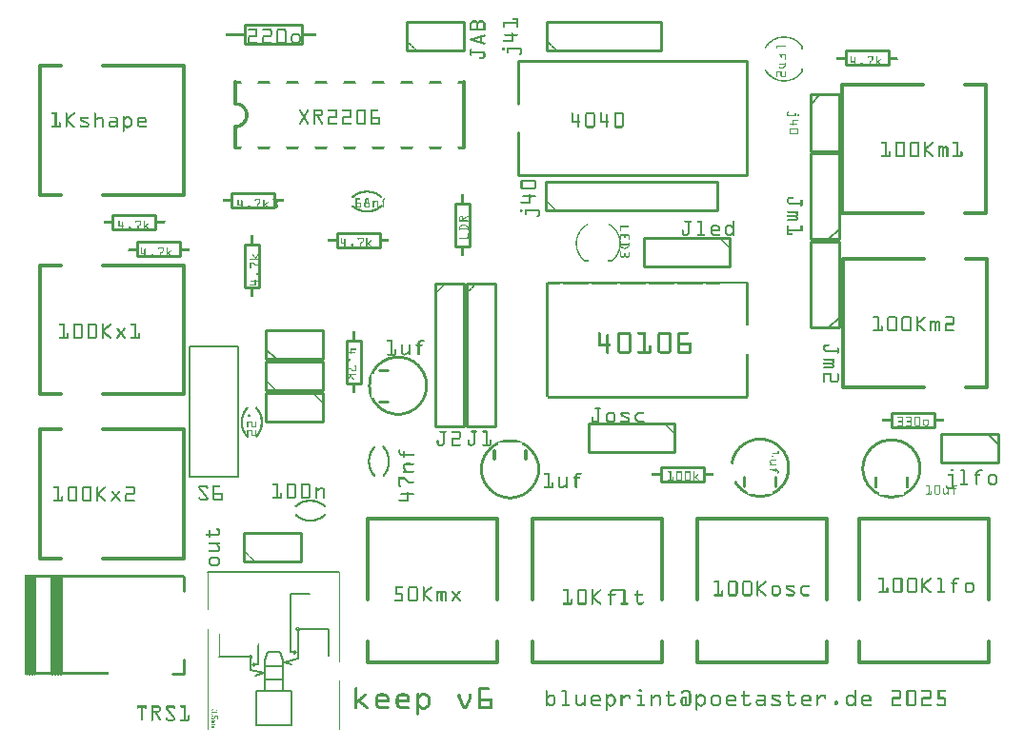
<source format=gto>
G04 MADE WITH FRITZING*
G04 WWW.FRITZING.ORG*
G04 DOUBLE SIDED*
G04 HOLES PLATED*
G04 CONTOUR ON CENTER OF CONTOUR VECTOR*
%ASAXBY*%
%FSLAX23Y23*%
%MOIN*%
%OFA0B0*%
%SFA1.0B1.0*%
%ADD10C,0.010000*%
%ADD11C,0.005000*%
%ADD12C,0.006000*%
%ADD13C,0.002990*%
%ADD14C,0.012000*%
%ADD15C,0.008000*%
%ADD16C,0.012500*%
%ADD17C,0.011000*%
%ADD18R,0.001000X0.001000*%
%LNSILK1*%
G90*
G70*
G54D10*
X2751Y2226D02*
X2751Y2026D01*
D02*
X2751Y2026D02*
X2851Y2026D01*
D02*
X2851Y2026D02*
X2851Y2226D01*
D02*
X2851Y2226D02*
X2751Y2226D01*
G54D11*
D02*
X2751Y2191D02*
X2786Y2226D01*
G54D10*
D02*
X559Y537D02*
X559Y487D01*
D02*
X519Y197D02*
X559Y197D01*
D02*
X559Y197D02*
X559Y247D01*
D02*
X9Y197D02*
X9Y537D01*
D02*
X14Y197D02*
X14Y537D01*
D02*
X19Y197D02*
X19Y537D01*
D02*
X24Y197D02*
X24Y537D01*
D02*
X29Y197D02*
X29Y537D01*
D02*
X34Y197D02*
X34Y537D01*
D02*
X129Y197D02*
X129Y537D01*
D02*
X124Y197D02*
X124Y537D01*
D02*
X119Y197D02*
X119Y537D01*
D02*
X114Y197D02*
X114Y537D01*
D02*
X109Y197D02*
X109Y537D01*
D02*
X104Y197D02*
X104Y537D01*
D02*
X99Y197D02*
X99Y537D01*
D02*
X94Y197D02*
X94Y537D01*
G54D12*
D02*
X643Y553D02*
X1103Y553D01*
D02*
X934Y15D02*
X812Y15D01*
D02*
X934Y137D02*
X934Y15D01*
D02*
X934Y137D02*
X812Y137D01*
D02*
X812Y137D02*
X812Y15D01*
D02*
X904Y177D02*
X842Y177D01*
D02*
X904Y224D02*
X842Y224D01*
D02*
X842Y137D02*
X842Y242D01*
D02*
X904Y137D02*
X904Y242D01*
D02*
X904Y242D02*
X894Y272D01*
D02*
X842Y242D02*
X852Y272D01*
D02*
X852Y272D02*
X894Y272D01*
D02*
X1000Y476D02*
X932Y476D01*
D02*
X932Y476D02*
X932Y272D01*
D02*
X909Y237D02*
X935Y228D01*
D02*
X951Y272D02*
X946Y277D01*
D02*
X951Y272D02*
X946Y267D01*
D02*
X1065Y352D02*
X957Y352D01*
D02*
X957Y352D02*
X957Y249D01*
D02*
X957Y249D02*
X909Y237D01*
D02*
X932Y272D02*
X951Y272D01*
D02*
X683Y256D02*
X793Y256D01*
D02*
X793Y256D02*
X793Y208D01*
D02*
X793Y208D02*
X837Y198D01*
D02*
X837Y198D02*
X810Y189D01*
D02*
X817Y229D02*
X799Y229D01*
D02*
X799Y229D02*
X804Y224D01*
D02*
X799Y229D02*
X804Y234D01*
G54D13*
D02*
X675Y38D02*
X675Y48D01*
D02*
X675Y48D02*
X666Y48D01*
D02*
X663Y10D02*
X655Y10D01*
D02*
X655Y33D02*
X665Y33D01*
D02*
X663Y29D02*
X655Y29D01*
D02*
X663Y25D02*
X655Y25D01*
D02*
X655Y18D02*
X665Y18D01*
D02*
X663Y14D02*
X655Y14D01*
D02*
X666Y48D02*
X666Y42D01*
D02*
X662Y38D02*
X660Y38D01*
G54D10*
D02*
X1439Y1564D02*
X1439Y1064D01*
D02*
X1439Y1064D02*
X1539Y1064D01*
D02*
X1539Y1064D02*
X1539Y1564D01*
D02*
X1539Y1564D02*
X1439Y1564D01*
D02*
X1547Y1564D02*
X1547Y1064D01*
D02*
X1547Y1064D02*
X1647Y1064D01*
D02*
X1647Y1064D02*
X1647Y1564D01*
D02*
X1647Y1564D02*
X1547Y1564D01*
D02*
X772Y2468D02*
X972Y2468D01*
D02*
X972Y2468D02*
X972Y2402D01*
D02*
X972Y2402D02*
X772Y2402D01*
D02*
X772Y2402D02*
X772Y2468D01*
D02*
X1558Y1843D02*
X1558Y1693D01*
D02*
X1558Y1693D02*
X1508Y1693D01*
D02*
X1508Y1693D02*
X1508Y1843D01*
D02*
X1508Y1843D02*
X1558Y1843D01*
D02*
X726Y1879D02*
X876Y1879D01*
D02*
X876Y1879D02*
X876Y1829D01*
D02*
X876Y1829D02*
X726Y1829D01*
D02*
X726Y1829D02*
X726Y1879D01*
D02*
X1178Y1363D02*
X1178Y1213D01*
D02*
X1178Y1213D02*
X1128Y1213D01*
D02*
X1128Y1213D02*
X1128Y1363D01*
D02*
X1128Y1363D02*
X1178Y1363D01*
G54D14*
D02*
X1538Y2268D02*
X1538Y2038D01*
D02*
X738Y2268D02*
X738Y2193D01*
D02*
X738Y2038D02*
X738Y2113D01*
G54D10*
D02*
X2851Y1409D02*
X2851Y1709D01*
D02*
X2851Y1709D02*
X2751Y1709D01*
D02*
X2751Y1709D02*
X2751Y1409D01*
D02*
X2751Y1409D02*
X2851Y1409D01*
G54D11*
D02*
X2851Y1444D02*
X2816Y1409D01*
G54D10*
D02*
X1826Y1818D02*
X2426Y1818D01*
D02*
X2426Y1818D02*
X2426Y1918D01*
D02*
X2426Y1918D02*
X1826Y1918D01*
D02*
X1826Y1918D02*
X1826Y1818D01*
D02*
X3408Y1036D02*
X3208Y1036D01*
D02*
X3208Y1036D02*
X3208Y936D01*
D02*
X3208Y936D02*
X3408Y936D01*
D02*
X3408Y936D02*
X3408Y1036D01*
G54D11*
D02*
X3373Y1036D02*
X3408Y1001D01*
G54D10*
D02*
X769Y590D02*
X969Y590D01*
D02*
X969Y590D02*
X969Y690D01*
D02*
X969Y690D02*
X769Y690D01*
D02*
X769Y690D02*
X769Y590D01*
D02*
X1338Y2378D02*
X1538Y2378D01*
D02*
X1538Y2378D02*
X1538Y2478D01*
D02*
X1538Y2478D02*
X1338Y2478D01*
D02*
X1338Y2478D02*
X1338Y2378D01*
D02*
X2275Y1072D02*
X1975Y1072D01*
D02*
X1975Y1072D02*
X1975Y972D01*
D02*
X1975Y972D02*
X2275Y972D01*
D02*
X2275Y972D02*
X2275Y1072D01*
D02*
X2468Y1722D02*
X2168Y1722D01*
D02*
X2168Y1722D02*
X2168Y1622D01*
D02*
X2168Y1622D02*
X2468Y1622D01*
D02*
X2468Y1622D02*
X2468Y1722D01*
D02*
X1045Y1179D02*
X845Y1179D01*
D02*
X845Y1179D02*
X845Y1079D01*
D02*
X845Y1079D02*
X1045Y1079D01*
D02*
X1045Y1079D02*
X1045Y1179D01*
D02*
X846Y1298D02*
X1046Y1298D01*
D02*
X1046Y1298D02*
X1046Y1398D01*
D02*
X1046Y1398D02*
X846Y1398D01*
D02*
X846Y1398D02*
X846Y1298D01*
G54D11*
D02*
X881Y1298D02*
X846Y1333D01*
G54D10*
D02*
X845Y1189D02*
X1045Y1189D01*
D02*
X1045Y1189D02*
X1045Y1289D01*
D02*
X1045Y1289D02*
X845Y1289D01*
D02*
X845Y1289D02*
X845Y1189D01*
D02*
X2851Y1719D02*
X2851Y2019D01*
D02*
X2851Y2019D02*
X2751Y2019D01*
D02*
X2751Y2019D02*
X2751Y1719D01*
D02*
X2751Y1719D02*
X2851Y1719D01*
G54D11*
D02*
X2851Y1754D02*
X2816Y1719D01*
G54D10*
D02*
X3034Y1110D02*
X3184Y1110D01*
D02*
X3184Y1110D02*
X3184Y1060D01*
D02*
X3184Y1060D02*
X3034Y1060D01*
D02*
X3034Y1060D02*
X3034Y1110D01*
D02*
X1728Y1943D02*
X2528Y1943D01*
D02*
X2528Y1943D02*
X2528Y2343D01*
D02*
X2528Y2343D02*
X1728Y2343D01*
D02*
X1728Y1943D02*
X1728Y2093D01*
D02*
X1728Y2193D02*
X1728Y2343D01*
D02*
X460Y1752D02*
X310Y1752D01*
D02*
X310Y1752D02*
X310Y1802D01*
D02*
X310Y1802D02*
X460Y1802D01*
D02*
X460Y1802D02*
X460Y1752D01*
D02*
X546Y1658D02*
X396Y1658D01*
D02*
X396Y1658D02*
X396Y1708D01*
D02*
X396Y1708D02*
X546Y1708D01*
D02*
X546Y1708D02*
X546Y1658D01*
D02*
X2379Y870D02*
X2229Y870D01*
D02*
X2229Y870D02*
X2229Y920D01*
D02*
X2229Y920D02*
X2379Y920D01*
D02*
X2379Y920D02*
X2379Y870D01*
D02*
X1244Y1690D02*
X1094Y1690D01*
D02*
X1094Y1690D02*
X1094Y1740D01*
D02*
X1094Y1740D02*
X1244Y1740D01*
D02*
X1244Y1740D02*
X1244Y1690D01*
D02*
X821Y1699D02*
X821Y1549D01*
D02*
X821Y1549D02*
X771Y1549D01*
D02*
X771Y1549D02*
X771Y1699D01*
D02*
X771Y1699D02*
X821Y1699D01*
D02*
X3025Y2328D02*
X2875Y2328D01*
D02*
X2875Y2328D02*
X2875Y2378D01*
D02*
X2875Y2378D02*
X3025Y2378D01*
D02*
X3025Y2378D02*
X3025Y2328D01*
D02*
X1828Y2378D02*
X2228Y2378D01*
D02*
X2228Y2378D02*
X2228Y2478D01*
D02*
X2228Y2478D02*
X1828Y2478D01*
D02*
X1828Y2478D02*
X1828Y2378D01*
G54D15*
D02*
X749Y1343D02*
X578Y1343D01*
D02*
X578Y1343D02*
X578Y885D01*
D02*
X578Y885D02*
X749Y885D01*
D02*
X749Y885D02*
X749Y1343D01*
G54D16*
X2807Y308D02*
X2807Y236D01*
X2354Y236D01*
X2354Y308D01*
D02*
X2354Y456D02*
X2354Y739D01*
X2807Y739D01*
X2807Y456D01*
D02*
X3374Y308D02*
X3374Y236D01*
X2921Y236D01*
X2921Y308D01*
D02*
X2921Y456D02*
X2921Y739D01*
X3374Y739D01*
X3374Y456D01*
D02*
X3293Y2261D02*
X3365Y2261D01*
X3365Y1808D01*
X3293Y1808D01*
D02*
X3145Y1808D02*
X2862Y1808D01*
X2862Y2261D01*
X3145Y2261D01*
D02*
X3296Y1651D02*
X3368Y1651D01*
X3368Y1198D01*
X3296Y1198D01*
D02*
X3148Y1198D02*
X2865Y1198D01*
X2865Y1651D01*
X3148Y1651D01*
D02*
X2233Y308D02*
X2233Y236D01*
X1780Y236D01*
X1780Y308D01*
D02*
X1780Y456D02*
X1780Y739D01*
X2233Y739D01*
X2233Y456D01*
D02*
X128Y1175D02*
X56Y1175D01*
X56Y1627D01*
X128Y1627D01*
D02*
X276Y1627D02*
X559Y1627D01*
X559Y1175D01*
X276Y1175D01*
D02*
X1654Y308D02*
X1654Y236D01*
X1201Y236D01*
X1201Y308D01*
D02*
X1201Y456D02*
X1201Y739D01*
X1654Y739D01*
X1654Y456D01*
D02*
X128Y599D02*
X56Y599D01*
X56Y1052D01*
X128Y1052D01*
D02*
X276Y1052D02*
X559Y1052D01*
X559Y599D01*
X276Y599D01*
D02*
X128Y1873D02*
X56Y1873D01*
X56Y2326D01*
X128Y2326D01*
D02*
X276Y2326D02*
X559Y2326D01*
X559Y1873D01*
X276Y1873D01*
D02*
G54D17*
X1242Y1260D02*
X1272Y1260D01*
D02*
X1242Y1150D02*
X1272Y1150D01*
D02*
G54D18*
X1710Y2493D02*
X1725Y2493D01*
X1708Y2492D02*
X1726Y2492D01*
X1708Y2491D02*
X1727Y2491D01*
X1707Y2490D02*
X1727Y2490D01*
X1708Y2489D02*
X1727Y2489D01*
X1708Y2488D02*
X1727Y2488D01*
X1709Y2487D02*
X1727Y2487D01*
X1721Y2486D02*
X1727Y2486D01*
X1721Y2485D02*
X1727Y2485D01*
X1569Y2484D02*
X1580Y2484D01*
X1593Y2484D02*
X1603Y2484D01*
X1721Y2484D02*
X1727Y2484D01*
X1567Y2483D02*
X1582Y2483D01*
X1591Y2483D02*
X1606Y2483D01*
X1721Y2483D02*
X1727Y2483D01*
X1566Y2482D02*
X1584Y2482D01*
X1589Y2482D02*
X1607Y2482D01*
X1721Y2482D02*
X1727Y2482D01*
X1564Y2481D02*
X1585Y2481D01*
X1588Y2481D02*
X1608Y2481D01*
X1721Y2481D02*
X1727Y2481D01*
X1563Y2480D02*
X1609Y2480D01*
X1721Y2480D02*
X1727Y2480D01*
X1563Y2479D02*
X1610Y2479D01*
X1675Y2479D02*
X1727Y2479D01*
X1562Y2478D02*
X1611Y2478D01*
X1674Y2478D02*
X1727Y2478D01*
X1561Y2477D02*
X1570Y2477D01*
X1579Y2477D02*
X1593Y2477D01*
X1603Y2477D02*
X1611Y2477D01*
X1674Y2477D02*
X1727Y2477D01*
X1561Y2476D02*
X1568Y2476D01*
X1581Y2476D02*
X1592Y2476D01*
X1604Y2476D02*
X1612Y2476D01*
X1674Y2476D02*
X1727Y2476D01*
X1561Y2475D02*
X1567Y2475D01*
X1582Y2475D02*
X1591Y2475D01*
X1605Y2475D02*
X1612Y2475D01*
X1674Y2475D02*
X1727Y2475D01*
X1560Y2474D02*
X1567Y2474D01*
X1582Y2474D02*
X1590Y2474D01*
X1606Y2474D02*
X1613Y2474D01*
X1674Y2474D02*
X1727Y2474D01*
X1560Y2473D02*
X1566Y2473D01*
X1583Y2473D02*
X1590Y2473D01*
X1607Y2473D02*
X1613Y2473D01*
X1674Y2473D02*
X1727Y2473D01*
X1560Y2472D02*
X1566Y2472D01*
X1583Y2472D02*
X1590Y2472D01*
X1607Y2472D02*
X1613Y2472D01*
X1674Y2472D02*
X1680Y2472D01*
X1721Y2472D02*
X1727Y2472D01*
X1560Y2471D02*
X1566Y2471D01*
X1583Y2471D02*
X1589Y2471D01*
X1607Y2471D02*
X1613Y2471D01*
X1674Y2471D02*
X1680Y2471D01*
X1721Y2471D02*
X1727Y2471D01*
X1560Y2470D02*
X1566Y2470D01*
X1583Y2470D02*
X1589Y2470D01*
X1607Y2470D02*
X1613Y2470D01*
X1674Y2470D02*
X1680Y2470D01*
X1721Y2470D02*
X1727Y2470D01*
X1560Y2469D02*
X1566Y2469D01*
X1583Y2469D02*
X1589Y2469D01*
X1607Y2469D02*
X1613Y2469D01*
X1674Y2469D02*
X1680Y2469D01*
X1721Y2469D02*
X1727Y2469D01*
X1560Y2468D02*
X1566Y2468D01*
X1583Y2468D02*
X1589Y2468D01*
X1607Y2468D02*
X1613Y2468D01*
X1674Y2468D02*
X1680Y2468D01*
X1721Y2468D02*
X1727Y2468D01*
X1560Y2467D02*
X1566Y2467D01*
X1583Y2467D02*
X1589Y2467D01*
X1607Y2467D02*
X1613Y2467D01*
X1674Y2467D02*
X1680Y2467D01*
X1721Y2467D02*
X1727Y2467D01*
X1560Y2466D02*
X1566Y2466D01*
X1583Y2466D02*
X1589Y2466D01*
X1607Y2466D02*
X1613Y2466D01*
X1674Y2466D02*
X1680Y2466D01*
X1721Y2466D02*
X1727Y2466D01*
X1560Y2465D02*
X1566Y2465D01*
X1583Y2465D02*
X1589Y2465D01*
X1607Y2465D02*
X1613Y2465D01*
X1674Y2465D02*
X1680Y2465D01*
X1721Y2465D02*
X1727Y2465D01*
X1560Y2464D02*
X1566Y2464D01*
X1583Y2464D02*
X1589Y2464D01*
X1607Y2464D02*
X1613Y2464D01*
X1674Y2464D02*
X1680Y2464D01*
X1721Y2464D02*
X1727Y2464D01*
X1560Y2463D02*
X1566Y2463D01*
X1583Y2463D02*
X1589Y2463D01*
X1607Y2463D02*
X1613Y2463D01*
X1674Y2463D02*
X1680Y2463D01*
X1721Y2463D02*
X1727Y2463D01*
X1560Y2462D02*
X1566Y2462D01*
X1583Y2462D02*
X1589Y2462D01*
X1607Y2462D02*
X1613Y2462D01*
X1674Y2462D02*
X1680Y2462D01*
X1721Y2462D02*
X1727Y2462D01*
X1560Y2461D02*
X1566Y2461D01*
X1583Y2461D02*
X1589Y2461D01*
X1607Y2461D02*
X1613Y2461D01*
X1675Y2461D02*
X1680Y2461D01*
X1722Y2461D02*
X1727Y2461D01*
X1560Y2460D02*
X1566Y2460D01*
X1583Y2460D02*
X1589Y2460D01*
X1607Y2460D02*
X1613Y2460D01*
X1675Y2460D02*
X1679Y2460D01*
X1722Y2460D02*
X1727Y2460D01*
X1560Y2459D02*
X1566Y2459D01*
X1583Y2459D02*
X1589Y2459D01*
X1607Y2459D02*
X1613Y2459D01*
X1676Y2459D02*
X1678Y2459D01*
X1724Y2459D02*
X1725Y2459D01*
X1560Y2458D02*
X1566Y2458D01*
X1583Y2458D02*
X1589Y2458D01*
X1607Y2458D02*
X1613Y2458D01*
X1560Y2457D02*
X1613Y2457D01*
X1560Y2456D02*
X1613Y2456D01*
X785Y2455D02*
X811Y2455D01*
X835Y2455D02*
X861Y2455D01*
X888Y2455D02*
X911Y2455D01*
X1560Y2455D02*
X1613Y2455D01*
X784Y2454D02*
X813Y2454D01*
X834Y2454D02*
X863Y2454D01*
X886Y2454D02*
X913Y2454D01*
X1560Y2454D02*
X1613Y2454D01*
X783Y2453D02*
X814Y2453D01*
X833Y2453D02*
X864Y2453D01*
X885Y2453D02*
X915Y2453D01*
X1560Y2453D02*
X1613Y2453D01*
X783Y2452D02*
X815Y2452D01*
X833Y2452D02*
X865Y2452D01*
X884Y2452D02*
X915Y2452D01*
X1560Y2452D02*
X1613Y2452D01*
X783Y2451D02*
X816Y2451D01*
X833Y2451D02*
X866Y2451D01*
X884Y2451D02*
X916Y2451D01*
X1560Y2451D02*
X1613Y2451D01*
X783Y2450D02*
X816Y2450D01*
X834Y2450D02*
X866Y2450D01*
X883Y2450D02*
X916Y2450D01*
X784Y2449D02*
X816Y2449D01*
X834Y2449D02*
X866Y2449D01*
X883Y2449D02*
X917Y2449D01*
X810Y2448D02*
X816Y2448D01*
X860Y2448D02*
X867Y2448D01*
X883Y2448D02*
X889Y2448D01*
X910Y2448D02*
X917Y2448D01*
X810Y2447D02*
X816Y2447D01*
X861Y2447D02*
X867Y2447D01*
X883Y2447D02*
X889Y2447D01*
X911Y2447D02*
X917Y2447D01*
X810Y2446D02*
X816Y2446D01*
X861Y2446D02*
X867Y2446D01*
X883Y2446D02*
X889Y2446D01*
X911Y2446D02*
X917Y2446D01*
X810Y2445D02*
X816Y2445D01*
X861Y2445D02*
X867Y2445D01*
X883Y2445D02*
X889Y2445D01*
X911Y2445D02*
X917Y2445D01*
X810Y2444D02*
X816Y2444D01*
X861Y2444D02*
X867Y2444D01*
X883Y2444D02*
X889Y2444D01*
X911Y2444D02*
X917Y2444D01*
X810Y2443D02*
X816Y2443D01*
X861Y2443D02*
X867Y2443D01*
X883Y2443D02*
X889Y2443D01*
X911Y2443D02*
X917Y2443D01*
X810Y2442D02*
X816Y2442D01*
X861Y2442D02*
X867Y2442D01*
X883Y2442D02*
X889Y2442D01*
X911Y2442D02*
X917Y2442D01*
X810Y2441D02*
X816Y2441D01*
X861Y2441D02*
X867Y2441D01*
X883Y2441D02*
X889Y2441D01*
X911Y2441D02*
X917Y2441D01*
X1705Y2441D02*
X1709Y2441D01*
X810Y2440D02*
X816Y2440D01*
X861Y2440D02*
X867Y2440D01*
X883Y2440D02*
X889Y2440D01*
X911Y2440D02*
X917Y2440D01*
X943Y2440D02*
X957Y2440D01*
X1704Y2440D02*
X1709Y2440D01*
X706Y2439D02*
X772Y2439D01*
X810Y2439D02*
X816Y2439D01*
X861Y2439D02*
X867Y2439D01*
X883Y2439D02*
X889Y2439D01*
X911Y2439D02*
X917Y2439D01*
X941Y2439D02*
X959Y2439D01*
X973Y2439D02*
X1020Y2439D01*
X1704Y2439D02*
X1710Y2439D01*
X706Y2438D02*
X772Y2438D01*
X810Y2438D02*
X816Y2438D01*
X861Y2438D02*
X867Y2438D01*
X883Y2438D02*
X889Y2438D01*
X911Y2438D02*
X917Y2438D01*
X939Y2438D02*
X961Y2438D01*
X973Y2438D02*
X1020Y2438D01*
X1704Y2438D02*
X1710Y2438D01*
X706Y2437D02*
X772Y2437D01*
X810Y2437D02*
X816Y2437D01*
X861Y2437D02*
X867Y2437D01*
X883Y2437D02*
X889Y2437D01*
X911Y2437D02*
X917Y2437D01*
X938Y2437D02*
X962Y2437D01*
X973Y2437D02*
X1020Y2437D01*
X1682Y2437D02*
X1726Y2437D01*
X706Y2436D02*
X772Y2436D01*
X810Y2436D02*
X816Y2436D01*
X861Y2436D02*
X867Y2436D01*
X883Y2436D02*
X889Y2436D01*
X911Y2436D02*
X917Y2436D01*
X937Y2436D02*
X963Y2436D01*
X973Y2436D02*
X1020Y2436D01*
X1681Y2436D02*
X1727Y2436D01*
X706Y2435D02*
X772Y2435D01*
X810Y2435D02*
X816Y2435D01*
X861Y2435D02*
X867Y2435D01*
X883Y2435D02*
X889Y2435D01*
X911Y2435D02*
X917Y2435D01*
X936Y2435D02*
X964Y2435D01*
X973Y2435D02*
X1020Y2435D01*
X1680Y2435D02*
X1727Y2435D01*
X706Y2434D02*
X772Y2434D01*
X810Y2434D02*
X816Y2434D01*
X861Y2434D02*
X867Y2434D01*
X883Y2434D02*
X889Y2434D01*
X911Y2434D02*
X917Y2434D01*
X936Y2434D02*
X965Y2434D01*
X973Y2434D02*
X1020Y2434D01*
X1608Y2434D02*
X1612Y2434D01*
X1680Y2434D02*
X1727Y2434D01*
X706Y2433D02*
X772Y2433D01*
X810Y2433D02*
X816Y2433D01*
X861Y2433D02*
X867Y2433D01*
X883Y2433D02*
X889Y2433D01*
X911Y2433D02*
X917Y2433D01*
X935Y2433D02*
X944Y2433D01*
X957Y2433D02*
X965Y2433D01*
X973Y2433D02*
X1020Y2433D01*
X1604Y2433D02*
X1613Y2433D01*
X1680Y2433D02*
X1727Y2433D01*
X706Y2432D02*
X772Y2432D01*
X810Y2432D02*
X816Y2432D01*
X860Y2432D02*
X867Y2432D01*
X883Y2432D02*
X889Y2432D01*
X911Y2432D02*
X917Y2432D01*
X934Y2432D02*
X942Y2432D01*
X958Y2432D02*
X966Y2432D01*
X973Y2432D02*
X1020Y2432D01*
X1601Y2432D02*
X1613Y2432D01*
X1681Y2432D02*
X1727Y2432D01*
X706Y2431D02*
X772Y2431D01*
X787Y2431D02*
X816Y2431D01*
X837Y2431D02*
X866Y2431D01*
X883Y2431D02*
X889Y2431D01*
X911Y2431D02*
X917Y2431D01*
X934Y2431D02*
X941Y2431D01*
X959Y2431D02*
X966Y2431D01*
X973Y2431D02*
X1020Y2431D01*
X1597Y2431D02*
X1613Y2431D01*
X1682Y2431D02*
X1726Y2431D01*
X706Y2430D02*
X772Y2430D01*
X785Y2430D02*
X816Y2430D01*
X836Y2430D02*
X866Y2430D01*
X883Y2430D02*
X889Y2430D01*
X911Y2430D02*
X917Y2430D01*
X934Y2430D02*
X940Y2430D01*
X960Y2430D02*
X967Y2430D01*
X973Y2430D02*
X1020Y2430D01*
X1594Y2430D02*
X1613Y2430D01*
X1704Y2430D02*
X1710Y2430D01*
X784Y2429D02*
X816Y2429D01*
X835Y2429D02*
X866Y2429D01*
X883Y2429D02*
X889Y2429D01*
X911Y2429D02*
X917Y2429D01*
X933Y2429D02*
X940Y2429D01*
X961Y2429D02*
X967Y2429D01*
X1591Y2429D02*
X1612Y2429D01*
X1704Y2429D02*
X1710Y2429D01*
X784Y2428D02*
X815Y2428D01*
X834Y2428D02*
X865Y2428D01*
X883Y2428D02*
X889Y2428D01*
X911Y2428D02*
X917Y2428D01*
X933Y2428D02*
X939Y2428D01*
X961Y2428D02*
X967Y2428D01*
X1587Y2428D02*
X1611Y2428D01*
X1704Y2428D02*
X1710Y2428D01*
X2650Y2428D02*
X2669Y2428D01*
X783Y2427D02*
X814Y2427D01*
X833Y2427D02*
X865Y2427D01*
X883Y2427D02*
X889Y2427D01*
X911Y2427D02*
X917Y2427D01*
X933Y2427D02*
X939Y2427D01*
X961Y2427D02*
X967Y2427D01*
X1584Y2427D02*
X1608Y2427D01*
X1704Y2427D02*
X1710Y2427D01*
X2644Y2427D02*
X2675Y2427D01*
X783Y2426D02*
X813Y2426D01*
X833Y2426D02*
X863Y2426D01*
X883Y2426D02*
X889Y2426D01*
X911Y2426D02*
X917Y2426D01*
X933Y2426D02*
X939Y2426D01*
X961Y2426D02*
X967Y2426D01*
X1580Y2426D02*
X1604Y2426D01*
X1704Y2426D02*
X1710Y2426D01*
X2640Y2426D02*
X2679Y2426D01*
X783Y2425D02*
X811Y2425D01*
X833Y2425D02*
X861Y2425D01*
X883Y2425D02*
X889Y2425D01*
X911Y2425D02*
X917Y2425D01*
X933Y2425D02*
X939Y2425D01*
X961Y2425D02*
X967Y2425D01*
X1577Y2425D02*
X1601Y2425D01*
X1704Y2425D02*
X1710Y2425D01*
X2636Y2425D02*
X2683Y2425D01*
X783Y2424D02*
X789Y2424D01*
X833Y2424D02*
X839Y2424D01*
X883Y2424D02*
X889Y2424D01*
X911Y2424D02*
X917Y2424D01*
X933Y2424D02*
X939Y2424D01*
X961Y2424D02*
X967Y2424D01*
X1574Y2424D02*
X1601Y2424D01*
X1704Y2424D02*
X1710Y2424D01*
X2633Y2424D02*
X2686Y2424D01*
X783Y2423D02*
X789Y2423D01*
X833Y2423D02*
X839Y2423D01*
X883Y2423D02*
X889Y2423D01*
X911Y2423D02*
X917Y2423D01*
X933Y2423D02*
X939Y2423D01*
X961Y2423D02*
X967Y2423D01*
X1570Y2423D02*
X1601Y2423D01*
X1704Y2423D02*
X1710Y2423D01*
X2631Y2423D02*
X2647Y2423D01*
X2671Y2423D02*
X2688Y2423D01*
X783Y2422D02*
X789Y2422D01*
X833Y2422D02*
X839Y2422D01*
X883Y2422D02*
X889Y2422D01*
X911Y2422D02*
X917Y2422D01*
X933Y2422D02*
X939Y2422D01*
X961Y2422D02*
X967Y2422D01*
X1567Y2422D02*
X1591Y2422D01*
X1595Y2422D02*
X1601Y2422D01*
X1704Y2422D02*
X1710Y2422D01*
X2628Y2422D02*
X2642Y2422D01*
X2676Y2422D02*
X2691Y2422D01*
X783Y2421D02*
X789Y2421D01*
X833Y2421D02*
X839Y2421D01*
X883Y2421D02*
X889Y2421D01*
X911Y2421D02*
X917Y2421D01*
X933Y2421D02*
X939Y2421D01*
X961Y2421D02*
X967Y2421D01*
X1563Y2421D02*
X1587Y2421D01*
X1595Y2421D02*
X1601Y2421D01*
X1704Y2421D02*
X1710Y2421D01*
X2626Y2421D02*
X2639Y2421D01*
X2680Y2421D02*
X2693Y2421D01*
X783Y2420D02*
X789Y2420D01*
X833Y2420D02*
X839Y2420D01*
X883Y2420D02*
X889Y2420D01*
X911Y2420D02*
X917Y2420D01*
X933Y2420D02*
X939Y2420D01*
X961Y2420D02*
X967Y2420D01*
X1561Y2420D02*
X1584Y2420D01*
X1595Y2420D02*
X1601Y2420D01*
X1704Y2420D02*
X1710Y2420D01*
X2624Y2420D02*
X2635Y2420D01*
X2683Y2420D02*
X2695Y2420D01*
X783Y2419D02*
X789Y2419D01*
X833Y2419D02*
X839Y2419D01*
X883Y2419D02*
X889Y2419D01*
X911Y2419D02*
X917Y2419D01*
X933Y2419D02*
X939Y2419D01*
X961Y2419D02*
X967Y2419D01*
X1560Y2419D02*
X1580Y2419D01*
X1595Y2419D02*
X1601Y2419D01*
X1704Y2419D02*
X1710Y2419D01*
X2622Y2419D02*
X2632Y2419D01*
X2686Y2419D02*
X2697Y2419D01*
X783Y2418D02*
X789Y2418D01*
X833Y2418D02*
X839Y2418D01*
X883Y2418D02*
X889Y2418D01*
X911Y2418D02*
X917Y2418D01*
X933Y2418D02*
X939Y2418D01*
X961Y2418D02*
X967Y2418D01*
X1560Y2418D02*
X1577Y2418D01*
X1595Y2418D02*
X1601Y2418D01*
X1704Y2418D02*
X1710Y2418D01*
X2620Y2418D02*
X2630Y2418D01*
X2688Y2418D02*
X2699Y2418D01*
X783Y2417D02*
X789Y2417D01*
X833Y2417D02*
X839Y2417D01*
X883Y2417D02*
X889Y2417D01*
X911Y2417D02*
X917Y2417D01*
X933Y2417D02*
X939Y2417D01*
X961Y2417D02*
X967Y2417D01*
X1560Y2417D02*
X1576Y2417D01*
X1595Y2417D02*
X1601Y2417D01*
X1703Y2417D02*
X1710Y2417D01*
X2618Y2417D02*
X2628Y2417D01*
X2691Y2417D02*
X2700Y2417D01*
X783Y2416D02*
X789Y2416D01*
X833Y2416D02*
X839Y2416D01*
X883Y2416D02*
X889Y2416D01*
X911Y2416D02*
X917Y2416D01*
X933Y2416D02*
X939Y2416D01*
X961Y2416D02*
X967Y2416D01*
X1560Y2416D02*
X1580Y2416D01*
X1595Y2416D02*
X1601Y2416D01*
X1676Y2416D02*
X1710Y2416D01*
X2617Y2416D02*
X2626Y2416D01*
X2693Y2416D02*
X2702Y2416D01*
X783Y2415D02*
X789Y2415D01*
X833Y2415D02*
X839Y2415D01*
X883Y2415D02*
X889Y2415D01*
X911Y2415D02*
X917Y2415D01*
X933Y2415D02*
X939Y2415D01*
X961Y2415D02*
X967Y2415D01*
X1561Y2415D02*
X1583Y2415D01*
X1595Y2415D02*
X1601Y2415D01*
X1675Y2415D02*
X1710Y2415D01*
X2615Y2415D02*
X2624Y2415D01*
X2695Y2415D02*
X2703Y2415D01*
X783Y2414D02*
X789Y2414D01*
X833Y2414D02*
X839Y2414D01*
X883Y2414D02*
X889Y2414D01*
X911Y2414D02*
X917Y2414D01*
X933Y2414D02*
X939Y2414D01*
X961Y2414D02*
X967Y2414D01*
X1340Y2414D02*
X1340Y2414D01*
X1562Y2414D02*
X1586Y2414D01*
X1595Y2414D02*
X1601Y2414D01*
X1674Y2414D02*
X1710Y2414D01*
X1830Y2414D02*
X1831Y2414D01*
X2614Y2414D02*
X2622Y2414D01*
X2696Y2414D02*
X2705Y2414D01*
X783Y2413D02*
X789Y2413D01*
X833Y2413D02*
X839Y2413D01*
X883Y2413D02*
X889Y2413D01*
X911Y2413D02*
X917Y2413D01*
X933Y2413D02*
X940Y2413D01*
X961Y2413D02*
X967Y2413D01*
X1339Y2413D02*
X1341Y2413D01*
X1566Y2413D02*
X1590Y2413D01*
X1595Y2413D02*
X1601Y2413D01*
X1674Y2413D02*
X1710Y2413D01*
X1829Y2413D02*
X1832Y2413D01*
X2612Y2413D02*
X2620Y2413D01*
X2698Y2413D02*
X2706Y2413D01*
X783Y2412D02*
X789Y2412D01*
X833Y2412D02*
X839Y2412D01*
X883Y2412D02*
X889Y2412D01*
X911Y2412D02*
X917Y2412D01*
X934Y2412D02*
X940Y2412D01*
X960Y2412D02*
X967Y2412D01*
X1338Y2412D02*
X1342Y2412D01*
X1569Y2412D02*
X1593Y2412D01*
X1595Y2412D02*
X1601Y2412D01*
X1675Y2412D02*
X1710Y2412D01*
X1828Y2412D02*
X1833Y2412D01*
X2611Y2412D02*
X2619Y2412D01*
X2700Y2412D02*
X2708Y2412D01*
X783Y2411D02*
X789Y2411D01*
X833Y2411D02*
X839Y2411D01*
X883Y2411D02*
X889Y2411D01*
X911Y2411D02*
X917Y2411D01*
X934Y2411D02*
X941Y2411D01*
X960Y2411D02*
X967Y2411D01*
X1337Y2411D02*
X1343Y2411D01*
X1573Y2411D02*
X1601Y2411D01*
X1675Y2411D02*
X1710Y2411D01*
X1828Y2411D02*
X1834Y2411D01*
X2610Y2411D02*
X2617Y2411D01*
X2701Y2411D02*
X2709Y2411D01*
X783Y2410D02*
X789Y2410D01*
X833Y2410D02*
X839Y2410D01*
X883Y2410D02*
X889Y2410D01*
X911Y2410D02*
X917Y2410D01*
X934Y2410D02*
X942Y2410D01*
X959Y2410D02*
X966Y2410D01*
X1338Y2410D02*
X1344Y2410D01*
X1576Y2410D02*
X1601Y2410D01*
X1677Y2410D02*
X1709Y2410D01*
X1828Y2410D02*
X1835Y2410D01*
X2609Y2410D02*
X2616Y2410D01*
X2703Y2410D02*
X2710Y2410D01*
X783Y2409D02*
X789Y2409D01*
X833Y2409D02*
X839Y2409D01*
X883Y2409D02*
X889Y2409D01*
X911Y2409D02*
X917Y2409D01*
X934Y2409D02*
X943Y2409D01*
X957Y2409D02*
X966Y2409D01*
X1339Y2409D02*
X1345Y2409D01*
X1579Y2409D02*
X1603Y2409D01*
X1829Y2409D02*
X1836Y2409D01*
X2607Y2409D02*
X2614Y2409D01*
X2704Y2409D02*
X2711Y2409D01*
X783Y2408D02*
X813Y2408D01*
X833Y2408D02*
X864Y2408D01*
X883Y2408D02*
X917Y2408D01*
X935Y2408D02*
X965Y2408D01*
X1340Y2408D02*
X1346Y2408D01*
X1583Y2408D02*
X1607Y2408D01*
X1830Y2408D02*
X1837Y2408D01*
X2606Y2408D02*
X2613Y2408D01*
X2705Y2408D02*
X2712Y2408D01*
X783Y2407D02*
X815Y2407D01*
X833Y2407D02*
X865Y2407D01*
X883Y2407D02*
X917Y2407D01*
X936Y2407D02*
X964Y2407D01*
X1341Y2407D02*
X1347Y2407D01*
X1586Y2407D02*
X1610Y2407D01*
X1831Y2407D02*
X1838Y2407D01*
X2605Y2407D02*
X2612Y2407D01*
X2707Y2407D02*
X2713Y2407D01*
X783Y2406D02*
X816Y2406D01*
X833Y2406D02*
X866Y2406D01*
X883Y2406D02*
X916Y2406D01*
X937Y2406D02*
X963Y2406D01*
X1342Y2406D02*
X1348Y2406D01*
X1590Y2406D02*
X1612Y2406D01*
X1832Y2406D02*
X1839Y2406D01*
X2604Y2406D02*
X2611Y2406D01*
X2708Y2406D02*
X2714Y2406D01*
X783Y2405D02*
X816Y2405D01*
X833Y2405D02*
X866Y2405D01*
X884Y2405D02*
X916Y2405D01*
X938Y2405D02*
X962Y2405D01*
X1343Y2405D02*
X1349Y2405D01*
X1593Y2405D02*
X1613Y2405D01*
X1833Y2405D02*
X1840Y2405D01*
X2603Y2405D02*
X2609Y2405D01*
X2709Y2405D02*
X2715Y2405D01*
X783Y2404D02*
X816Y2404D01*
X833Y2404D02*
X866Y2404D01*
X885Y2404D02*
X915Y2404D01*
X939Y2404D02*
X961Y2404D01*
X1344Y2404D02*
X1350Y2404D01*
X1596Y2404D02*
X1613Y2404D01*
X1834Y2404D02*
X1841Y2404D01*
X2602Y2404D02*
X2608Y2404D01*
X2710Y2404D02*
X2716Y2404D01*
X783Y2403D02*
X816Y2403D01*
X833Y2403D02*
X866Y2403D01*
X885Y2403D02*
X914Y2403D01*
X941Y2403D02*
X960Y2403D01*
X1345Y2403D02*
X1351Y2403D01*
X1600Y2403D02*
X1613Y2403D01*
X1835Y2403D02*
X1842Y2403D01*
X2601Y2403D02*
X2607Y2403D01*
X2711Y2403D02*
X2717Y2403D01*
X783Y2402D02*
X815Y2402D01*
X833Y2402D02*
X865Y2402D01*
X887Y2402D02*
X913Y2402D01*
X942Y2402D02*
X958Y2402D01*
X1346Y2402D02*
X1352Y2402D01*
X1603Y2402D02*
X1613Y2402D01*
X1836Y2402D02*
X1843Y2402D01*
X2600Y2402D02*
X2606Y2402D01*
X2712Y2402D02*
X2718Y2402D01*
X1347Y2401D02*
X1353Y2401D01*
X1607Y2401D02*
X1612Y2401D01*
X1837Y2401D02*
X1843Y2401D01*
X2600Y2401D02*
X2605Y2401D01*
X2713Y2401D02*
X2719Y2401D01*
X1348Y2400D02*
X1354Y2400D01*
X1610Y2400D02*
X1610Y2400D01*
X1838Y2400D02*
X1844Y2400D01*
X2599Y2400D02*
X2604Y2400D01*
X2714Y2400D02*
X2720Y2400D01*
X1349Y2399D02*
X1355Y2399D01*
X1839Y2399D02*
X1845Y2399D01*
X2598Y2399D02*
X2604Y2399D01*
X2715Y2399D02*
X2721Y2399D01*
X1350Y2398D02*
X1355Y2398D01*
X1840Y2398D02*
X1846Y2398D01*
X2597Y2398D02*
X2603Y2398D01*
X2716Y2398D02*
X2722Y2398D01*
X1351Y2397D02*
X1356Y2397D01*
X1841Y2397D02*
X1847Y2397D01*
X2596Y2397D02*
X2602Y2397D01*
X2717Y2397D02*
X2722Y2397D01*
X1352Y2396D02*
X1357Y2396D01*
X1842Y2396D02*
X1848Y2396D01*
X2596Y2396D02*
X2601Y2396D01*
X2633Y2396D02*
X2664Y2396D01*
X2718Y2396D02*
X2723Y2396D01*
X1353Y2395D02*
X1359Y2395D01*
X1843Y2395D02*
X1849Y2395D01*
X2595Y2395D02*
X2600Y2395D01*
X2633Y2395D02*
X2665Y2395D01*
X2718Y2395D02*
X2723Y2395D01*
X1354Y2394D02*
X1360Y2394D01*
X1844Y2394D02*
X1850Y2394D01*
X2594Y2394D02*
X2599Y2394D01*
X2633Y2394D02*
X2665Y2394D01*
X2719Y2394D02*
X2723Y2394D01*
X1355Y2393D02*
X1361Y2393D01*
X1845Y2393D02*
X1851Y2393D01*
X2593Y2393D02*
X2599Y2393D01*
X2633Y2393D02*
X2664Y2393D01*
X2719Y2393D02*
X2723Y2393D01*
X1356Y2392D02*
X1362Y2392D01*
X1846Y2392D02*
X1853Y2392D01*
X2593Y2392D02*
X2598Y2392D01*
X2633Y2392D02*
X2637Y2392D01*
X2719Y2392D02*
X2723Y2392D01*
X1357Y2391D02*
X1363Y2391D01*
X1847Y2391D02*
X1854Y2391D01*
X2592Y2391D02*
X2597Y2391D01*
X2633Y2391D02*
X2636Y2391D01*
X2719Y2391D02*
X2723Y2391D01*
X1358Y2390D02*
X1364Y2390D01*
X1848Y2390D02*
X1855Y2390D01*
X2592Y2390D02*
X2597Y2390D01*
X2633Y2390D02*
X2636Y2390D01*
X2719Y2390D02*
X2723Y2390D01*
X1359Y2389D02*
X1365Y2389D01*
X1673Y2389D02*
X1678Y2389D01*
X1691Y2389D02*
X1735Y2389D01*
X1849Y2389D02*
X1856Y2389D01*
X2591Y2389D02*
X2596Y2389D01*
X2633Y2389D02*
X2636Y2389D01*
X2719Y2389D02*
X2723Y2389D01*
X1360Y2388D02*
X1366Y2388D01*
X1672Y2388D02*
X1680Y2388D01*
X1690Y2388D02*
X1737Y2388D01*
X1850Y2388D02*
X1857Y2388D01*
X2591Y2388D02*
X2595Y2388D01*
X2633Y2388D02*
X2636Y2388D01*
X2719Y2388D02*
X2723Y2388D01*
X1361Y2387D02*
X1367Y2387D01*
X1672Y2387D02*
X1680Y2387D01*
X1689Y2387D02*
X1738Y2387D01*
X1851Y2387D02*
X1858Y2387D01*
X2591Y2387D02*
X2595Y2387D01*
X2633Y2387D02*
X2636Y2387D01*
X2719Y2387D02*
X2723Y2387D01*
X1362Y2386D02*
X1368Y2386D01*
X1671Y2386D02*
X1680Y2386D01*
X1689Y2386D02*
X1739Y2386D01*
X1852Y2386D02*
X1859Y2386D01*
X2592Y2386D02*
X2594Y2386D01*
X2633Y2386D02*
X2636Y2386D01*
X2719Y2386D02*
X2723Y2386D01*
X1363Y2385D02*
X1369Y2385D01*
X1671Y2385D02*
X1680Y2385D01*
X1689Y2385D02*
X1740Y2385D01*
X1853Y2385D02*
X1860Y2385D01*
X2719Y2385D02*
X2723Y2385D01*
X1364Y2384D02*
X1370Y2384D01*
X1562Y2384D02*
X1564Y2384D01*
X1671Y2384D02*
X1680Y2384D01*
X1689Y2384D02*
X1741Y2384D01*
X1854Y2384D02*
X1861Y2384D01*
X2719Y2384D02*
X2723Y2384D01*
X1365Y2383D02*
X1371Y2383D01*
X1561Y2383D02*
X1565Y2383D01*
X1671Y2383D02*
X1680Y2383D01*
X1689Y2383D02*
X1741Y2383D01*
X1855Y2383D02*
X1862Y2383D01*
X2719Y2383D02*
X2723Y2383D01*
X1366Y2382D02*
X1372Y2382D01*
X1560Y2382D02*
X1566Y2382D01*
X1671Y2382D02*
X1680Y2382D01*
X1689Y2382D02*
X1695Y2382D01*
X1734Y2382D02*
X1742Y2382D01*
X1856Y2382D02*
X1863Y2382D01*
X2721Y2382D02*
X2723Y2382D01*
X1367Y2381D02*
X1373Y2381D01*
X1560Y2381D02*
X1566Y2381D01*
X1672Y2381D02*
X1680Y2381D01*
X1689Y2381D02*
X1695Y2381D01*
X1735Y2381D02*
X1742Y2381D01*
X1857Y2381D02*
X1864Y2381D01*
X1368Y2380D02*
X1374Y2380D01*
X1560Y2380D02*
X1566Y2380D01*
X1672Y2380D02*
X1679Y2380D01*
X1689Y2380D02*
X1695Y2380D01*
X1736Y2380D02*
X1742Y2380D01*
X1858Y2380D02*
X1864Y2380D01*
X1369Y2379D02*
X1374Y2379D01*
X1560Y2379D02*
X1566Y2379D01*
X1675Y2379D02*
X1677Y2379D01*
X1689Y2379D02*
X1695Y2379D01*
X1736Y2379D02*
X1742Y2379D01*
X1859Y2379D02*
X1864Y2379D01*
X1370Y2378D02*
X1373Y2378D01*
X1560Y2378D02*
X1566Y2378D01*
X1689Y2378D02*
X1695Y2378D01*
X1736Y2378D02*
X1742Y2378D01*
X1860Y2378D02*
X1863Y2378D01*
X1371Y2377D02*
X1372Y2377D01*
X1560Y2377D02*
X1606Y2377D01*
X1689Y2377D02*
X1695Y2377D01*
X1736Y2377D02*
X1742Y2377D01*
X1861Y2377D02*
X1862Y2377D01*
X1560Y2376D02*
X1608Y2376D01*
X1689Y2376D02*
X1695Y2376D01*
X1736Y2376D02*
X1742Y2376D01*
X1560Y2375D02*
X1609Y2375D01*
X1689Y2375D02*
X1695Y2375D01*
X1736Y2375D02*
X1742Y2375D01*
X1560Y2374D02*
X1610Y2374D01*
X1689Y2374D02*
X1695Y2374D01*
X1736Y2374D02*
X1742Y2374D01*
X1560Y2373D02*
X1611Y2373D01*
X1689Y2373D02*
X1695Y2373D01*
X1736Y2373D02*
X1742Y2373D01*
X1560Y2372D02*
X1612Y2372D01*
X1689Y2372D02*
X1695Y2372D01*
X1736Y2372D02*
X1742Y2372D01*
X1560Y2371D02*
X1612Y2371D01*
X1689Y2371D02*
X1695Y2371D01*
X1736Y2371D02*
X1742Y2371D01*
X1560Y2370D02*
X1566Y2370D01*
X1605Y2370D02*
X1613Y2370D01*
X1690Y2370D02*
X1694Y2370D01*
X1735Y2370D02*
X1742Y2370D01*
X1560Y2369D02*
X1566Y2369D01*
X1606Y2369D02*
X1613Y2369D01*
X1691Y2369D02*
X1693Y2369D01*
X1734Y2369D02*
X1742Y2369D01*
X1560Y2368D02*
X1566Y2368D01*
X1607Y2368D02*
X1613Y2368D01*
X1732Y2368D02*
X1741Y2368D01*
X1560Y2367D02*
X1566Y2367D01*
X1607Y2367D02*
X1613Y2367D01*
X1731Y2367D02*
X1741Y2367D01*
X1560Y2366D02*
X1566Y2366D01*
X1607Y2366D02*
X1613Y2366D01*
X1730Y2366D02*
X1740Y2366D01*
X1560Y2365D02*
X1566Y2365D01*
X1607Y2365D02*
X1613Y2365D01*
X1730Y2365D02*
X1739Y2365D01*
X2643Y2365D02*
X2665Y2365D01*
X1560Y2364D02*
X1566Y2364D01*
X1607Y2364D02*
X1613Y2364D01*
X1731Y2364D02*
X1738Y2364D01*
X2643Y2364D02*
X2665Y2364D01*
X1560Y2363D02*
X1566Y2363D01*
X1607Y2363D02*
X1613Y2363D01*
X1731Y2363D02*
X1737Y2363D01*
X2643Y2363D02*
X2665Y2363D01*
X1560Y2362D02*
X1566Y2362D01*
X1607Y2362D02*
X1613Y2362D01*
X1733Y2362D02*
X1735Y2362D01*
X2643Y2362D02*
X2665Y2362D01*
X1561Y2361D02*
X1565Y2361D01*
X1607Y2361D02*
X1613Y2361D01*
X2647Y2361D02*
X2651Y2361D01*
X2662Y2361D02*
X2665Y2361D01*
X1562Y2360D02*
X1564Y2360D01*
X1607Y2360D02*
X1613Y2360D01*
X2647Y2360D02*
X2651Y2360D01*
X2662Y2360D02*
X2665Y2360D01*
X1607Y2359D02*
X1613Y2359D01*
X2647Y2359D02*
X2651Y2359D01*
X2662Y2359D02*
X2665Y2359D01*
X1606Y2358D02*
X1613Y2358D01*
X2647Y2358D02*
X2651Y2358D01*
X2662Y2358D02*
X2665Y2358D01*
X2892Y2358D02*
X2894Y2358D01*
X2951Y2358D02*
X2970Y2358D01*
X2981Y2358D02*
X2983Y2358D01*
X1594Y2357D02*
X1613Y2357D01*
X2647Y2357D02*
X2651Y2357D01*
X2662Y2357D02*
X2665Y2357D01*
X2842Y2357D02*
X2874Y2357D01*
X2891Y2357D02*
X2894Y2357D01*
X2951Y2357D02*
X2970Y2357D01*
X2981Y2357D02*
X2984Y2357D01*
X3025Y2357D02*
X3057Y2357D01*
X1593Y2356D02*
X1612Y2356D01*
X2647Y2356D02*
X2651Y2356D01*
X2662Y2356D02*
X2665Y2356D01*
X2842Y2356D02*
X2874Y2356D01*
X2891Y2356D02*
X2894Y2356D01*
X2951Y2356D02*
X2970Y2356D01*
X2981Y2356D02*
X2984Y2356D01*
X3025Y2356D02*
X3056Y2356D01*
X1592Y2355D02*
X1612Y2355D01*
X2647Y2355D02*
X2651Y2355D01*
X2662Y2355D02*
X2665Y2355D01*
X2842Y2355D02*
X2874Y2355D01*
X2891Y2355D02*
X2894Y2355D01*
X2905Y2355D02*
X2906Y2355D01*
X2951Y2355D02*
X2970Y2355D01*
X2981Y2355D02*
X2984Y2355D01*
X3025Y2355D02*
X3056Y2355D01*
X1592Y2354D02*
X1611Y2354D01*
X2648Y2354D02*
X2650Y2354D01*
X2662Y2354D02*
X2665Y2354D01*
X2842Y2354D02*
X2874Y2354D01*
X2891Y2354D02*
X2894Y2354D01*
X2904Y2354D02*
X2907Y2354D01*
X2951Y2354D02*
X2954Y2354D01*
X2967Y2354D02*
X2970Y2354D01*
X2981Y2354D02*
X2984Y2354D01*
X3025Y2354D02*
X3056Y2354D01*
X1592Y2353D02*
X1610Y2353D01*
X2662Y2353D02*
X2665Y2353D01*
X2842Y2353D02*
X2874Y2353D01*
X2891Y2353D02*
X2894Y2353D01*
X2904Y2353D02*
X2907Y2353D01*
X2952Y2353D02*
X2952Y2353D01*
X2967Y2353D02*
X2970Y2353D01*
X2981Y2353D02*
X2984Y2353D01*
X3025Y2353D02*
X3056Y2353D01*
X1593Y2352D02*
X1609Y2352D01*
X2662Y2352D02*
X2665Y2352D01*
X2842Y2352D02*
X2874Y2352D01*
X2891Y2352D02*
X2894Y2352D01*
X2904Y2352D02*
X2907Y2352D01*
X2967Y2352D02*
X2970Y2352D01*
X2981Y2352D02*
X2984Y2352D01*
X3025Y2352D02*
X3056Y2352D01*
X1593Y2351D02*
X1608Y2351D01*
X2662Y2351D02*
X2665Y2351D01*
X2842Y2351D02*
X2874Y2351D01*
X2891Y2351D02*
X2894Y2351D01*
X2904Y2351D02*
X2907Y2351D01*
X2967Y2351D02*
X2970Y2351D01*
X2981Y2351D02*
X2984Y2351D01*
X3025Y2351D02*
X3056Y2351D01*
X1596Y2350D02*
X1603Y2350D01*
X2662Y2350D02*
X2665Y2350D01*
X2842Y2350D02*
X2874Y2350D01*
X2891Y2350D02*
X2894Y2350D01*
X2904Y2350D02*
X2907Y2350D01*
X2967Y2350D02*
X2970Y2350D01*
X2981Y2350D02*
X2984Y2350D01*
X3025Y2350D02*
X3056Y2350D01*
X2662Y2349D02*
X2665Y2349D01*
X2842Y2349D02*
X2874Y2349D01*
X2891Y2349D02*
X2894Y2349D01*
X2904Y2349D02*
X2907Y2349D01*
X2967Y2349D02*
X2970Y2349D01*
X2981Y2349D02*
X2984Y2349D01*
X2995Y2349D02*
X2998Y2349D01*
X3025Y2349D02*
X3056Y2349D01*
X2662Y2348D02*
X2665Y2348D01*
X2842Y2348D02*
X2874Y2348D01*
X2891Y2348D02*
X2894Y2348D01*
X2904Y2348D02*
X2907Y2348D01*
X2967Y2348D02*
X2970Y2348D01*
X2981Y2348D02*
X2984Y2348D01*
X2994Y2348D02*
X2998Y2348D01*
X3026Y2348D02*
X3057Y2348D01*
X2662Y2347D02*
X2664Y2347D01*
X2891Y2347D02*
X2894Y2347D01*
X2904Y2347D02*
X2907Y2347D01*
X2967Y2347D02*
X2970Y2347D01*
X2981Y2347D02*
X2984Y2347D01*
X2993Y2347D02*
X2998Y2347D01*
X2891Y2346D02*
X2894Y2346D01*
X2904Y2346D02*
X2907Y2346D01*
X2966Y2346D02*
X2970Y2346D01*
X2981Y2346D02*
X2984Y2346D01*
X2992Y2346D02*
X2997Y2346D01*
X2891Y2345D02*
X2894Y2345D01*
X2904Y2345D02*
X2907Y2345D01*
X2965Y2345D02*
X2970Y2345D01*
X2981Y2345D02*
X2984Y2345D01*
X2991Y2345D02*
X2996Y2345D01*
X2891Y2344D02*
X2894Y2344D01*
X2904Y2344D02*
X2907Y2344D01*
X2964Y2344D02*
X2969Y2344D01*
X2981Y2344D02*
X2984Y2344D01*
X2989Y2344D02*
X2995Y2344D01*
X2891Y2343D02*
X2894Y2343D01*
X2904Y2343D02*
X2907Y2343D01*
X2962Y2343D02*
X2968Y2343D01*
X2981Y2343D02*
X2984Y2343D01*
X2988Y2343D02*
X2994Y2343D01*
X2891Y2342D02*
X2894Y2342D01*
X2904Y2342D02*
X2907Y2342D01*
X2961Y2342D02*
X2967Y2342D01*
X2981Y2342D02*
X2984Y2342D01*
X2987Y2342D02*
X2993Y2342D01*
X2891Y2341D02*
X2908Y2341D01*
X2960Y2341D02*
X2965Y2341D01*
X2981Y2341D02*
X2984Y2341D01*
X2986Y2341D02*
X2991Y2341D01*
X2891Y2340D02*
X2909Y2340D01*
X2959Y2340D02*
X2964Y2340D01*
X2981Y2340D02*
X2990Y2340D01*
X2891Y2339D02*
X2909Y2339D01*
X2959Y2339D02*
X2963Y2339D01*
X2981Y2339D02*
X2989Y2339D01*
X2891Y2338D02*
X2909Y2338D01*
X2959Y2338D02*
X2962Y2338D01*
X2981Y2338D02*
X2990Y2338D01*
X2892Y2337D02*
X2907Y2337D01*
X2928Y2337D02*
X2933Y2337D01*
X2959Y2337D02*
X2962Y2337D01*
X2981Y2337D02*
X2992Y2337D01*
X2662Y2336D02*
X2664Y2336D01*
X2904Y2336D02*
X2907Y2336D01*
X2927Y2336D02*
X2934Y2336D01*
X2959Y2336D02*
X2962Y2336D01*
X2981Y2336D02*
X2993Y2336D01*
X2662Y2335D02*
X2665Y2335D01*
X2904Y2335D02*
X2907Y2335D01*
X2927Y2335D02*
X2934Y2335D01*
X2959Y2335D02*
X2962Y2335D01*
X2981Y2335D02*
X2984Y2335D01*
X2988Y2335D02*
X2994Y2335D01*
X2662Y2334D02*
X2665Y2334D01*
X2904Y2334D02*
X2907Y2334D01*
X2927Y2334D02*
X2934Y2334D01*
X2959Y2334D02*
X2962Y2334D01*
X2981Y2334D02*
X2984Y2334D01*
X2990Y2334D02*
X2995Y2334D01*
X2661Y2333D02*
X2665Y2333D01*
X2904Y2333D02*
X2907Y2333D01*
X2927Y2333D02*
X2934Y2333D01*
X2959Y2333D02*
X2962Y2333D01*
X2981Y2333D02*
X2984Y2333D01*
X2991Y2333D02*
X2996Y2333D01*
X2643Y2332D02*
X2665Y2332D01*
X2904Y2332D02*
X2907Y2332D01*
X2927Y2332D02*
X2934Y2332D01*
X2959Y2332D02*
X2962Y2332D01*
X2981Y2332D02*
X2984Y2332D01*
X2992Y2332D02*
X2997Y2332D01*
X2643Y2331D02*
X2665Y2331D01*
X2904Y2331D02*
X2907Y2331D01*
X2927Y2331D02*
X2934Y2331D01*
X2959Y2331D02*
X2962Y2331D01*
X2981Y2331D02*
X2984Y2331D01*
X2993Y2331D02*
X2999Y2331D01*
X2643Y2330D02*
X2665Y2330D01*
X2904Y2330D02*
X2907Y2330D01*
X2928Y2330D02*
X2933Y2330D01*
X2959Y2330D02*
X2962Y2330D01*
X2981Y2330D02*
X2984Y2330D01*
X2994Y2330D02*
X3000Y2330D01*
X2643Y2329D02*
X2665Y2329D01*
X2904Y2329D02*
X2907Y2329D01*
X2959Y2329D02*
X2962Y2329D01*
X2981Y2329D02*
X2984Y2329D01*
X2995Y2329D02*
X3000Y2329D01*
X2662Y2328D02*
X2665Y2328D01*
X2904Y2328D02*
X2907Y2328D01*
X2959Y2328D02*
X2962Y2328D01*
X2981Y2328D02*
X2984Y2328D01*
X2997Y2328D02*
X3000Y2328D01*
X2662Y2327D02*
X2665Y2327D01*
X2904Y2327D02*
X2906Y2327D01*
X2960Y2327D02*
X2961Y2327D01*
X2981Y2327D02*
X2983Y2327D01*
X2998Y2327D02*
X3000Y2327D01*
X2662Y2326D02*
X2665Y2326D01*
X2661Y2325D02*
X2665Y2325D01*
X2660Y2324D02*
X2664Y2324D01*
X2658Y2323D02*
X2664Y2323D01*
X2656Y2322D02*
X2663Y2322D01*
X2643Y2321D02*
X2644Y2321D01*
X2654Y2321D02*
X2662Y2321D01*
X2643Y2320D02*
X2646Y2320D01*
X2652Y2320D02*
X2661Y2320D01*
X2643Y2319D02*
X2659Y2319D01*
X2643Y2318D02*
X2657Y2318D01*
X2643Y2317D02*
X2655Y2317D01*
X2721Y2317D02*
X2723Y2317D01*
X2645Y2316D02*
X2653Y2316D01*
X2719Y2316D02*
X2723Y2316D01*
X2719Y2315D02*
X2723Y2315D01*
X2719Y2314D02*
X2723Y2314D01*
X2719Y2313D02*
X2723Y2313D01*
X2592Y2312D02*
X2594Y2312D01*
X2719Y2312D02*
X2723Y2312D01*
X2592Y2311D02*
X2595Y2311D01*
X2719Y2311D02*
X2723Y2311D01*
X2591Y2310D02*
X2596Y2310D01*
X2719Y2310D02*
X2723Y2310D01*
X2592Y2309D02*
X2597Y2309D01*
X2719Y2309D02*
X2723Y2309D01*
X2592Y2308D02*
X2597Y2308D01*
X2719Y2308D02*
X2723Y2308D01*
X2593Y2307D02*
X2598Y2307D01*
X2719Y2307D02*
X2723Y2307D01*
X2594Y2306D02*
X2599Y2306D01*
X2633Y2306D02*
X2647Y2306D01*
X2663Y2306D02*
X2664Y2306D01*
X2719Y2306D02*
X2723Y2306D01*
X2594Y2305D02*
X2599Y2305D01*
X2633Y2305D02*
X2649Y2305D01*
X2662Y2305D02*
X2665Y2305D01*
X2719Y2305D02*
X2723Y2305D01*
X2595Y2304D02*
X2600Y2304D01*
X2633Y2304D02*
X2650Y2304D01*
X2662Y2304D02*
X2665Y2304D01*
X2718Y2304D02*
X2723Y2304D01*
X2596Y2303D02*
X2601Y2303D01*
X2633Y2303D02*
X2650Y2303D01*
X2662Y2303D02*
X2665Y2303D01*
X2718Y2303D02*
X2723Y2303D01*
X2596Y2302D02*
X2602Y2302D01*
X2633Y2302D02*
X2637Y2302D01*
X2647Y2302D02*
X2651Y2302D01*
X2662Y2302D02*
X2665Y2302D01*
X2717Y2302D02*
X2722Y2302D01*
X2597Y2301D02*
X2603Y2301D01*
X2633Y2301D02*
X2636Y2301D01*
X2647Y2301D02*
X2651Y2301D01*
X2662Y2301D02*
X2665Y2301D01*
X2716Y2301D02*
X2722Y2301D01*
X2598Y2300D02*
X2603Y2300D01*
X2633Y2300D02*
X2636Y2300D01*
X2647Y2300D02*
X2651Y2300D01*
X2662Y2300D02*
X2665Y2300D01*
X2715Y2300D02*
X2721Y2300D01*
X2599Y2299D02*
X2604Y2299D01*
X2633Y2299D02*
X2636Y2299D01*
X2647Y2299D02*
X2651Y2299D01*
X2662Y2299D02*
X2665Y2299D01*
X2714Y2299D02*
X2720Y2299D01*
X2600Y2298D02*
X2605Y2298D01*
X2633Y2298D02*
X2636Y2298D01*
X2647Y2298D02*
X2651Y2298D01*
X2662Y2298D02*
X2665Y2298D01*
X2713Y2298D02*
X2719Y2298D01*
X2600Y2297D02*
X2606Y2297D01*
X2633Y2297D02*
X2636Y2297D01*
X2647Y2297D02*
X2651Y2297D01*
X2662Y2297D02*
X2665Y2297D01*
X2712Y2297D02*
X2718Y2297D01*
X2601Y2296D02*
X2607Y2296D01*
X2633Y2296D02*
X2636Y2296D01*
X2647Y2296D02*
X2651Y2296D01*
X2662Y2296D02*
X2665Y2296D01*
X2711Y2296D02*
X2717Y2296D01*
X2602Y2295D02*
X2608Y2295D01*
X2633Y2295D02*
X2636Y2295D01*
X2647Y2295D02*
X2651Y2295D01*
X2662Y2295D02*
X2665Y2295D01*
X2710Y2295D02*
X2716Y2295D01*
X2603Y2294D02*
X2610Y2294D01*
X2633Y2294D02*
X2636Y2294D01*
X2647Y2294D02*
X2651Y2294D01*
X2662Y2294D02*
X2665Y2294D01*
X2709Y2294D02*
X2715Y2294D01*
X2604Y2293D02*
X2611Y2293D01*
X2633Y2293D02*
X2636Y2293D01*
X2647Y2293D02*
X2651Y2293D01*
X2662Y2293D02*
X2665Y2293D01*
X2708Y2293D02*
X2714Y2293D01*
X2605Y2292D02*
X2612Y2292D01*
X2633Y2292D02*
X2636Y2292D01*
X2647Y2292D02*
X2651Y2292D01*
X2662Y2292D02*
X2665Y2292D01*
X2707Y2292D02*
X2713Y2292D01*
X2606Y2291D02*
X2613Y2291D01*
X2633Y2291D02*
X2636Y2291D01*
X2647Y2291D02*
X2651Y2291D01*
X2662Y2291D02*
X2665Y2291D01*
X2705Y2291D02*
X2712Y2291D01*
X2607Y2290D02*
X2614Y2290D01*
X2633Y2290D02*
X2636Y2290D01*
X2647Y2290D02*
X2651Y2290D01*
X2661Y2290D02*
X2665Y2290D01*
X2704Y2290D02*
X2711Y2290D01*
X2609Y2289D02*
X2616Y2289D01*
X2633Y2289D02*
X2636Y2289D01*
X2648Y2289D02*
X2665Y2289D01*
X2703Y2289D02*
X2710Y2289D01*
X2610Y2288D02*
X2617Y2288D01*
X2633Y2288D02*
X2636Y2288D01*
X2648Y2288D02*
X2664Y2288D01*
X2701Y2288D02*
X2709Y2288D01*
X2611Y2287D02*
X2619Y2287D01*
X2633Y2287D02*
X2636Y2287D01*
X2649Y2287D02*
X2664Y2287D01*
X2700Y2287D02*
X2707Y2287D01*
X2612Y2286D02*
X2620Y2286D01*
X2634Y2286D02*
X2636Y2286D01*
X2650Y2286D02*
X2662Y2286D01*
X2698Y2286D02*
X2706Y2286D01*
X2614Y2285D02*
X2622Y2285D01*
X2697Y2285D02*
X2705Y2285D01*
X2615Y2284D02*
X2624Y2284D01*
X2695Y2284D02*
X2703Y2284D01*
X2617Y2283D02*
X2626Y2283D01*
X2693Y2283D02*
X2702Y2283D01*
X2618Y2282D02*
X2628Y2282D01*
X2691Y2282D02*
X2700Y2282D01*
X2620Y2281D02*
X2630Y2281D01*
X2689Y2281D02*
X2699Y2281D01*
X2622Y2280D02*
X2633Y2280D01*
X2686Y2280D02*
X2697Y2280D01*
X2624Y2279D02*
X2636Y2279D01*
X2683Y2279D02*
X2695Y2279D01*
X2625Y2278D02*
X2639Y2278D01*
X2680Y2278D02*
X2693Y2278D01*
X2628Y2277D02*
X2643Y2277D01*
X2676Y2277D02*
X2691Y2277D01*
X2630Y2276D02*
X2648Y2276D01*
X2671Y2276D02*
X2688Y2276D01*
X2633Y2275D02*
X2686Y2275D01*
X2636Y2274D02*
X2682Y2274D01*
X736Y2273D02*
X757Y2273D01*
X820Y2273D02*
X857Y2273D01*
X920Y2273D02*
X957Y2273D01*
X1020Y2273D02*
X1057Y2273D01*
X1120Y2273D02*
X1157Y2273D01*
X1220Y2273D02*
X1257Y2273D01*
X1320Y2273D02*
X1357Y2273D01*
X1420Y2273D02*
X1457Y2273D01*
X1520Y2273D02*
X1541Y2273D01*
X2639Y2273D02*
X2679Y2273D01*
X735Y2272D02*
X757Y2272D01*
X820Y2272D02*
X857Y2272D01*
X920Y2272D02*
X957Y2272D01*
X1020Y2272D02*
X1057Y2272D01*
X1120Y2272D02*
X1157Y2272D01*
X1220Y2272D02*
X1257Y2272D01*
X1320Y2272D02*
X1357Y2272D01*
X1420Y2272D02*
X1457Y2272D01*
X1519Y2272D02*
X1542Y2272D01*
X2644Y2272D02*
X2674Y2272D01*
X734Y2271D02*
X758Y2271D01*
X819Y2271D02*
X858Y2271D01*
X919Y2271D02*
X958Y2271D01*
X1019Y2271D02*
X1058Y2271D01*
X1119Y2271D02*
X1158Y2271D01*
X1219Y2271D02*
X1258Y2271D01*
X1319Y2271D02*
X1358Y2271D01*
X1419Y2271D02*
X1458Y2271D01*
X1519Y2271D02*
X1543Y2271D01*
X2650Y2271D02*
X2668Y2271D01*
X733Y2270D02*
X758Y2270D01*
X819Y2270D02*
X858Y2270D01*
X919Y2270D02*
X958Y2270D01*
X1019Y2270D02*
X1058Y2270D01*
X1119Y2270D02*
X1158Y2270D01*
X1219Y2270D02*
X1258Y2270D01*
X1319Y2270D02*
X1358Y2270D01*
X1419Y2270D02*
X1458Y2270D01*
X1519Y2270D02*
X1543Y2270D01*
X733Y2269D02*
X758Y2269D01*
X819Y2269D02*
X858Y2269D01*
X919Y2269D02*
X958Y2269D01*
X1019Y2269D02*
X1058Y2269D01*
X1119Y2269D02*
X1158Y2269D01*
X1219Y2269D02*
X1258Y2269D01*
X1319Y2269D02*
X1358Y2269D01*
X1419Y2269D02*
X1458Y2269D01*
X1519Y2269D02*
X1544Y2269D01*
X733Y2268D02*
X758Y2268D01*
X819Y2268D02*
X858Y2268D01*
X919Y2268D02*
X958Y2268D01*
X1019Y2268D02*
X1058Y2268D01*
X1119Y2268D02*
X1158Y2268D01*
X1219Y2268D02*
X1258Y2268D01*
X1319Y2268D02*
X1358Y2268D01*
X1419Y2268D02*
X1458Y2268D01*
X1519Y2268D02*
X1544Y2268D01*
X733Y2267D02*
X759Y2267D01*
X818Y2267D02*
X859Y2267D01*
X918Y2267D02*
X959Y2267D01*
X1018Y2267D02*
X1059Y2267D01*
X1118Y2267D02*
X1159Y2267D01*
X1218Y2267D02*
X1259Y2267D01*
X1318Y2267D02*
X1359Y2267D01*
X1418Y2267D02*
X1459Y2267D01*
X1518Y2267D02*
X1544Y2267D01*
X733Y2266D02*
X759Y2266D01*
X818Y2266D02*
X859Y2266D01*
X918Y2266D02*
X959Y2266D01*
X1018Y2266D02*
X1059Y2266D01*
X1118Y2266D02*
X1159Y2266D01*
X1218Y2266D02*
X1259Y2266D01*
X1318Y2266D02*
X1359Y2266D01*
X1418Y2266D02*
X1459Y2266D01*
X1518Y2266D02*
X1544Y2266D01*
X734Y2265D02*
X759Y2265D01*
X818Y2265D02*
X859Y2265D01*
X918Y2265D02*
X959Y2265D01*
X1018Y2265D02*
X1059Y2265D01*
X1118Y2265D02*
X1159Y2265D01*
X1218Y2265D02*
X1259Y2265D01*
X1318Y2265D02*
X1359Y2265D01*
X1418Y2265D02*
X1459Y2265D01*
X1518Y2265D02*
X1543Y2265D01*
X734Y2264D02*
X760Y2264D01*
X817Y2264D02*
X860Y2264D01*
X917Y2264D02*
X960Y2264D01*
X1017Y2264D02*
X1060Y2264D01*
X1117Y2264D02*
X1160Y2264D01*
X1217Y2264D02*
X1260Y2264D01*
X1317Y2264D02*
X1360Y2264D01*
X1417Y2264D02*
X1460Y2264D01*
X1517Y2264D02*
X1543Y2264D01*
X736Y2263D02*
X760Y2263D01*
X817Y2263D02*
X860Y2263D01*
X917Y2263D02*
X960Y2263D01*
X1017Y2263D02*
X1060Y2263D01*
X1117Y2263D02*
X1160Y2263D01*
X1217Y2263D02*
X1260Y2263D01*
X1317Y2263D02*
X1360Y2263D01*
X1417Y2263D02*
X1460Y2263D01*
X1517Y2263D02*
X1541Y2263D01*
X737Y2262D02*
X761Y2262D01*
X816Y2262D02*
X861Y2262D01*
X916Y2262D02*
X961Y2262D01*
X1016Y2262D02*
X1061Y2262D01*
X1116Y2262D02*
X1161Y2262D01*
X1216Y2262D02*
X1261Y2262D01*
X1316Y2262D02*
X1361Y2262D01*
X1416Y2262D02*
X1461Y2262D01*
X1516Y2262D02*
X1540Y2262D01*
X739Y2198D02*
X746Y2198D01*
X739Y2197D02*
X750Y2197D01*
X739Y2196D02*
X753Y2196D01*
X739Y2195D02*
X756Y2195D01*
X739Y2194D02*
X758Y2194D01*
X739Y2193D02*
X760Y2193D01*
X739Y2192D02*
X762Y2192D01*
X739Y2191D02*
X763Y2191D01*
X739Y2190D02*
X765Y2190D01*
X739Y2189D02*
X766Y2189D01*
X739Y2188D02*
X768Y2188D01*
X739Y2187D02*
X769Y2187D01*
X746Y2186D02*
X770Y2186D01*
X750Y2185D02*
X771Y2185D01*
X753Y2184D02*
X772Y2184D01*
X755Y2183D02*
X773Y2183D01*
X757Y2182D02*
X773Y2182D01*
X758Y2181D02*
X774Y2181D01*
X759Y2180D02*
X775Y2180D01*
X761Y2179D02*
X776Y2179D01*
X762Y2178D02*
X776Y2178D01*
X763Y2177D02*
X777Y2177D01*
X764Y2176D02*
X778Y2176D01*
X765Y2175D02*
X778Y2175D01*
X766Y2174D02*
X779Y2174D01*
X766Y2173D02*
X779Y2173D01*
X767Y2172D02*
X780Y2172D01*
X963Y2172D02*
X966Y2172D01*
X991Y2172D02*
X994Y2172D01*
X1012Y2172D02*
X1039Y2172D01*
X1064Y2172D02*
X1092Y2172D01*
X1114Y2172D02*
X1142Y2172D01*
X1166Y2172D02*
X1192Y2172D01*
X1214Y2172D02*
X1238Y2172D01*
X768Y2171D02*
X780Y2171D01*
X962Y2171D02*
X967Y2171D01*
X990Y2171D02*
X995Y2171D01*
X1012Y2171D02*
X1041Y2171D01*
X1063Y2171D02*
X1093Y2171D01*
X1113Y2171D02*
X1143Y2171D01*
X1165Y2171D02*
X1194Y2171D01*
X1213Y2171D02*
X1239Y2171D01*
X768Y2170D02*
X781Y2170D01*
X962Y2170D02*
X968Y2170D01*
X989Y2170D02*
X995Y2170D01*
X1012Y2170D02*
X1042Y2170D01*
X1062Y2170D02*
X1094Y2170D01*
X1113Y2170D02*
X1144Y2170D01*
X1164Y2170D02*
X1195Y2170D01*
X1213Y2170D02*
X1239Y2170D01*
X769Y2169D02*
X781Y2169D01*
X962Y2169D02*
X969Y2169D01*
X989Y2169D02*
X995Y2169D01*
X1012Y2169D02*
X1043Y2169D01*
X1062Y2169D02*
X1095Y2169D01*
X1112Y2169D02*
X1145Y2169D01*
X1163Y2169D02*
X1195Y2169D01*
X1213Y2169D02*
X1239Y2169D01*
X770Y2168D02*
X781Y2168D01*
X962Y2168D02*
X969Y2168D01*
X988Y2168D02*
X995Y2168D01*
X1012Y2168D02*
X1044Y2168D01*
X1063Y2168D02*
X1095Y2168D01*
X1113Y2168D02*
X1146Y2168D01*
X1163Y2168D02*
X1196Y2168D01*
X1213Y2168D02*
X1239Y2168D01*
X770Y2167D02*
X782Y2167D01*
X963Y2167D02*
X970Y2167D01*
X987Y2167D02*
X995Y2167D01*
X1012Y2167D02*
X1044Y2167D01*
X1063Y2167D02*
X1096Y2167D01*
X1113Y2167D02*
X1146Y2167D01*
X1163Y2167D02*
X1196Y2167D01*
X1213Y2167D02*
X1238Y2167D01*
X770Y2166D02*
X782Y2166D01*
X963Y2166D02*
X970Y2166D01*
X987Y2166D02*
X994Y2166D01*
X1012Y2166D02*
X1045Y2166D01*
X1065Y2166D02*
X1096Y2166D01*
X1115Y2166D02*
X1146Y2166D01*
X1163Y2166D02*
X1196Y2166D01*
X1213Y2166D02*
X1237Y2166D01*
X771Y2165D02*
X782Y2165D01*
X964Y2165D02*
X971Y2165D01*
X986Y2165D02*
X993Y2165D01*
X1012Y2165D02*
X1018Y2165D01*
X1038Y2165D02*
X1045Y2165D01*
X1090Y2165D02*
X1096Y2165D01*
X1140Y2165D02*
X1146Y2165D01*
X1163Y2165D02*
X1169Y2165D01*
X1190Y2165D02*
X1196Y2165D01*
X1213Y2165D02*
X1219Y2165D01*
X2673Y2165D02*
X2675Y2165D01*
X771Y2164D02*
X782Y2164D01*
X964Y2164D02*
X972Y2164D01*
X986Y2164D02*
X993Y2164D01*
X1012Y2164D02*
X1018Y2164D01*
X1039Y2164D02*
X1045Y2164D01*
X1090Y2164D02*
X1096Y2164D01*
X1140Y2164D02*
X1146Y2164D01*
X1163Y2164D02*
X1169Y2164D01*
X1190Y2164D02*
X1196Y2164D01*
X1213Y2164D02*
X1219Y2164D01*
X2672Y2164D02*
X2676Y2164D01*
X772Y2163D02*
X783Y2163D01*
X965Y2163D02*
X972Y2163D01*
X985Y2163D02*
X992Y2163D01*
X1012Y2163D02*
X1018Y2163D01*
X1039Y2163D02*
X1046Y2163D01*
X1090Y2163D02*
X1096Y2163D01*
X1140Y2163D02*
X1146Y2163D01*
X1163Y2163D02*
X1169Y2163D01*
X1190Y2163D02*
X1196Y2163D01*
X1213Y2163D02*
X1219Y2163D01*
X2671Y2163D02*
X2676Y2163D01*
X95Y2162D02*
X113Y2162D01*
X145Y2162D02*
X148Y2162D01*
X173Y2162D02*
X176Y2162D01*
X245Y2162D02*
X248Y2162D01*
X772Y2162D02*
X783Y2162D01*
X965Y2162D02*
X973Y2162D01*
X984Y2162D02*
X992Y2162D01*
X1012Y2162D02*
X1018Y2162D01*
X1040Y2162D02*
X1046Y2162D01*
X1090Y2162D02*
X1096Y2162D01*
X1140Y2162D02*
X1146Y2162D01*
X1163Y2162D02*
X1169Y2162D01*
X1190Y2162D02*
X1196Y2162D01*
X1213Y2162D02*
X1219Y2162D01*
X1971Y2162D02*
X1989Y2162D01*
X2071Y2162D02*
X2090Y2162D01*
X2670Y2162D02*
X2675Y2162D01*
X94Y2161D02*
X113Y2161D01*
X144Y2161D02*
X149Y2161D01*
X171Y2161D02*
X177Y2161D01*
X245Y2161D02*
X249Y2161D01*
X772Y2161D02*
X783Y2161D01*
X966Y2161D02*
X973Y2161D01*
X984Y2161D02*
X991Y2161D01*
X1012Y2161D02*
X1018Y2161D01*
X1040Y2161D02*
X1046Y2161D01*
X1090Y2161D02*
X1096Y2161D01*
X1140Y2161D02*
X1146Y2161D01*
X1163Y2161D02*
X1169Y2161D01*
X1190Y2161D02*
X1196Y2161D01*
X1213Y2161D02*
X1219Y2161D01*
X1916Y2161D02*
X1919Y2161D01*
X1967Y2161D02*
X1993Y2161D01*
X2016Y2161D02*
X2020Y2161D01*
X2067Y2161D02*
X2094Y2161D01*
X2669Y2161D02*
X2674Y2161D01*
X2699Y2161D02*
X2699Y2161D01*
X93Y2160D02*
X113Y2160D01*
X144Y2160D02*
X149Y2160D01*
X170Y2160D02*
X177Y2160D01*
X244Y2160D02*
X250Y2160D01*
X772Y2160D02*
X783Y2160D01*
X967Y2160D02*
X974Y2160D01*
X983Y2160D02*
X990Y2160D01*
X1012Y2160D02*
X1018Y2160D01*
X1040Y2160D02*
X1046Y2160D01*
X1090Y2160D02*
X1096Y2160D01*
X1140Y2160D02*
X1146Y2160D01*
X1163Y2160D02*
X1169Y2160D01*
X1190Y2160D02*
X1196Y2160D01*
X1213Y2160D02*
X1219Y2160D01*
X1915Y2160D02*
X1920Y2160D01*
X1966Y2160D02*
X1995Y2160D01*
X2015Y2160D02*
X2021Y2160D01*
X2066Y2160D02*
X2095Y2160D01*
X2669Y2160D02*
X2673Y2160D01*
X2698Y2160D02*
X2700Y2160D01*
X93Y2159D02*
X113Y2159D01*
X144Y2159D02*
X150Y2159D01*
X169Y2159D02*
X177Y2159D01*
X244Y2159D02*
X250Y2159D01*
X772Y2159D02*
X784Y2159D01*
X967Y2159D02*
X974Y2159D01*
X983Y2159D02*
X990Y2159D01*
X1012Y2159D02*
X1018Y2159D01*
X1040Y2159D02*
X1046Y2159D01*
X1090Y2159D02*
X1096Y2159D01*
X1140Y2159D02*
X1146Y2159D01*
X1163Y2159D02*
X1169Y2159D01*
X1190Y2159D02*
X1196Y2159D01*
X1213Y2159D02*
X1219Y2159D01*
X1915Y2159D02*
X1920Y2159D01*
X1965Y2159D02*
X1995Y2159D01*
X2015Y2159D02*
X2021Y2159D01*
X2065Y2159D02*
X2096Y2159D01*
X2669Y2159D02*
X2672Y2159D01*
X2697Y2159D02*
X2701Y2159D01*
X94Y2158D02*
X113Y2158D01*
X144Y2158D02*
X150Y2158D01*
X168Y2158D02*
X177Y2158D01*
X244Y2158D02*
X250Y2158D01*
X773Y2158D02*
X784Y2158D01*
X968Y2158D02*
X975Y2158D01*
X982Y2158D02*
X989Y2158D01*
X1012Y2158D02*
X1018Y2158D01*
X1039Y2158D02*
X1046Y2158D01*
X1090Y2158D02*
X1096Y2158D01*
X1140Y2158D02*
X1146Y2158D01*
X1163Y2158D02*
X1169Y2158D01*
X1190Y2158D02*
X1196Y2158D01*
X1213Y2158D02*
X1219Y2158D01*
X1915Y2158D02*
X1921Y2158D01*
X1964Y2158D02*
X1996Y2158D01*
X2015Y2158D02*
X2021Y2158D01*
X2065Y2158D02*
X2097Y2158D01*
X2669Y2158D02*
X2672Y2158D01*
X2697Y2158D02*
X2701Y2158D01*
X94Y2157D02*
X113Y2157D01*
X144Y2157D02*
X150Y2157D01*
X167Y2157D02*
X176Y2157D01*
X244Y2157D02*
X250Y2157D01*
X773Y2157D02*
X784Y2157D01*
X968Y2157D02*
X976Y2157D01*
X982Y2157D02*
X989Y2157D01*
X1012Y2157D02*
X1018Y2157D01*
X1039Y2157D02*
X1045Y2157D01*
X1090Y2157D02*
X1096Y2157D01*
X1140Y2157D02*
X1146Y2157D01*
X1163Y2157D02*
X1169Y2157D01*
X1190Y2157D02*
X1196Y2157D01*
X1213Y2157D02*
X1219Y2157D01*
X1915Y2157D02*
X1921Y2157D01*
X1964Y2157D02*
X1997Y2157D01*
X2015Y2157D02*
X2021Y2157D01*
X2064Y2157D02*
X2097Y2157D01*
X2669Y2157D02*
X2672Y2157D01*
X2697Y2157D02*
X2701Y2157D01*
X95Y2156D02*
X113Y2156D01*
X144Y2156D02*
X150Y2156D01*
X165Y2156D02*
X175Y2156D01*
X244Y2156D02*
X250Y2156D01*
X773Y2156D02*
X784Y2156D01*
X969Y2156D02*
X976Y2156D01*
X981Y2156D02*
X988Y2156D01*
X1012Y2156D02*
X1018Y2156D01*
X1038Y2156D02*
X1045Y2156D01*
X1090Y2156D02*
X1096Y2156D01*
X1140Y2156D02*
X1146Y2156D01*
X1163Y2156D02*
X1169Y2156D01*
X1190Y2156D02*
X1196Y2156D01*
X1213Y2156D02*
X1219Y2156D01*
X1915Y2156D02*
X1921Y2156D01*
X1938Y2156D02*
X1938Y2156D01*
X1963Y2156D02*
X1997Y2156D01*
X2015Y2156D02*
X2021Y2156D01*
X2039Y2156D02*
X2039Y2156D01*
X2064Y2156D02*
X2097Y2156D01*
X2669Y2156D02*
X2672Y2156D01*
X2697Y2156D02*
X2701Y2156D01*
X107Y2155D02*
X113Y2155D01*
X144Y2155D02*
X150Y2155D01*
X164Y2155D02*
X174Y2155D01*
X244Y2155D02*
X250Y2155D01*
X773Y2155D02*
X784Y2155D01*
X970Y2155D02*
X977Y2155D01*
X980Y2155D02*
X988Y2155D01*
X1012Y2155D02*
X1045Y2155D01*
X1090Y2155D02*
X1096Y2155D01*
X1140Y2155D02*
X1146Y2155D01*
X1163Y2155D02*
X1169Y2155D01*
X1190Y2155D02*
X1196Y2155D01*
X1213Y2155D02*
X1219Y2155D01*
X1915Y2155D02*
X1921Y2155D01*
X1936Y2155D02*
X1940Y2155D01*
X1963Y2155D02*
X1997Y2155D01*
X2015Y2155D02*
X2021Y2155D01*
X2037Y2155D02*
X2041Y2155D01*
X2064Y2155D02*
X2097Y2155D01*
X2669Y2155D02*
X2672Y2155D01*
X2697Y2155D02*
X2701Y2155D01*
X107Y2154D02*
X113Y2154D01*
X144Y2154D02*
X150Y2154D01*
X163Y2154D02*
X173Y2154D01*
X244Y2154D02*
X250Y2154D01*
X773Y2154D02*
X784Y2154D01*
X970Y2154D02*
X977Y2154D01*
X980Y2154D02*
X987Y2154D01*
X1012Y2154D02*
X1044Y2154D01*
X1090Y2154D02*
X1096Y2154D01*
X1140Y2154D02*
X1146Y2154D01*
X1163Y2154D02*
X1169Y2154D01*
X1190Y2154D02*
X1196Y2154D01*
X1213Y2154D02*
X1219Y2154D01*
X1915Y2154D02*
X1921Y2154D01*
X1936Y2154D02*
X1941Y2154D01*
X1963Y2154D02*
X1969Y2154D01*
X1991Y2154D02*
X1997Y2154D01*
X2015Y2154D02*
X2021Y2154D01*
X2036Y2154D02*
X2041Y2154D01*
X2064Y2154D02*
X2070Y2154D01*
X2091Y2154D02*
X2097Y2154D01*
X2669Y2154D02*
X2673Y2154D01*
X2697Y2154D02*
X2701Y2154D01*
X2707Y2154D02*
X2711Y2154D01*
X107Y2153D02*
X113Y2153D01*
X144Y2153D02*
X150Y2153D01*
X162Y2153D02*
X172Y2153D01*
X244Y2153D02*
X250Y2153D01*
X773Y2153D02*
X784Y2153D01*
X971Y2153D02*
X986Y2153D01*
X1012Y2153D02*
X1044Y2153D01*
X1090Y2153D02*
X1096Y2153D01*
X1140Y2153D02*
X1146Y2153D01*
X1163Y2153D02*
X1169Y2153D01*
X1190Y2153D02*
X1196Y2153D01*
X1213Y2153D02*
X1219Y2153D01*
X1915Y2153D02*
X1921Y2153D01*
X1935Y2153D02*
X1941Y2153D01*
X1963Y2153D02*
X1969Y2153D01*
X1991Y2153D02*
X1997Y2153D01*
X2015Y2153D02*
X2021Y2153D01*
X2036Y2153D02*
X2042Y2153D01*
X2064Y2153D02*
X2070Y2153D01*
X2091Y2153D02*
X2097Y2153D01*
X2669Y2153D02*
X2674Y2153D01*
X2697Y2153D02*
X2701Y2153D01*
X2706Y2153D02*
X2711Y2153D01*
X107Y2152D02*
X113Y2152D01*
X144Y2152D02*
X150Y2152D01*
X161Y2152D02*
X171Y2152D01*
X244Y2152D02*
X250Y2152D01*
X773Y2152D02*
X784Y2152D01*
X971Y2152D02*
X986Y2152D01*
X1012Y2152D02*
X1043Y2152D01*
X1090Y2152D02*
X1096Y2152D01*
X1140Y2152D02*
X1146Y2152D01*
X1163Y2152D02*
X1169Y2152D01*
X1190Y2152D02*
X1196Y2152D01*
X1213Y2152D02*
X1219Y2152D01*
X1915Y2152D02*
X1921Y2152D01*
X1935Y2152D02*
X1941Y2152D01*
X1963Y2152D02*
X1969Y2152D01*
X1991Y2152D02*
X1997Y2152D01*
X2015Y2152D02*
X2021Y2152D01*
X2036Y2152D02*
X2042Y2152D01*
X2064Y2152D02*
X2070Y2152D01*
X2091Y2152D02*
X2097Y2152D01*
X2670Y2152D02*
X2701Y2152D01*
X2706Y2152D02*
X2711Y2152D01*
X107Y2151D02*
X113Y2151D01*
X144Y2151D02*
X150Y2151D01*
X160Y2151D02*
X169Y2151D01*
X244Y2151D02*
X250Y2151D01*
X773Y2151D02*
X784Y2151D01*
X972Y2151D02*
X985Y2151D01*
X1012Y2151D02*
X1042Y2151D01*
X1090Y2151D02*
X1096Y2151D01*
X1140Y2151D02*
X1146Y2151D01*
X1163Y2151D02*
X1169Y2151D01*
X1190Y2151D02*
X1196Y2151D01*
X1213Y2151D02*
X1219Y2151D01*
X1915Y2151D02*
X1921Y2151D01*
X1935Y2151D02*
X1941Y2151D01*
X1963Y2151D02*
X1969Y2151D01*
X1991Y2151D02*
X1997Y2151D01*
X2015Y2151D02*
X2021Y2151D01*
X2036Y2151D02*
X2042Y2151D01*
X2064Y2151D02*
X2070Y2151D01*
X2091Y2151D02*
X2097Y2151D01*
X2670Y2151D02*
X2701Y2151D01*
X2706Y2151D02*
X2711Y2151D01*
X107Y2150D02*
X113Y2150D01*
X144Y2150D02*
X150Y2150D01*
X158Y2150D02*
X168Y2150D01*
X244Y2150D02*
X250Y2150D01*
X773Y2150D02*
X784Y2150D01*
X973Y2150D02*
X985Y2150D01*
X1012Y2150D02*
X1041Y2150D01*
X1090Y2150D02*
X1096Y2150D01*
X1140Y2150D02*
X1146Y2150D01*
X1163Y2150D02*
X1169Y2150D01*
X1190Y2150D02*
X1196Y2150D01*
X1213Y2150D02*
X1219Y2150D01*
X1915Y2150D02*
X1921Y2150D01*
X1935Y2150D02*
X1941Y2150D01*
X1963Y2150D02*
X1969Y2150D01*
X1991Y2150D02*
X1997Y2150D01*
X2015Y2150D02*
X2021Y2150D01*
X2036Y2150D02*
X2042Y2150D01*
X2064Y2150D02*
X2070Y2150D01*
X2091Y2150D02*
X2097Y2150D01*
X2672Y2150D02*
X2700Y2150D01*
X2706Y2150D02*
X2711Y2150D01*
X107Y2149D02*
X113Y2149D01*
X144Y2149D02*
X150Y2149D01*
X157Y2149D02*
X167Y2149D01*
X244Y2149D02*
X250Y2149D01*
X346Y2149D02*
X349Y2149D01*
X358Y2149D02*
X364Y2149D01*
X773Y2149D02*
X784Y2149D01*
X973Y2149D02*
X984Y2149D01*
X1012Y2149D02*
X1039Y2149D01*
X1068Y2149D02*
X1096Y2149D01*
X1118Y2149D02*
X1146Y2149D01*
X1163Y2149D02*
X1169Y2149D01*
X1190Y2149D02*
X1196Y2149D01*
X1213Y2149D02*
X1219Y2149D01*
X1915Y2149D02*
X1921Y2149D01*
X1935Y2149D02*
X1941Y2149D01*
X1963Y2149D02*
X1969Y2149D01*
X1991Y2149D02*
X1997Y2149D01*
X2015Y2149D02*
X2021Y2149D01*
X2036Y2149D02*
X2042Y2149D01*
X2064Y2149D02*
X2070Y2149D01*
X2091Y2149D02*
X2097Y2149D01*
X2673Y2149D02*
X2700Y2149D01*
X2707Y2149D02*
X2710Y2149D01*
X107Y2148D02*
X113Y2148D01*
X144Y2148D02*
X150Y2148D01*
X156Y2148D02*
X166Y2148D01*
X244Y2148D02*
X250Y2148D01*
X345Y2148D02*
X350Y2148D01*
X356Y2148D02*
X367Y2148D01*
X773Y2148D02*
X784Y2148D01*
X974Y2148D02*
X983Y2148D01*
X1012Y2148D02*
X1018Y2148D01*
X1024Y2148D02*
X1031Y2148D01*
X1066Y2148D02*
X1096Y2148D01*
X1116Y2148D02*
X1146Y2148D01*
X1163Y2148D02*
X1169Y2148D01*
X1190Y2148D02*
X1196Y2148D01*
X1213Y2148D02*
X1219Y2148D01*
X1915Y2148D02*
X1921Y2148D01*
X1935Y2148D02*
X1941Y2148D01*
X1963Y2148D02*
X1969Y2148D01*
X1991Y2148D02*
X1997Y2148D01*
X2015Y2148D02*
X2021Y2148D01*
X2036Y2148D02*
X2042Y2148D01*
X2064Y2148D02*
X2070Y2148D01*
X2091Y2148D02*
X2097Y2148D01*
X107Y2147D02*
X113Y2147D01*
X144Y2147D02*
X150Y2147D01*
X155Y2147D02*
X165Y2147D01*
X199Y2147D02*
X221Y2147D01*
X244Y2147D02*
X250Y2147D01*
X259Y2147D02*
X271Y2147D01*
X300Y2147D02*
X321Y2147D01*
X345Y2147D02*
X350Y2147D01*
X354Y2147D02*
X368Y2147D01*
X403Y2147D02*
X419Y2147D01*
X773Y2147D02*
X784Y2147D01*
X974Y2147D02*
X983Y2147D01*
X1012Y2147D02*
X1018Y2147D01*
X1024Y2147D02*
X1032Y2147D01*
X1064Y2147D02*
X1095Y2147D01*
X1114Y2147D02*
X1146Y2147D01*
X1163Y2147D02*
X1169Y2147D01*
X1190Y2147D02*
X1196Y2147D01*
X1213Y2147D02*
X1219Y2147D01*
X1915Y2147D02*
X1921Y2147D01*
X1935Y2147D02*
X1941Y2147D01*
X1963Y2147D02*
X1969Y2147D01*
X1991Y2147D02*
X1997Y2147D01*
X2015Y2147D02*
X2021Y2147D01*
X2036Y2147D02*
X2042Y2147D01*
X2064Y2147D02*
X2070Y2147D01*
X2091Y2147D02*
X2097Y2147D01*
X107Y2146D02*
X113Y2146D01*
X144Y2146D02*
X150Y2146D01*
X154Y2146D02*
X164Y2146D01*
X198Y2146D02*
X223Y2146D01*
X244Y2146D02*
X250Y2146D01*
X257Y2146D02*
X272Y2146D01*
X299Y2146D02*
X323Y2146D01*
X344Y2146D02*
X350Y2146D01*
X353Y2146D02*
X369Y2146D01*
X401Y2146D02*
X421Y2146D01*
X772Y2146D02*
X783Y2146D01*
X975Y2146D02*
X982Y2146D01*
X1012Y2146D02*
X1018Y2146D01*
X1025Y2146D02*
X1032Y2146D01*
X1063Y2146D02*
X1095Y2146D01*
X1114Y2146D02*
X1145Y2146D01*
X1163Y2146D02*
X1169Y2146D01*
X1190Y2146D02*
X1196Y2146D01*
X1213Y2146D02*
X1219Y2146D01*
X1915Y2146D02*
X1921Y2146D01*
X1935Y2146D02*
X1941Y2146D01*
X1963Y2146D02*
X1969Y2146D01*
X1991Y2146D02*
X1997Y2146D01*
X2015Y2146D02*
X2021Y2146D01*
X2036Y2146D02*
X2042Y2146D01*
X2064Y2146D02*
X2070Y2146D01*
X2091Y2146D02*
X2097Y2146D01*
X107Y2145D02*
X113Y2145D01*
X144Y2145D02*
X150Y2145D01*
X153Y2145D02*
X162Y2145D01*
X197Y2145D02*
X225Y2145D01*
X244Y2145D02*
X250Y2145D01*
X256Y2145D02*
X274Y2145D01*
X299Y2145D02*
X324Y2145D01*
X344Y2145D02*
X350Y2145D01*
X352Y2145D02*
X371Y2145D01*
X400Y2145D02*
X423Y2145D01*
X772Y2145D02*
X783Y2145D01*
X975Y2145D02*
X983Y2145D01*
X1012Y2145D02*
X1018Y2145D01*
X1026Y2145D02*
X1033Y2145D01*
X1063Y2145D02*
X1094Y2145D01*
X1113Y2145D02*
X1144Y2145D01*
X1163Y2145D02*
X1169Y2145D01*
X1190Y2145D02*
X1196Y2145D01*
X1213Y2145D02*
X1245Y2145D01*
X1915Y2145D02*
X1921Y2145D01*
X1935Y2145D02*
X1941Y2145D01*
X1963Y2145D02*
X1969Y2145D01*
X1991Y2145D02*
X1997Y2145D01*
X2015Y2145D02*
X2021Y2145D01*
X2036Y2145D02*
X2042Y2145D01*
X2064Y2145D02*
X2070Y2145D01*
X2091Y2145D02*
X2097Y2145D01*
X107Y2144D02*
X113Y2144D01*
X144Y2144D02*
X161Y2144D01*
X196Y2144D02*
X226Y2144D01*
X244Y2144D02*
X250Y2144D01*
X254Y2144D02*
X274Y2144D01*
X299Y2144D02*
X325Y2144D01*
X344Y2144D02*
X372Y2144D01*
X399Y2144D02*
X424Y2144D01*
X772Y2144D02*
X783Y2144D01*
X974Y2144D02*
X983Y2144D01*
X1012Y2144D02*
X1018Y2144D01*
X1026Y2144D02*
X1033Y2144D01*
X1062Y2144D02*
X1093Y2144D01*
X1113Y2144D02*
X1143Y2144D01*
X1163Y2144D02*
X1169Y2144D01*
X1190Y2144D02*
X1196Y2144D01*
X1213Y2144D02*
X1246Y2144D01*
X1915Y2144D02*
X1921Y2144D01*
X1935Y2144D02*
X1941Y2144D01*
X1963Y2144D02*
X1969Y2144D01*
X1991Y2144D02*
X1997Y2144D01*
X2015Y2144D02*
X2021Y2144D01*
X2036Y2144D02*
X2042Y2144D01*
X2064Y2144D02*
X2070Y2144D01*
X2091Y2144D02*
X2097Y2144D01*
X107Y2143D02*
X113Y2143D01*
X144Y2143D02*
X160Y2143D01*
X195Y2143D02*
X226Y2143D01*
X244Y2143D02*
X250Y2143D01*
X252Y2143D02*
X275Y2143D01*
X299Y2143D02*
X326Y2143D01*
X344Y2143D02*
X373Y2143D01*
X398Y2143D02*
X425Y2143D01*
X772Y2143D02*
X783Y2143D01*
X973Y2143D02*
X984Y2143D01*
X1012Y2143D02*
X1018Y2143D01*
X1027Y2143D02*
X1034Y2143D01*
X1062Y2143D02*
X1092Y2143D01*
X1112Y2143D02*
X1142Y2143D01*
X1163Y2143D02*
X1169Y2143D01*
X1190Y2143D02*
X1196Y2143D01*
X1213Y2143D02*
X1246Y2143D01*
X1915Y2143D02*
X1921Y2143D01*
X1935Y2143D02*
X1941Y2143D01*
X1963Y2143D02*
X1969Y2143D01*
X1991Y2143D02*
X1997Y2143D01*
X2015Y2143D02*
X2021Y2143D01*
X2036Y2143D02*
X2042Y2143D01*
X2064Y2143D02*
X2070Y2143D01*
X2091Y2143D02*
X2097Y2143D01*
X107Y2142D02*
X113Y2142D01*
X144Y2142D02*
X159Y2142D01*
X195Y2142D02*
X226Y2142D01*
X244Y2142D02*
X276Y2142D01*
X300Y2142D02*
X327Y2142D01*
X344Y2142D02*
X358Y2142D01*
X364Y2142D02*
X374Y2142D01*
X397Y2142D02*
X426Y2142D01*
X771Y2142D02*
X783Y2142D01*
X973Y2142D02*
X984Y2142D01*
X1012Y2142D02*
X1018Y2142D01*
X1027Y2142D02*
X1035Y2142D01*
X1062Y2142D02*
X1068Y2142D01*
X1112Y2142D02*
X1119Y2142D01*
X1163Y2142D02*
X1169Y2142D01*
X1190Y2142D02*
X1196Y2142D01*
X1213Y2142D02*
X1246Y2142D01*
X1915Y2142D02*
X1921Y2142D01*
X1935Y2142D02*
X1941Y2142D01*
X1963Y2142D02*
X1969Y2142D01*
X1991Y2142D02*
X1997Y2142D01*
X2015Y2142D02*
X2021Y2142D01*
X2036Y2142D02*
X2042Y2142D01*
X2064Y2142D02*
X2070Y2142D01*
X2091Y2142D02*
X2097Y2142D01*
X107Y2141D02*
X113Y2141D01*
X144Y2141D02*
X158Y2141D01*
X195Y2141D02*
X226Y2141D01*
X244Y2141D02*
X276Y2141D01*
X319Y2141D02*
X327Y2141D01*
X344Y2141D02*
X357Y2141D01*
X365Y2141D02*
X375Y2141D01*
X396Y2141D02*
X426Y2141D01*
X771Y2141D02*
X782Y2141D01*
X972Y2141D02*
X985Y2141D01*
X1012Y2141D02*
X1018Y2141D01*
X1028Y2141D02*
X1035Y2141D01*
X1062Y2141D02*
X1068Y2141D01*
X1112Y2141D02*
X1118Y2141D01*
X1163Y2141D02*
X1169Y2141D01*
X1190Y2141D02*
X1196Y2141D01*
X1213Y2141D02*
X1246Y2141D01*
X1915Y2141D02*
X1921Y2141D01*
X1935Y2141D02*
X1941Y2141D01*
X1963Y2141D02*
X1969Y2141D01*
X1991Y2141D02*
X1997Y2141D01*
X2015Y2141D02*
X2021Y2141D01*
X2036Y2141D02*
X2042Y2141D01*
X2064Y2141D02*
X2070Y2141D01*
X2091Y2141D02*
X2097Y2141D01*
X107Y2140D02*
X113Y2140D01*
X144Y2140D02*
X157Y2140D01*
X195Y2140D02*
X201Y2140D01*
X221Y2140D02*
X226Y2140D01*
X244Y2140D02*
X260Y2140D01*
X269Y2140D02*
X276Y2140D01*
X321Y2140D02*
X327Y2140D01*
X344Y2140D02*
X356Y2140D01*
X366Y2140D02*
X376Y2140D01*
X396Y2140D02*
X404Y2140D01*
X419Y2140D02*
X427Y2140D01*
X771Y2140D02*
X782Y2140D01*
X972Y2140D02*
X985Y2140D01*
X1012Y2140D02*
X1018Y2140D01*
X1029Y2140D02*
X1036Y2140D01*
X1062Y2140D02*
X1068Y2140D01*
X1112Y2140D02*
X1118Y2140D01*
X1163Y2140D02*
X1169Y2140D01*
X1190Y2140D02*
X1196Y2140D01*
X1213Y2140D02*
X1246Y2140D01*
X1915Y2140D02*
X1921Y2140D01*
X1935Y2140D02*
X1941Y2140D01*
X1963Y2140D02*
X1969Y2140D01*
X1991Y2140D02*
X1997Y2140D01*
X2015Y2140D02*
X2021Y2140D01*
X2036Y2140D02*
X2042Y2140D01*
X2064Y2140D02*
X2070Y2140D01*
X2091Y2140D02*
X2097Y2140D01*
X107Y2139D02*
X113Y2139D01*
X144Y2139D02*
X155Y2139D01*
X195Y2139D02*
X201Y2139D01*
X222Y2139D02*
X225Y2139D01*
X244Y2139D02*
X258Y2139D01*
X270Y2139D02*
X276Y2139D01*
X321Y2139D02*
X328Y2139D01*
X344Y2139D02*
X355Y2139D01*
X368Y2139D02*
X376Y2139D01*
X395Y2139D02*
X403Y2139D01*
X420Y2139D02*
X427Y2139D01*
X770Y2139D02*
X782Y2139D01*
X971Y2139D02*
X986Y2139D01*
X1012Y2139D02*
X1018Y2139D01*
X1029Y2139D02*
X1036Y2139D01*
X1062Y2139D02*
X1068Y2139D01*
X1112Y2139D02*
X1118Y2139D01*
X1163Y2139D02*
X1169Y2139D01*
X1190Y2139D02*
X1196Y2139D01*
X1213Y2139D02*
X1246Y2139D01*
X1915Y2139D02*
X1921Y2139D01*
X1935Y2139D02*
X1941Y2139D01*
X1963Y2139D02*
X1969Y2139D01*
X1991Y2139D02*
X1997Y2139D01*
X2015Y2139D02*
X2021Y2139D01*
X2036Y2139D02*
X2042Y2139D01*
X2064Y2139D02*
X2070Y2139D01*
X2091Y2139D02*
X2097Y2139D01*
X107Y2138D02*
X113Y2138D01*
X144Y2138D02*
X154Y2138D01*
X195Y2138D02*
X201Y2138D01*
X244Y2138D02*
X257Y2138D01*
X271Y2138D02*
X277Y2138D01*
X322Y2138D02*
X328Y2138D01*
X344Y2138D02*
X354Y2138D01*
X369Y2138D02*
X377Y2138D01*
X395Y2138D02*
X402Y2138D01*
X421Y2138D02*
X428Y2138D01*
X770Y2138D02*
X781Y2138D01*
X970Y2138D02*
X978Y2138D01*
X980Y2138D02*
X987Y2138D01*
X1012Y2138D02*
X1018Y2138D01*
X1030Y2138D02*
X1037Y2138D01*
X1062Y2138D02*
X1068Y2138D01*
X1112Y2138D02*
X1118Y2138D01*
X1163Y2138D02*
X1169Y2138D01*
X1190Y2138D02*
X1196Y2138D01*
X1213Y2138D02*
X1219Y2138D01*
X1240Y2138D02*
X1246Y2138D01*
X1915Y2138D02*
X1921Y2138D01*
X1935Y2138D02*
X1941Y2138D01*
X1963Y2138D02*
X1969Y2138D01*
X1991Y2138D02*
X1997Y2138D01*
X2015Y2138D02*
X2021Y2138D01*
X2036Y2138D02*
X2042Y2138D01*
X2064Y2138D02*
X2070Y2138D01*
X2091Y2138D02*
X2097Y2138D01*
X107Y2137D02*
X113Y2137D01*
X144Y2137D02*
X153Y2137D01*
X195Y2137D02*
X202Y2137D01*
X244Y2137D02*
X255Y2137D01*
X271Y2137D02*
X277Y2137D01*
X322Y2137D02*
X328Y2137D01*
X344Y2137D02*
X353Y2137D01*
X370Y2137D02*
X377Y2137D01*
X395Y2137D02*
X401Y2137D01*
X422Y2137D02*
X428Y2137D01*
X769Y2137D02*
X781Y2137D01*
X970Y2137D02*
X977Y2137D01*
X980Y2137D02*
X987Y2137D01*
X1012Y2137D02*
X1018Y2137D01*
X1030Y2137D02*
X1037Y2137D01*
X1062Y2137D02*
X1068Y2137D01*
X1112Y2137D02*
X1118Y2137D01*
X1163Y2137D02*
X1169Y2137D01*
X1190Y2137D02*
X1196Y2137D01*
X1213Y2137D02*
X1219Y2137D01*
X1240Y2137D02*
X1246Y2137D01*
X1915Y2137D02*
X1921Y2137D01*
X1935Y2137D02*
X1941Y2137D01*
X1963Y2137D02*
X1969Y2137D01*
X1991Y2137D02*
X1997Y2137D01*
X2015Y2137D02*
X2021Y2137D01*
X2036Y2137D02*
X2042Y2137D01*
X2064Y2137D02*
X2070Y2137D01*
X2091Y2137D02*
X2097Y2137D01*
X107Y2136D02*
X113Y2136D01*
X144Y2136D02*
X152Y2136D01*
X195Y2136D02*
X205Y2136D01*
X244Y2136D02*
X254Y2136D01*
X271Y2136D02*
X277Y2136D01*
X322Y2136D02*
X328Y2136D01*
X344Y2136D02*
X352Y2136D01*
X371Y2136D02*
X378Y2136D01*
X395Y2136D02*
X401Y2136D01*
X422Y2136D02*
X428Y2136D01*
X769Y2136D02*
X781Y2136D01*
X969Y2136D02*
X976Y2136D01*
X981Y2136D02*
X988Y2136D01*
X1012Y2136D02*
X1018Y2136D01*
X1031Y2136D02*
X1038Y2136D01*
X1062Y2136D02*
X1068Y2136D01*
X1112Y2136D02*
X1118Y2136D01*
X1163Y2136D02*
X1169Y2136D01*
X1190Y2136D02*
X1196Y2136D01*
X1213Y2136D02*
X1219Y2136D01*
X1240Y2136D02*
X1246Y2136D01*
X1915Y2136D02*
X1921Y2136D01*
X1935Y2136D02*
X1941Y2136D01*
X1963Y2136D02*
X1969Y2136D01*
X1991Y2136D02*
X1997Y2136D01*
X2015Y2136D02*
X2021Y2136D01*
X2036Y2136D02*
X2042Y2136D01*
X2064Y2136D02*
X2070Y2136D01*
X2091Y2136D02*
X2097Y2136D01*
X2689Y2136D02*
X2708Y2136D01*
X107Y2135D02*
X113Y2135D01*
X144Y2135D02*
X152Y2135D01*
X196Y2135D02*
X207Y2135D01*
X244Y2135D02*
X252Y2135D01*
X271Y2135D02*
X277Y2135D01*
X322Y2135D02*
X328Y2135D01*
X344Y2135D02*
X351Y2135D01*
X372Y2135D02*
X378Y2135D01*
X395Y2135D02*
X401Y2135D01*
X422Y2135D02*
X428Y2135D01*
X768Y2135D02*
X780Y2135D01*
X969Y2135D02*
X976Y2135D01*
X981Y2135D02*
X988Y2135D01*
X1012Y2135D02*
X1018Y2135D01*
X1031Y2135D02*
X1039Y2135D01*
X1062Y2135D02*
X1068Y2135D01*
X1112Y2135D02*
X1118Y2135D01*
X1163Y2135D02*
X1169Y2135D01*
X1190Y2135D02*
X1196Y2135D01*
X1213Y2135D02*
X1219Y2135D01*
X1240Y2135D02*
X1246Y2135D01*
X1915Y2135D02*
X1921Y2135D01*
X1935Y2135D02*
X1941Y2135D01*
X1963Y2135D02*
X1969Y2135D01*
X1991Y2135D02*
X1997Y2135D01*
X2015Y2135D02*
X2021Y2135D01*
X2036Y2135D02*
X2042Y2135D01*
X2064Y2135D02*
X2070Y2135D01*
X2091Y2135D02*
X2097Y2135D01*
X2689Y2135D02*
X2709Y2135D01*
X107Y2134D02*
X113Y2134D01*
X144Y2134D02*
X153Y2134D01*
X196Y2134D02*
X209Y2134D01*
X244Y2134D02*
X250Y2134D01*
X271Y2134D02*
X277Y2134D01*
X322Y2134D02*
X328Y2134D01*
X344Y2134D02*
X351Y2134D01*
X372Y2134D02*
X378Y2134D01*
X395Y2134D02*
X401Y2134D01*
X422Y2134D02*
X428Y2134D01*
X767Y2134D02*
X780Y2134D01*
X968Y2134D02*
X975Y2134D01*
X982Y2134D02*
X989Y2134D01*
X1012Y2134D02*
X1018Y2134D01*
X1032Y2134D02*
X1039Y2134D01*
X1062Y2134D02*
X1068Y2134D01*
X1112Y2134D02*
X1118Y2134D01*
X1163Y2134D02*
X1169Y2134D01*
X1190Y2134D02*
X1196Y2134D01*
X1213Y2134D02*
X1219Y2134D01*
X1240Y2134D02*
X1246Y2134D01*
X1915Y2134D02*
X1921Y2134D01*
X1935Y2134D02*
X1941Y2134D01*
X1963Y2134D02*
X1969Y2134D01*
X1991Y2134D02*
X1997Y2134D01*
X2015Y2134D02*
X2021Y2134D01*
X2036Y2134D02*
X2042Y2134D01*
X2064Y2134D02*
X2070Y2134D01*
X2091Y2134D02*
X2097Y2134D01*
X2688Y2134D02*
X2709Y2134D01*
X107Y2133D02*
X113Y2133D01*
X144Y2133D02*
X154Y2133D01*
X197Y2133D02*
X212Y2133D01*
X244Y2133D02*
X250Y2133D01*
X271Y2133D02*
X277Y2133D01*
X303Y2133D02*
X319Y2133D01*
X322Y2133D02*
X328Y2133D01*
X344Y2133D02*
X350Y2133D01*
X372Y2133D02*
X378Y2133D01*
X395Y2133D02*
X401Y2133D01*
X422Y2133D02*
X428Y2133D01*
X767Y2133D02*
X779Y2133D01*
X968Y2133D02*
X975Y2133D01*
X982Y2133D02*
X990Y2133D01*
X1012Y2133D02*
X1018Y2133D01*
X1033Y2133D02*
X1040Y2133D01*
X1062Y2133D02*
X1068Y2133D01*
X1112Y2133D02*
X1118Y2133D01*
X1163Y2133D02*
X1169Y2133D01*
X1190Y2133D02*
X1196Y2133D01*
X1213Y2133D02*
X1219Y2133D01*
X1240Y2133D02*
X1246Y2133D01*
X1915Y2133D02*
X1921Y2133D01*
X1935Y2133D02*
X1941Y2133D01*
X1963Y2133D02*
X1969Y2133D01*
X1991Y2133D02*
X1997Y2133D01*
X2015Y2133D02*
X2021Y2133D01*
X2036Y2133D02*
X2042Y2133D01*
X2064Y2133D02*
X2070Y2133D01*
X2091Y2133D02*
X2097Y2133D01*
X2688Y2133D02*
X2709Y2133D01*
X107Y2132D02*
X113Y2132D01*
X144Y2132D02*
X156Y2132D01*
X198Y2132D02*
X214Y2132D01*
X244Y2132D02*
X250Y2132D01*
X271Y2132D02*
X277Y2132D01*
X300Y2132D02*
X328Y2132D01*
X344Y2132D02*
X350Y2132D01*
X372Y2132D02*
X378Y2132D01*
X395Y2132D02*
X401Y2132D01*
X422Y2132D02*
X428Y2132D01*
X766Y2132D02*
X779Y2132D01*
X967Y2132D02*
X974Y2132D01*
X983Y2132D02*
X990Y2132D01*
X1012Y2132D02*
X1018Y2132D01*
X1033Y2132D02*
X1040Y2132D01*
X1062Y2132D02*
X1068Y2132D01*
X1112Y2132D02*
X1118Y2132D01*
X1163Y2132D02*
X1169Y2132D01*
X1190Y2132D02*
X1196Y2132D01*
X1213Y2132D02*
X1219Y2132D01*
X1240Y2132D02*
X1246Y2132D01*
X1915Y2132D02*
X1944Y2132D01*
X1963Y2132D02*
X1969Y2132D01*
X1991Y2132D02*
X1997Y2132D01*
X2015Y2132D02*
X2044Y2132D01*
X2064Y2132D02*
X2070Y2132D01*
X2091Y2132D02*
X2097Y2132D01*
X2688Y2132D02*
X2692Y2132D01*
X107Y2131D02*
X113Y2131D01*
X144Y2131D02*
X157Y2131D01*
X200Y2131D02*
X216Y2131D01*
X244Y2131D02*
X250Y2131D01*
X271Y2131D02*
X277Y2131D01*
X298Y2131D02*
X328Y2131D01*
X344Y2131D02*
X350Y2131D01*
X372Y2131D02*
X378Y2131D01*
X395Y2131D02*
X428Y2131D01*
X765Y2131D02*
X778Y2131D01*
X966Y2131D02*
X974Y2131D01*
X984Y2131D02*
X991Y2131D01*
X1012Y2131D02*
X1018Y2131D01*
X1034Y2131D02*
X1041Y2131D01*
X1062Y2131D02*
X1068Y2131D01*
X1112Y2131D02*
X1118Y2131D01*
X1163Y2131D02*
X1169Y2131D01*
X1190Y2131D02*
X1196Y2131D01*
X1213Y2131D02*
X1219Y2131D01*
X1240Y2131D02*
X1246Y2131D01*
X1915Y2131D02*
X1945Y2131D01*
X1963Y2131D02*
X1969Y2131D01*
X1991Y2131D02*
X1997Y2131D01*
X2015Y2131D02*
X2045Y2131D01*
X2064Y2131D02*
X2070Y2131D01*
X2091Y2131D02*
X2097Y2131D01*
X2688Y2131D02*
X2692Y2131D01*
X107Y2130D02*
X113Y2130D01*
X144Y2130D02*
X158Y2130D01*
X202Y2130D02*
X219Y2130D01*
X244Y2130D02*
X250Y2130D01*
X271Y2130D02*
X277Y2130D01*
X297Y2130D02*
X328Y2130D01*
X344Y2130D02*
X350Y2130D01*
X372Y2130D02*
X378Y2130D01*
X395Y2130D02*
X428Y2130D01*
X764Y2130D02*
X778Y2130D01*
X966Y2130D02*
X973Y2130D01*
X984Y2130D02*
X991Y2130D01*
X1012Y2130D02*
X1018Y2130D01*
X1034Y2130D02*
X1042Y2130D01*
X1062Y2130D02*
X1068Y2130D01*
X1112Y2130D02*
X1118Y2130D01*
X1163Y2130D02*
X1169Y2130D01*
X1190Y2130D02*
X1196Y2130D01*
X1213Y2130D02*
X1219Y2130D01*
X1240Y2130D02*
X1246Y2130D01*
X1915Y2130D02*
X1945Y2130D01*
X1963Y2130D02*
X1969Y2130D01*
X1991Y2130D02*
X1997Y2130D01*
X2015Y2130D02*
X2046Y2130D01*
X2064Y2130D02*
X2070Y2130D01*
X2091Y2130D02*
X2097Y2130D01*
X2688Y2130D02*
X2692Y2130D01*
X107Y2129D02*
X113Y2129D01*
X122Y2129D02*
X125Y2129D01*
X144Y2129D02*
X159Y2129D01*
X204Y2129D02*
X221Y2129D01*
X244Y2129D02*
X250Y2129D01*
X271Y2129D02*
X277Y2129D01*
X296Y2129D02*
X328Y2129D01*
X344Y2129D02*
X350Y2129D01*
X372Y2129D02*
X378Y2129D01*
X395Y2129D02*
X428Y2129D01*
X763Y2129D02*
X777Y2129D01*
X965Y2129D02*
X972Y2129D01*
X985Y2129D02*
X992Y2129D01*
X1012Y2129D02*
X1018Y2129D01*
X1035Y2129D02*
X1042Y2129D01*
X1062Y2129D02*
X1068Y2129D01*
X1112Y2129D02*
X1118Y2129D01*
X1163Y2129D02*
X1169Y2129D01*
X1190Y2129D02*
X1196Y2129D01*
X1213Y2129D02*
X1219Y2129D01*
X1240Y2129D02*
X1246Y2129D01*
X1915Y2129D02*
X1945Y2129D01*
X1963Y2129D02*
X1969Y2129D01*
X1991Y2129D02*
X1997Y2129D01*
X2015Y2129D02*
X2046Y2129D01*
X2064Y2129D02*
X2070Y2129D01*
X2091Y2129D02*
X2097Y2129D01*
X2688Y2129D02*
X2692Y2129D01*
X107Y2128D02*
X113Y2128D01*
X121Y2128D02*
X126Y2128D01*
X144Y2128D02*
X160Y2128D01*
X207Y2128D02*
X222Y2128D01*
X244Y2128D02*
X250Y2128D01*
X271Y2128D02*
X277Y2128D01*
X296Y2128D02*
X328Y2128D01*
X344Y2128D02*
X350Y2128D01*
X372Y2128D02*
X378Y2128D01*
X395Y2128D02*
X428Y2128D01*
X762Y2128D02*
X777Y2128D01*
X965Y2128D02*
X972Y2128D01*
X985Y2128D02*
X993Y2128D01*
X1012Y2128D02*
X1018Y2128D01*
X1036Y2128D02*
X1043Y2128D01*
X1062Y2128D02*
X1068Y2128D01*
X1112Y2128D02*
X1118Y2128D01*
X1163Y2128D02*
X1169Y2128D01*
X1190Y2128D02*
X1196Y2128D01*
X1213Y2128D02*
X1219Y2128D01*
X1240Y2128D02*
X1246Y2128D01*
X1915Y2128D02*
X1945Y2128D01*
X1963Y2128D02*
X1969Y2128D01*
X1991Y2128D02*
X1997Y2128D01*
X2015Y2128D02*
X2046Y2128D01*
X2064Y2128D02*
X2070Y2128D01*
X2091Y2128D02*
X2097Y2128D01*
X2688Y2128D02*
X2692Y2128D01*
X107Y2127D02*
X113Y2127D01*
X121Y2127D02*
X127Y2127D01*
X144Y2127D02*
X150Y2127D01*
X152Y2127D02*
X162Y2127D01*
X209Y2127D02*
X224Y2127D01*
X244Y2127D02*
X250Y2127D01*
X271Y2127D02*
X277Y2127D01*
X295Y2127D02*
X328Y2127D01*
X344Y2127D02*
X350Y2127D01*
X372Y2127D02*
X378Y2127D01*
X395Y2127D02*
X428Y2127D01*
X761Y2127D02*
X776Y2127D01*
X964Y2127D02*
X971Y2127D01*
X986Y2127D02*
X993Y2127D01*
X1012Y2127D02*
X1018Y2127D01*
X1036Y2127D02*
X1043Y2127D01*
X1062Y2127D02*
X1068Y2127D01*
X1112Y2127D02*
X1118Y2127D01*
X1163Y2127D02*
X1169Y2127D01*
X1190Y2127D02*
X1196Y2127D01*
X1213Y2127D02*
X1219Y2127D01*
X1240Y2127D02*
X1246Y2127D01*
X1915Y2127D02*
X1945Y2127D01*
X1963Y2127D02*
X1969Y2127D01*
X1991Y2127D02*
X1997Y2127D01*
X2015Y2127D02*
X2045Y2127D01*
X2064Y2127D02*
X2070Y2127D01*
X2091Y2127D02*
X2097Y2127D01*
X2688Y2127D02*
X2692Y2127D01*
X107Y2126D02*
X113Y2126D01*
X121Y2126D02*
X127Y2126D01*
X144Y2126D02*
X150Y2126D01*
X153Y2126D02*
X163Y2126D01*
X211Y2126D02*
X225Y2126D01*
X244Y2126D02*
X250Y2126D01*
X271Y2126D02*
X277Y2126D01*
X295Y2126D02*
X301Y2126D01*
X320Y2126D02*
X328Y2126D01*
X344Y2126D02*
X350Y2126D01*
X372Y2126D02*
X378Y2126D01*
X395Y2126D02*
X427Y2126D01*
X760Y2126D02*
X775Y2126D01*
X963Y2126D02*
X971Y2126D01*
X987Y2126D02*
X994Y2126D01*
X1012Y2126D02*
X1018Y2126D01*
X1037Y2126D02*
X1044Y2126D01*
X1062Y2126D02*
X1068Y2126D01*
X1112Y2126D02*
X1119Y2126D01*
X1163Y2126D02*
X1169Y2126D01*
X1190Y2126D02*
X1196Y2126D01*
X1213Y2126D02*
X1219Y2126D01*
X1240Y2126D02*
X1246Y2126D01*
X1915Y2126D02*
X1944Y2126D01*
X1963Y2126D02*
X1969Y2126D01*
X1991Y2126D02*
X1997Y2126D01*
X2015Y2126D02*
X2044Y2126D01*
X2064Y2126D02*
X2070Y2126D01*
X2091Y2126D02*
X2097Y2126D01*
X2688Y2126D02*
X2692Y2126D01*
X107Y2125D02*
X113Y2125D01*
X121Y2125D02*
X127Y2125D01*
X144Y2125D02*
X150Y2125D01*
X154Y2125D02*
X164Y2125D01*
X213Y2125D02*
X225Y2125D01*
X244Y2125D02*
X250Y2125D01*
X271Y2125D02*
X277Y2125D01*
X294Y2125D02*
X300Y2125D01*
X321Y2125D02*
X328Y2125D01*
X344Y2125D02*
X350Y2125D01*
X372Y2125D02*
X378Y2125D01*
X395Y2125D02*
X426Y2125D01*
X759Y2125D02*
X775Y2125D01*
X963Y2125D02*
X970Y2125D01*
X987Y2125D02*
X994Y2125D01*
X1012Y2125D02*
X1018Y2125D01*
X1037Y2125D02*
X1044Y2125D01*
X1062Y2125D02*
X1094Y2125D01*
X1112Y2125D02*
X1144Y2125D01*
X1163Y2125D02*
X1196Y2125D01*
X1213Y2125D02*
X1246Y2125D01*
X1935Y2125D02*
X1941Y2125D01*
X1963Y2125D02*
X1969Y2125D01*
X1991Y2125D02*
X1997Y2125D01*
X2036Y2125D02*
X2042Y2125D01*
X2064Y2125D02*
X2070Y2125D01*
X2091Y2125D02*
X2097Y2125D01*
X2688Y2125D02*
X2692Y2125D01*
X107Y2124D02*
X113Y2124D01*
X121Y2124D02*
X127Y2124D01*
X144Y2124D02*
X150Y2124D01*
X155Y2124D02*
X165Y2124D01*
X216Y2124D02*
X226Y2124D01*
X244Y2124D02*
X250Y2124D01*
X271Y2124D02*
X277Y2124D01*
X294Y2124D02*
X300Y2124D01*
X322Y2124D02*
X328Y2124D01*
X344Y2124D02*
X350Y2124D01*
X372Y2124D02*
X378Y2124D01*
X395Y2124D02*
X401Y2124D01*
X757Y2124D02*
X774Y2124D01*
X962Y2124D02*
X969Y2124D01*
X988Y2124D02*
X995Y2124D01*
X1012Y2124D02*
X1018Y2124D01*
X1038Y2124D02*
X1045Y2124D01*
X1062Y2124D02*
X1095Y2124D01*
X1112Y2124D02*
X1145Y2124D01*
X1163Y2124D02*
X1196Y2124D01*
X1213Y2124D02*
X1246Y2124D01*
X1935Y2124D02*
X1941Y2124D01*
X1963Y2124D02*
X1969Y2124D01*
X1991Y2124D02*
X1997Y2124D01*
X2036Y2124D02*
X2042Y2124D01*
X2064Y2124D02*
X2070Y2124D01*
X2091Y2124D02*
X2097Y2124D01*
X2688Y2124D02*
X2692Y2124D01*
X107Y2123D02*
X113Y2123D01*
X121Y2123D02*
X127Y2123D01*
X144Y2123D02*
X150Y2123D01*
X156Y2123D02*
X166Y2123D01*
X218Y2123D02*
X226Y2123D01*
X244Y2123D02*
X250Y2123D01*
X271Y2123D02*
X277Y2123D01*
X294Y2123D02*
X300Y2123D01*
X322Y2123D02*
X328Y2123D01*
X344Y2123D02*
X350Y2123D01*
X372Y2123D02*
X378Y2123D01*
X395Y2123D02*
X401Y2123D01*
X756Y2123D02*
X773Y2123D01*
X962Y2123D02*
X969Y2123D01*
X988Y2123D02*
X995Y2123D01*
X1012Y2123D02*
X1018Y2123D01*
X1038Y2123D02*
X1045Y2123D01*
X1062Y2123D02*
X1096Y2123D01*
X1112Y2123D02*
X1146Y2123D01*
X1163Y2123D02*
X1196Y2123D01*
X1213Y2123D02*
X1246Y2123D01*
X1935Y2123D02*
X1941Y2123D01*
X1963Y2123D02*
X1969Y2123D01*
X1991Y2123D02*
X1997Y2123D01*
X2036Y2123D02*
X2042Y2123D01*
X2064Y2123D02*
X2070Y2123D01*
X2091Y2123D02*
X2097Y2123D01*
X2678Y2123D02*
X2705Y2123D01*
X107Y2122D02*
X113Y2122D01*
X121Y2122D02*
X127Y2122D01*
X144Y2122D02*
X150Y2122D01*
X158Y2122D02*
X167Y2122D01*
X220Y2122D02*
X227Y2122D01*
X244Y2122D02*
X250Y2122D01*
X271Y2122D02*
X277Y2122D01*
X294Y2122D02*
X300Y2122D01*
X322Y2122D02*
X328Y2122D01*
X344Y2122D02*
X351Y2122D01*
X372Y2122D02*
X378Y2122D01*
X395Y2122D02*
X401Y2122D01*
X754Y2122D02*
X772Y2122D01*
X962Y2122D02*
X968Y2122D01*
X989Y2122D02*
X995Y2122D01*
X1012Y2122D02*
X1018Y2122D01*
X1039Y2122D02*
X1046Y2122D01*
X1062Y2122D02*
X1096Y2122D01*
X1112Y2122D02*
X1146Y2122D01*
X1164Y2122D02*
X1195Y2122D01*
X1213Y2122D02*
X1246Y2122D01*
X1935Y2122D02*
X1941Y2122D01*
X1963Y2122D02*
X1969Y2122D01*
X1991Y2122D02*
X1997Y2122D01*
X2036Y2122D02*
X2042Y2122D01*
X2064Y2122D02*
X2070Y2122D01*
X2091Y2122D02*
X2097Y2122D01*
X2678Y2122D02*
X2706Y2122D01*
X107Y2121D02*
X113Y2121D01*
X121Y2121D02*
X127Y2121D01*
X144Y2121D02*
X150Y2121D01*
X159Y2121D02*
X169Y2121D01*
X221Y2121D02*
X227Y2121D01*
X244Y2121D02*
X250Y2121D01*
X271Y2121D02*
X277Y2121D01*
X294Y2121D02*
X300Y2121D01*
X322Y2121D02*
X328Y2121D01*
X344Y2121D02*
X351Y2121D01*
X371Y2121D02*
X378Y2121D01*
X395Y2121D02*
X401Y2121D01*
X751Y2121D02*
X771Y2121D01*
X962Y2121D02*
X968Y2121D01*
X989Y2121D02*
X995Y2121D01*
X1012Y2121D02*
X1018Y2121D01*
X1040Y2121D02*
X1045Y2121D01*
X1062Y2121D02*
X1095Y2121D01*
X1112Y2121D02*
X1146Y2121D01*
X1164Y2121D02*
X1194Y2121D01*
X1213Y2121D02*
X1246Y2121D01*
X1935Y2121D02*
X1941Y2121D01*
X1963Y2121D02*
X1969Y2121D01*
X1991Y2121D02*
X1997Y2121D01*
X2036Y2121D02*
X2042Y2121D01*
X2064Y2121D02*
X2070Y2121D01*
X2091Y2121D02*
X2097Y2121D01*
X2678Y2121D02*
X2706Y2121D01*
X107Y2120D02*
X113Y2120D01*
X121Y2120D02*
X127Y2120D01*
X144Y2120D02*
X150Y2120D01*
X160Y2120D02*
X170Y2120D01*
X221Y2120D02*
X227Y2120D01*
X244Y2120D02*
X250Y2120D01*
X271Y2120D02*
X277Y2120D01*
X294Y2120D02*
X300Y2120D01*
X322Y2120D02*
X328Y2120D01*
X344Y2120D02*
X352Y2120D01*
X371Y2120D02*
X377Y2120D01*
X395Y2120D02*
X401Y2120D01*
X748Y2120D02*
X770Y2120D01*
X963Y2120D02*
X967Y2120D01*
X990Y2120D02*
X995Y2120D01*
X1013Y2120D02*
X1017Y2120D01*
X1040Y2120D02*
X1045Y2120D01*
X1062Y2120D02*
X1095Y2120D01*
X1112Y2120D02*
X1145Y2120D01*
X1166Y2120D02*
X1193Y2120D01*
X1214Y2120D02*
X1246Y2120D01*
X1935Y2120D02*
X1941Y2120D01*
X1963Y2120D02*
X1969Y2120D01*
X1991Y2120D02*
X1997Y2120D01*
X2036Y2120D02*
X2042Y2120D01*
X2064Y2120D02*
X2070Y2120D01*
X2091Y2120D02*
X2097Y2120D01*
X2679Y2120D02*
X2705Y2120D01*
X107Y2119D02*
X113Y2119D01*
X121Y2119D02*
X127Y2119D01*
X144Y2119D02*
X150Y2119D01*
X161Y2119D02*
X171Y2119D01*
X221Y2119D02*
X227Y2119D01*
X244Y2119D02*
X250Y2119D01*
X271Y2119D02*
X277Y2119D01*
X294Y2119D02*
X300Y2119D01*
X320Y2119D02*
X328Y2119D01*
X344Y2119D02*
X353Y2119D01*
X369Y2119D02*
X377Y2119D01*
X395Y2119D02*
X401Y2119D01*
X743Y2119D02*
X769Y2119D01*
X964Y2119D02*
X966Y2119D01*
X991Y2119D02*
X993Y2119D01*
X1014Y2119D02*
X1016Y2119D01*
X1042Y2119D02*
X1043Y2119D01*
X1062Y2119D02*
X1094Y2119D01*
X1113Y2119D02*
X1144Y2119D01*
X1168Y2119D02*
X1191Y2119D01*
X1215Y2119D02*
X1244Y2119D01*
X1935Y2119D02*
X1941Y2119D01*
X1963Y2119D02*
X1969Y2119D01*
X1991Y2119D02*
X1997Y2119D01*
X2036Y2119D02*
X2042Y2119D01*
X2064Y2119D02*
X2070Y2119D01*
X2091Y2119D02*
X2097Y2119D01*
X2689Y2119D02*
X2692Y2119D01*
X107Y2118D02*
X113Y2118D01*
X121Y2118D02*
X127Y2118D01*
X144Y2118D02*
X150Y2118D01*
X162Y2118D02*
X172Y2118D01*
X195Y2118D02*
X198Y2118D01*
X221Y2118D02*
X227Y2118D01*
X244Y2118D02*
X250Y2118D01*
X271Y2118D02*
X277Y2118D01*
X294Y2118D02*
X300Y2118D01*
X319Y2118D02*
X328Y2118D01*
X344Y2118D02*
X355Y2118D01*
X368Y2118D02*
X377Y2118D01*
X395Y2118D02*
X402Y2118D01*
X739Y2118D02*
X768Y2118D01*
X1935Y2118D02*
X1941Y2118D01*
X1963Y2118D02*
X1969Y2118D01*
X1991Y2118D02*
X1997Y2118D01*
X2036Y2118D02*
X2042Y2118D01*
X2064Y2118D02*
X2070Y2118D01*
X2091Y2118D02*
X2097Y2118D01*
X2689Y2118D02*
X2691Y2118D01*
X107Y2117D02*
X113Y2117D01*
X121Y2117D02*
X127Y2117D01*
X144Y2117D02*
X150Y2117D01*
X163Y2117D02*
X173Y2117D01*
X194Y2117D02*
X199Y2117D01*
X220Y2117D02*
X227Y2117D01*
X244Y2117D02*
X250Y2117D01*
X271Y2117D02*
X277Y2117D01*
X294Y2117D02*
X300Y2117D01*
X317Y2117D02*
X328Y2117D01*
X344Y2117D02*
X356Y2117D01*
X367Y2117D02*
X376Y2117D01*
X395Y2117D02*
X403Y2117D01*
X739Y2117D02*
X767Y2117D01*
X1935Y2117D02*
X1941Y2117D01*
X1963Y2117D02*
X1969Y2117D01*
X1991Y2117D02*
X1997Y2117D01*
X2036Y2117D02*
X2042Y2117D01*
X2064Y2117D02*
X2070Y2117D01*
X2091Y2117D02*
X2097Y2117D01*
X107Y2116D02*
X113Y2116D01*
X121Y2116D02*
X127Y2116D01*
X144Y2116D02*
X150Y2116D01*
X165Y2116D02*
X174Y2116D01*
X194Y2116D02*
X201Y2116D01*
X219Y2116D02*
X227Y2116D01*
X244Y2116D02*
X250Y2116D01*
X271Y2116D02*
X277Y2116D01*
X295Y2116D02*
X301Y2116D01*
X315Y2116D02*
X328Y2116D01*
X344Y2116D02*
X357Y2116D01*
X366Y2116D02*
X375Y2116D01*
X396Y2116D02*
X405Y2116D01*
X739Y2116D02*
X765Y2116D01*
X1935Y2116D02*
X1941Y2116D01*
X1963Y2116D02*
X1969Y2116D01*
X1991Y2116D02*
X1997Y2116D01*
X2036Y2116D02*
X2042Y2116D01*
X2064Y2116D02*
X2070Y2116D01*
X2091Y2116D02*
X2097Y2116D01*
X95Y2115D02*
X127Y2115D01*
X144Y2115D02*
X150Y2115D01*
X166Y2115D02*
X176Y2115D01*
X194Y2115D02*
X226Y2115D01*
X244Y2115D02*
X250Y2115D01*
X271Y2115D02*
X277Y2115D01*
X295Y2115D02*
X328Y2115D01*
X344Y2115D02*
X358Y2115D01*
X365Y2115D02*
X374Y2115D01*
X397Y2115D02*
X426Y2115D01*
X739Y2115D02*
X764Y2115D01*
X1935Y2115D02*
X1941Y2115D01*
X1963Y2115D02*
X1970Y2115D01*
X1991Y2115D02*
X1997Y2115D01*
X2036Y2115D02*
X2042Y2115D01*
X2064Y2115D02*
X2070Y2115D01*
X2091Y2115D02*
X2097Y2115D01*
X94Y2114D02*
X127Y2114D01*
X144Y2114D02*
X150Y2114D01*
X167Y2114D02*
X176Y2114D01*
X194Y2114D02*
X226Y2114D01*
X244Y2114D02*
X250Y2114D01*
X271Y2114D02*
X277Y2114D01*
X295Y2114D02*
X328Y2114D01*
X344Y2114D02*
X373Y2114D01*
X397Y2114D02*
X427Y2114D01*
X739Y2114D02*
X763Y2114D01*
X1935Y2114D02*
X1941Y2114D01*
X1963Y2114D02*
X1997Y2114D01*
X2036Y2114D02*
X2042Y2114D01*
X2064Y2114D02*
X2097Y2114D01*
X93Y2113D02*
X127Y2113D01*
X144Y2113D02*
X150Y2113D01*
X168Y2113D02*
X177Y2113D01*
X194Y2113D02*
X225Y2113D01*
X244Y2113D02*
X250Y2113D01*
X271Y2113D02*
X277Y2113D01*
X296Y2113D02*
X328Y2113D01*
X344Y2113D02*
X372Y2113D01*
X398Y2113D02*
X428Y2113D01*
X739Y2113D02*
X761Y2113D01*
X1935Y2113D02*
X1941Y2113D01*
X1964Y2113D02*
X1997Y2113D01*
X2036Y2113D02*
X2042Y2113D01*
X2064Y2113D02*
X2097Y2113D01*
X93Y2112D02*
X127Y2112D01*
X144Y2112D02*
X150Y2112D01*
X169Y2112D02*
X177Y2112D01*
X195Y2112D02*
X224Y2112D01*
X244Y2112D02*
X250Y2112D01*
X272Y2112D02*
X277Y2112D01*
X297Y2112D02*
X328Y2112D01*
X344Y2112D02*
X371Y2112D01*
X400Y2112D02*
X428Y2112D01*
X739Y2112D02*
X759Y2112D01*
X1935Y2112D02*
X1941Y2112D01*
X1964Y2112D02*
X1996Y2112D01*
X2036Y2112D02*
X2042Y2112D01*
X2064Y2112D02*
X2097Y2112D01*
X94Y2111D02*
X127Y2111D01*
X144Y2111D02*
X149Y2111D01*
X170Y2111D02*
X177Y2111D01*
X197Y2111D02*
X223Y2111D01*
X244Y2111D02*
X250Y2111D01*
X272Y2111D02*
X277Y2111D01*
X298Y2111D02*
X319Y2111D01*
X322Y2111D02*
X328Y2111D01*
X344Y2111D02*
X350Y2111D01*
X353Y2111D02*
X370Y2111D01*
X401Y2111D02*
X428Y2111D01*
X739Y2111D02*
X757Y2111D01*
X1935Y2111D02*
X1941Y2111D01*
X1965Y2111D02*
X1996Y2111D01*
X2036Y2111D02*
X2042Y2111D01*
X2065Y2111D02*
X2096Y2111D01*
X94Y2110D02*
X126Y2110D01*
X144Y2110D02*
X149Y2110D01*
X172Y2110D02*
X176Y2110D01*
X199Y2110D02*
X222Y2110D01*
X245Y2110D02*
X249Y2110D01*
X272Y2110D02*
X277Y2110D01*
X299Y2110D02*
X318Y2110D01*
X323Y2110D02*
X327Y2110D01*
X344Y2110D02*
X350Y2110D01*
X354Y2110D02*
X369Y2110D01*
X402Y2110D02*
X427Y2110D01*
X739Y2110D02*
X754Y2110D01*
X1936Y2110D02*
X1941Y2110D01*
X1965Y2110D02*
X1995Y2110D01*
X2036Y2110D02*
X2041Y2110D01*
X2066Y2110D02*
X2095Y2110D01*
X95Y2109D02*
X125Y2109D01*
X145Y2109D02*
X148Y2109D01*
X173Y2109D02*
X175Y2109D01*
X201Y2109D02*
X219Y2109D01*
X246Y2109D02*
X248Y2109D01*
X273Y2109D02*
X276Y2109D01*
X302Y2109D02*
X316Y2109D01*
X324Y2109D02*
X326Y2109D01*
X344Y2109D02*
X350Y2109D01*
X355Y2109D02*
X368Y2109D01*
X405Y2109D02*
X426Y2109D01*
X739Y2109D02*
X752Y2109D01*
X1936Y2109D02*
X1940Y2109D01*
X1967Y2109D02*
X1993Y2109D01*
X2037Y2109D02*
X2041Y2109D01*
X2067Y2109D02*
X2094Y2109D01*
X344Y2108D02*
X350Y2108D01*
X357Y2108D02*
X366Y2108D01*
X739Y2108D02*
X748Y2108D01*
X1938Y2108D02*
X1938Y2108D01*
X1969Y2108D02*
X1991Y2108D01*
X2038Y2108D02*
X2039Y2108D01*
X2069Y2108D02*
X2092Y2108D01*
X344Y2107D02*
X350Y2107D01*
X739Y2107D02*
X741Y2107D01*
X2682Y2107D02*
X2706Y2107D01*
X344Y2106D02*
X350Y2106D01*
X2679Y2106D02*
X2708Y2106D01*
X344Y2105D02*
X350Y2105D01*
X2679Y2105D02*
X2709Y2105D01*
X344Y2104D02*
X350Y2104D01*
X2678Y2104D02*
X2709Y2104D01*
X344Y2103D02*
X350Y2103D01*
X2678Y2103D02*
X2709Y2103D01*
X344Y2102D02*
X350Y2102D01*
X2678Y2102D02*
X2681Y2102D01*
X2706Y2102D02*
X2709Y2102D01*
X344Y2101D02*
X350Y2101D01*
X2678Y2101D02*
X2681Y2101D01*
X2706Y2101D02*
X2709Y2101D01*
X344Y2100D02*
X350Y2100D01*
X2678Y2100D02*
X2681Y2100D01*
X2706Y2100D02*
X2709Y2100D01*
X344Y2099D02*
X350Y2099D01*
X2678Y2099D02*
X2681Y2099D01*
X2706Y2099D02*
X2709Y2099D01*
X344Y2098D02*
X350Y2098D01*
X2678Y2098D02*
X2681Y2098D01*
X2706Y2098D02*
X2709Y2098D01*
X344Y2097D02*
X350Y2097D01*
X2678Y2097D02*
X2681Y2097D01*
X2706Y2097D02*
X2709Y2097D01*
X345Y2096D02*
X350Y2096D01*
X2678Y2096D02*
X2681Y2096D01*
X2706Y2096D02*
X2709Y2096D01*
X345Y2095D02*
X349Y2095D01*
X2678Y2095D02*
X2681Y2095D01*
X2706Y2095D02*
X2709Y2095D01*
X347Y2094D02*
X348Y2094D01*
X2678Y2094D02*
X2681Y2094D01*
X2706Y2094D02*
X2709Y2094D01*
X2678Y2093D02*
X2681Y2093D01*
X2706Y2093D02*
X2709Y2093D01*
X2678Y2092D02*
X2681Y2092D01*
X2706Y2092D02*
X2709Y2092D01*
X2678Y2091D02*
X2681Y2091D01*
X2706Y2091D02*
X2709Y2091D01*
X2678Y2090D02*
X2709Y2090D01*
X2678Y2089D02*
X2709Y2089D01*
X2679Y2088D02*
X2708Y2088D01*
X2680Y2087D02*
X2707Y2087D01*
X2999Y2059D02*
X3018Y2059D01*
X3052Y2059D02*
X3078Y2059D01*
X3102Y2059D02*
X3128Y2059D01*
X3150Y2059D02*
X3154Y2059D01*
X3177Y2059D02*
X3181Y2059D01*
X3250Y2059D02*
X3269Y2059D01*
X2998Y2058D02*
X3018Y2058D01*
X3050Y2058D02*
X3080Y2058D01*
X3101Y2058D02*
X3130Y2058D01*
X3149Y2058D02*
X3154Y2058D01*
X3176Y2058D02*
X3182Y2058D01*
X3249Y2058D02*
X3269Y2058D01*
X2998Y2057D02*
X3018Y2057D01*
X3050Y2057D02*
X3080Y2057D01*
X3100Y2057D02*
X3131Y2057D01*
X3149Y2057D02*
X3155Y2057D01*
X3175Y2057D02*
X3182Y2057D01*
X3249Y2057D02*
X3269Y2057D01*
X2998Y2056D02*
X3018Y2056D01*
X3049Y2056D02*
X3081Y2056D01*
X3099Y2056D02*
X3131Y2056D01*
X3149Y2056D02*
X3155Y2056D01*
X3174Y2056D02*
X3182Y2056D01*
X3249Y2056D02*
X3269Y2056D01*
X2998Y2055D02*
X3018Y2055D01*
X3049Y2055D02*
X3081Y2055D01*
X3099Y2055D02*
X3132Y2055D01*
X3149Y2055D02*
X3155Y2055D01*
X3173Y2055D02*
X3182Y2055D01*
X3249Y2055D02*
X3269Y2055D01*
X2999Y2054D02*
X3018Y2054D01*
X3048Y2054D02*
X3082Y2054D01*
X3099Y2054D02*
X3132Y2054D01*
X3149Y2054D02*
X3155Y2054D01*
X3171Y2054D02*
X3181Y2054D01*
X3250Y2054D02*
X3269Y2054D01*
X3002Y2053D02*
X3018Y2053D01*
X3048Y2053D02*
X3082Y2053D01*
X3098Y2053D02*
X3132Y2053D01*
X3149Y2053D02*
X3155Y2053D01*
X3170Y2053D02*
X3180Y2053D01*
X3253Y2053D02*
X3269Y2053D01*
X3012Y2052D02*
X3018Y2052D01*
X3048Y2052D02*
X3054Y2052D01*
X3076Y2052D02*
X3082Y2052D01*
X3098Y2052D02*
X3104Y2052D01*
X3126Y2052D02*
X3132Y2052D01*
X3149Y2052D02*
X3155Y2052D01*
X3169Y2052D02*
X3179Y2052D01*
X3263Y2052D02*
X3269Y2052D01*
X3012Y2051D02*
X3018Y2051D01*
X3048Y2051D02*
X3054Y2051D01*
X3076Y2051D02*
X3082Y2051D01*
X3098Y2051D02*
X3104Y2051D01*
X3126Y2051D02*
X3132Y2051D01*
X3149Y2051D02*
X3155Y2051D01*
X3168Y2051D02*
X3178Y2051D01*
X3263Y2051D02*
X3269Y2051D01*
X3012Y2050D02*
X3018Y2050D01*
X3048Y2050D02*
X3054Y2050D01*
X3076Y2050D02*
X3082Y2050D01*
X3098Y2050D02*
X3104Y2050D01*
X3126Y2050D02*
X3132Y2050D01*
X3149Y2050D02*
X3155Y2050D01*
X3167Y2050D02*
X3177Y2050D01*
X3263Y2050D02*
X3269Y2050D01*
X3012Y2049D02*
X3018Y2049D01*
X3048Y2049D02*
X3054Y2049D01*
X3076Y2049D02*
X3082Y2049D01*
X3098Y2049D02*
X3104Y2049D01*
X3126Y2049D02*
X3132Y2049D01*
X3149Y2049D02*
X3155Y2049D01*
X3166Y2049D02*
X3175Y2049D01*
X3263Y2049D02*
X3269Y2049D01*
X3012Y2048D02*
X3018Y2048D01*
X3048Y2048D02*
X3054Y2048D01*
X3076Y2048D02*
X3082Y2048D01*
X3098Y2048D02*
X3104Y2048D01*
X3126Y2048D02*
X3132Y2048D01*
X3149Y2048D02*
X3155Y2048D01*
X3164Y2048D02*
X3174Y2048D01*
X3263Y2048D02*
X3269Y2048D01*
X3012Y2047D02*
X3018Y2047D01*
X3048Y2047D02*
X3054Y2047D01*
X3076Y2047D02*
X3082Y2047D01*
X3098Y2047D02*
X3104Y2047D01*
X3126Y2047D02*
X3132Y2047D01*
X3149Y2047D02*
X3155Y2047D01*
X3163Y2047D02*
X3173Y2047D01*
X3263Y2047D02*
X3269Y2047D01*
X3012Y2046D02*
X3018Y2046D01*
X3048Y2046D02*
X3054Y2046D01*
X3076Y2046D02*
X3082Y2046D01*
X3098Y2046D02*
X3104Y2046D01*
X3126Y2046D02*
X3132Y2046D01*
X3149Y2046D02*
X3155Y2046D01*
X3162Y2046D02*
X3172Y2046D01*
X3263Y2046D02*
X3269Y2046D01*
X3012Y2045D02*
X3018Y2045D01*
X3048Y2045D02*
X3054Y2045D01*
X3076Y2045D02*
X3082Y2045D01*
X3098Y2045D02*
X3104Y2045D01*
X3126Y2045D02*
X3132Y2045D01*
X3149Y2045D02*
X3155Y2045D01*
X3161Y2045D02*
X3171Y2045D01*
X3201Y2045D02*
X3202Y2045D01*
X3209Y2045D02*
X3212Y2045D01*
X3225Y2045D02*
X3225Y2045D01*
X3263Y2045D02*
X3269Y2045D01*
X3012Y2044D02*
X3018Y2044D01*
X3048Y2044D02*
X3054Y2044D01*
X3076Y2044D02*
X3082Y2044D01*
X3098Y2044D02*
X3104Y2044D01*
X3126Y2044D02*
X3132Y2044D01*
X3149Y2044D02*
X3155Y2044D01*
X3160Y2044D02*
X3170Y2044D01*
X3199Y2044D02*
X3203Y2044D01*
X3207Y2044D02*
X3214Y2044D01*
X3221Y2044D02*
X3228Y2044D01*
X3263Y2044D02*
X3269Y2044D01*
X736Y2043D02*
X761Y2043D01*
X816Y2043D02*
X861Y2043D01*
X916Y2043D02*
X961Y2043D01*
X1016Y2043D02*
X1061Y2043D01*
X1116Y2043D02*
X1161Y2043D01*
X1216Y2043D02*
X1261Y2043D01*
X1316Y2043D02*
X1360Y2043D01*
X1416Y2043D02*
X1460Y2043D01*
X1516Y2043D02*
X1541Y2043D01*
X3012Y2043D02*
X3018Y2043D01*
X3048Y2043D02*
X3054Y2043D01*
X3076Y2043D02*
X3082Y2043D01*
X3098Y2043D02*
X3104Y2043D01*
X3126Y2043D02*
X3132Y2043D01*
X3149Y2043D02*
X3155Y2043D01*
X3159Y2043D02*
X3168Y2043D01*
X3199Y2043D02*
X3216Y2043D01*
X3219Y2043D02*
X3230Y2043D01*
X3263Y2043D02*
X3269Y2043D01*
X735Y2042D02*
X760Y2042D01*
X817Y2042D02*
X860Y2042D01*
X917Y2042D02*
X960Y2042D01*
X1017Y2042D02*
X1060Y2042D01*
X1117Y2042D02*
X1160Y2042D01*
X1217Y2042D02*
X1260Y2042D01*
X1317Y2042D02*
X1360Y2042D01*
X1417Y2042D02*
X1460Y2042D01*
X1517Y2042D02*
X1542Y2042D01*
X3012Y2042D02*
X3018Y2042D01*
X3048Y2042D02*
X3054Y2042D01*
X3076Y2042D02*
X3082Y2042D01*
X3098Y2042D02*
X3104Y2042D01*
X3126Y2042D02*
X3132Y2042D01*
X3149Y2042D02*
X3155Y2042D01*
X3157Y2042D02*
X3167Y2042D01*
X3198Y2042D02*
X3231Y2042D01*
X3263Y2042D02*
X3269Y2042D01*
X734Y2041D02*
X760Y2041D01*
X817Y2041D02*
X860Y2041D01*
X917Y2041D02*
X960Y2041D01*
X1017Y2041D02*
X1060Y2041D01*
X1117Y2041D02*
X1160Y2041D01*
X1217Y2041D02*
X1260Y2041D01*
X1317Y2041D02*
X1360Y2041D01*
X1417Y2041D02*
X1460Y2041D01*
X1517Y2041D02*
X1543Y2041D01*
X3012Y2041D02*
X3018Y2041D01*
X3048Y2041D02*
X3054Y2041D01*
X3076Y2041D02*
X3082Y2041D01*
X3098Y2041D02*
X3104Y2041D01*
X3126Y2041D02*
X3132Y2041D01*
X3149Y2041D02*
X3166Y2041D01*
X3198Y2041D02*
X3232Y2041D01*
X3263Y2041D02*
X3269Y2041D01*
X733Y2040D02*
X759Y2040D01*
X818Y2040D02*
X859Y2040D01*
X918Y2040D02*
X959Y2040D01*
X1018Y2040D02*
X1059Y2040D01*
X1118Y2040D02*
X1159Y2040D01*
X1218Y2040D02*
X1259Y2040D01*
X1318Y2040D02*
X1359Y2040D01*
X1418Y2040D02*
X1459Y2040D01*
X1518Y2040D02*
X1544Y2040D01*
X3012Y2040D02*
X3018Y2040D01*
X3048Y2040D02*
X3054Y2040D01*
X3076Y2040D02*
X3082Y2040D01*
X3098Y2040D02*
X3104Y2040D01*
X3126Y2040D02*
X3132Y2040D01*
X3149Y2040D02*
X3165Y2040D01*
X3198Y2040D02*
X3232Y2040D01*
X3263Y2040D02*
X3269Y2040D01*
X733Y2039D02*
X759Y2039D01*
X818Y2039D02*
X859Y2039D01*
X918Y2039D02*
X959Y2039D01*
X1018Y2039D02*
X1059Y2039D01*
X1118Y2039D02*
X1159Y2039D01*
X1218Y2039D02*
X1259Y2039D01*
X1318Y2039D02*
X1359Y2039D01*
X1418Y2039D02*
X1459Y2039D01*
X1518Y2039D02*
X1544Y2039D01*
X3012Y2039D02*
X3018Y2039D01*
X3048Y2039D02*
X3054Y2039D01*
X3076Y2039D02*
X3082Y2039D01*
X3098Y2039D02*
X3104Y2039D01*
X3126Y2039D02*
X3132Y2039D01*
X3149Y2039D02*
X3164Y2039D01*
X3198Y2039D02*
X3232Y2039D01*
X3263Y2039D02*
X3269Y2039D01*
X733Y2038D02*
X758Y2038D01*
X819Y2038D02*
X858Y2038D01*
X919Y2038D02*
X958Y2038D01*
X1019Y2038D02*
X1058Y2038D01*
X1119Y2038D02*
X1158Y2038D01*
X1218Y2038D02*
X1258Y2038D01*
X1318Y2038D02*
X1358Y2038D01*
X1418Y2038D02*
X1458Y2038D01*
X1518Y2038D02*
X1544Y2038D01*
X3012Y2038D02*
X3018Y2038D01*
X3048Y2038D02*
X3054Y2038D01*
X3076Y2038D02*
X3082Y2038D01*
X3098Y2038D02*
X3104Y2038D01*
X3126Y2038D02*
X3132Y2038D01*
X3149Y2038D02*
X3163Y2038D01*
X3198Y2038D02*
X3209Y2038D01*
X3212Y2038D02*
X3224Y2038D01*
X3226Y2038D02*
X3233Y2038D01*
X3263Y2038D02*
X3269Y2038D01*
X733Y2037D02*
X758Y2037D01*
X819Y2037D02*
X858Y2037D01*
X919Y2037D02*
X958Y2037D01*
X1019Y2037D02*
X1058Y2037D01*
X1119Y2037D02*
X1158Y2037D01*
X1219Y2037D02*
X1258Y2037D01*
X1319Y2037D02*
X1358Y2037D01*
X1419Y2037D02*
X1458Y2037D01*
X1519Y2037D02*
X1544Y2037D01*
X3012Y2037D02*
X3018Y2037D01*
X3048Y2037D02*
X3054Y2037D01*
X3076Y2037D02*
X3082Y2037D01*
X3098Y2037D02*
X3104Y2037D01*
X3126Y2037D02*
X3132Y2037D01*
X3149Y2037D02*
X3161Y2037D01*
X3198Y2037D02*
X3208Y2037D01*
X3213Y2037D02*
X3223Y2037D01*
X3227Y2037D02*
X3233Y2037D01*
X3263Y2037D02*
X3269Y2037D01*
X733Y2036D02*
X758Y2036D01*
X819Y2036D02*
X858Y2036D01*
X919Y2036D02*
X958Y2036D01*
X1019Y2036D02*
X1058Y2036D01*
X1119Y2036D02*
X1158Y2036D01*
X1219Y2036D02*
X1258Y2036D01*
X1319Y2036D02*
X1358Y2036D01*
X1419Y2036D02*
X1458Y2036D01*
X1519Y2036D02*
X1544Y2036D01*
X3012Y2036D02*
X3018Y2036D01*
X3048Y2036D02*
X3054Y2036D01*
X3076Y2036D02*
X3082Y2036D01*
X3098Y2036D02*
X3104Y2036D01*
X3126Y2036D02*
X3132Y2036D01*
X3149Y2036D02*
X3160Y2036D01*
X3198Y2036D02*
X3207Y2036D01*
X3213Y2036D02*
X3221Y2036D01*
X3227Y2036D02*
X3233Y2036D01*
X3263Y2036D02*
X3269Y2036D01*
X734Y2035D02*
X758Y2035D01*
X819Y2035D02*
X858Y2035D01*
X919Y2035D02*
X958Y2035D01*
X1019Y2035D02*
X1058Y2035D01*
X1119Y2035D02*
X1158Y2035D01*
X1219Y2035D02*
X1258Y2035D01*
X1319Y2035D02*
X1358Y2035D01*
X1419Y2035D02*
X1458Y2035D01*
X1519Y2035D02*
X1543Y2035D01*
X3012Y2035D02*
X3018Y2035D01*
X3048Y2035D02*
X3054Y2035D01*
X3076Y2035D02*
X3082Y2035D01*
X3098Y2035D02*
X3104Y2035D01*
X3126Y2035D02*
X3132Y2035D01*
X3149Y2035D02*
X3159Y2035D01*
X3198Y2035D02*
X3206Y2035D01*
X3213Y2035D02*
X3220Y2035D01*
X3227Y2035D02*
X3233Y2035D01*
X3263Y2035D02*
X3269Y2035D01*
X735Y2034D02*
X758Y2034D01*
X820Y2034D02*
X858Y2034D01*
X919Y2034D02*
X957Y2034D01*
X1019Y2034D02*
X1057Y2034D01*
X1119Y2034D02*
X1157Y2034D01*
X1219Y2034D02*
X1257Y2034D01*
X1319Y2034D02*
X1357Y2034D01*
X1419Y2034D02*
X1457Y2034D01*
X1519Y2034D02*
X1542Y2034D01*
X3012Y2034D02*
X3018Y2034D01*
X3048Y2034D02*
X3054Y2034D01*
X3076Y2034D02*
X3082Y2034D01*
X3098Y2034D02*
X3104Y2034D01*
X3126Y2034D02*
X3132Y2034D01*
X3149Y2034D02*
X3158Y2034D01*
X3198Y2034D02*
X3205Y2034D01*
X3213Y2034D02*
X3219Y2034D01*
X3227Y2034D02*
X3233Y2034D01*
X3263Y2034D02*
X3269Y2034D01*
X736Y2033D02*
X757Y2033D01*
X820Y2033D02*
X857Y2033D01*
X920Y2033D02*
X957Y2033D01*
X1020Y2033D02*
X1057Y2033D01*
X1120Y2033D02*
X1157Y2033D01*
X1220Y2033D02*
X1257Y2033D01*
X1320Y2033D02*
X1357Y2033D01*
X1420Y2033D02*
X1457Y2033D01*
X1520Y2033D02*
X1541Y2033D01*
X3012Y2033D02*
X3018Y2033D01*
X3048Y2033D02*
X3054Y2033D01*
X3076Y2033D02*
X3082Y2033D01*
X3098Y2033D02*
X3104Y2033D01*
X3126Y2033D02*
X3132Y2033D01*
X3149Y2033D02*
X3157Y2033D01*
X3198Y2033D02*
X3204Y2033D01*
X3213Y2033D02*
X3219Y2033D01*
X3227Y2033D02*
X3233Y2033D01*
X3263Y2033D02*
X3269Y2033D01*
X738Y2032D02*
X757Y2032D01*
X820Y2032D02*
X857Y2032D01*
X920Y2032D02*
X957Y2032D01*
X1020Y2032D02*
X1057Y2032D01*
X1120Y2032D02*
X1157Y2032D01*
X1220Y2032D02*
X1257Y2032D01*
X1320Y2032D02*
X1357Y2032D01*
X1420Y2032D02*
X1457Y2032D01*
X1520Y2032D02*
X1539Y2032D01*
X3012Y2032D02*
X3018Y2032D01*
X3048Y2032D02*
X3054Y2032D01*
X3076Y2032D02*
X3082Y2032D01*
X3098Y2032D02*
X3104Y2032D01*
X3126Y2032D02*
X3132Y2032D01*
X3149Y2032D02*
X3158Y2032D01*
X3198Y2032D02*
X3204Y2032D01*
X3213Y2032D02*
X3219Y2032D01*
X3227Y2032D02*
X3233Y2032D01*
X3263Y2032D02*
X3269Y2032D01*
X3012Y2031D02*
X3018Y2031D01*
X3048Y2031D02*
X3054Y2031D01*
X3076Y2031D02*
X3082Y2031D01*
X3098Y2031D02*
X3104Y2031D01*
X3126Y2031D02*
X3132Y2031D01*
X3149Y2031D02*
X3159Y2031D01*
X3198Y2031D02*
X3204Y2031D01*
X3213Y2031D02*
X3219Y2031D01*
X3227Y2031D02*
X3233Y2031D01*
X3263Y2031D02*
X3269Y2031D01*
X3012Y2030D02*
X3018Y2030D01*
X3048Y2030D02*
X3054Y2030D01*
X3076Y2030D02*
X3082Y2030D01*
X3098Y2030D02*
X3104Y2030D01*
X3126Y2030D02*
X3132Y2030D01*
X3149Y2030D02*
X3160Y2030D01*
X3198Y2030D02*
X3204Y2030D01*
X3213Y2030D02*
X3219Y2030D01*
X3227Y2030D02*
X3233Y2030D01*
X3263Y2030D02*
X3269Y2030D01*
X3012Y2029D02*
X3018Y2029D01*
X3048Y2029D02*
X3054Y2029D01*
X3076Y2029D02*
X3082Y2029D01*
X3098Y2029D02*
X3104Y2029D01*
X3126Y2029D02*
X3132Y2029D01*
X3149Y2029D02*
X3161Y2029D01*
X3198Y2029D02*
X3204Y2029D01*
X3213Y2029D02*
X3219Y2029D01*
X3227Y2029D02*
X3233Y2029D01*
X3263Y2029D02*
X3269Y2029D01*
X3012Y2028D02*
X3018Y2028D01*
X3048Y2028D02*
X3054Y2028D01*
X3076Y2028D02*
X3082Y2028D01*
X3098Y2028D02*
X3104Y2028D01*
X3126Y2028D02*
X3132Y2028D01*
X3149Y2028D02*
X3162Y2028D01*
X3198Y2028D02*
X3204Y2028D01*
X3213Y2028D02*
X3219Y2028D01*
X3227Y2028D02*
X3233Y2028D01*
X3263Y2028D02*
X3269Y2028D01*
X3012Y2027D02*
X3018Y2027D01*
X3048Y2027D02*
X3054Y2027D01*
X3076Y2027D02*
X3082Y2027D01*
X3098Y2027D02*
X3104Y2027D01*
X3126Y2027D02*
X3132Y2027D01*
X3149Y2027D02*
X3163Y2027D01*
X3198Y2027D02*
X3204Y2027D01*
X3213Y2027D02*
X3219Y2027D01*
X3227Y2027D02*
X3233Y2027D01*
X3263Y2027D02*
X3269Y2027D01*
X3012Y2026D02*
X3018Y2026D01*
X3027Y2026D02*
X3030Y2026D01*
X3048Y2026D02*
X3054Y2026D01*
X3076Y2026D02*
X3082Y2026D01*
X3098Y2026D02*
X3104Y2026D01*
X3126Y2026D02*
X3132Y2026D01*
X3149Y2026D02*
X3165Y2026D01*
X3198Y2026D02*
X3204Y2026D01*
X3213Y2026D02*
X3219Y2026D01*
X3227Y2026D02*
X3233Y2026D01*
X3263Y2026D02*
X3269Y2026D01*
X3278Y2026D02*
X3281Y2026D01*
X3012Y2025D02*
X3018Y2025D01*
X3026Y2025D02*
X3031Y2025D01*
X3048Y2025D02*
X3054Y2025D01*
X3076Y2025D02*
X3082Y2025D01*
X3098Y2025D02*
X3104Y2025D01*
X3126Y2025D02*
X3132Y2025D01*
X3149Y2025D02*
X3166Y2025D01*
X3198Y2025D02*
X3204Y2025D01*
X3213Y2025D02*
X3219Y2025D01*
X3227Y2025D02*
X3233Y2025D01*
X3263Y2025D02*
X3269Y2025D01*
X3277Y2025D02*
X3282Y2025D01*
X3012Y2024D02*
X3018Y2024D01*
X3026Y2024D02*
X3031Y2024D01*
X3048Y2024D02*
X3054Y2024D01*
X3076Y2024D02*
X3082Y2024D01*
X3098Y2024D02*
X3104Y2024D01*
X3126Y2024D02*
X3132Y2024D01*
X3149Y2024D02*
X3155Y2024D01*
X3157Y2024D02*
X3167Y2024D01*
X3198Y2024D02*
X3204Y2024D01*
X3213Y2024D02*
X3219Y2024D01*
X3227Y2024D02*
X3233Y2024D01*
X3263Y2024D02*
X3269Y2024D01*
X3277Y2024D02*
X3282Y2024D01*
X3012Y2023D02*
X3018Y2023D01*
X3026Y2023D02*
X3032Y2023D01*
X3048Y2023D02*
X3054Y2023D01*
X3076Y2023D02*
X3082Y2023D01*
X3098Y2023D02*
X3104Y2023D01*
X3126Y2023D02*
X3132Y2023D01*
X3149Y2023D02*
X3155Y2023D01*
X3158Y2023D02*
X3168Y2023D01*
X3198Y2023D02*
X3204Y2023D01*
X3213Y2023D02*
X3219Y2023D01*
X3227Y2023D02*
X3233Y2023D01*
X3263Y2023D02*
X3269Y2023D01*
X3277Y2023D02*
X3283Y2023D01*
X3012Y2022D02*
X3018Y2022D01*
X3026Y2022D02*
X3032Y2022D01*
X3048Y2022D02*
X3054Y2022D01*
X3076Y2022D02*
X3082Y2022D01*
X3098Y2022D02*
X3104Y2022D01*
X3126Y2022D02*
X3132Y2022D01*
X3149Y2022D02*
X3155Y2022D01*
X3160Y2022D02*
X3169Y2022D01*
X3198Y2022D02*
X3204Y2022D01*
X3213Y2022D02*
X3219Y2022D01*
X3227Y2022D02*
X3233Y2022D01*
X3263Y2022D02*
X3269Y2022D01*
X3277Y2022D02*
X3283Y2022D01*
X3012Y2021D02*
X3018Y2021D01*
X3026Y2021D02*
X3032Y2021D01*
X3048Y2021D02*
X3054Y2021D01*
X3076Y2021D02*
X3082Y2021D01*
X3098Y2021D02*
X3104Y2021D01*
X3126Y2021D02*
X3132Y2021D01*
X3149Y2021D02*
X3155Y2021D01*
X3161Y2021D02*
X3171Y2021D01*
X3198Y2021D02*
X3204Y2021D01*
X3213Y2021D02*
X3219Y2021D01*
X3227Y2021D02*
X3233Y2021D01*
X3263Y2021D02*
X3269Y2021D01*
X3277Y2021D02*
X3283Y2021D01*
X3012Y2020D02*
X3018Y2020D01*
X3026Y2020D02*
X3032Y2020D01*
X3048Y2020D02*
X3054Y2020D01*
X3076Y2020D02*
X3082Y2020D01*
X3098Y2020D02*
X3104Y2020D01*
X3126Y2020D02*
X3132Y2020D01*
X3149Y2020D02*
X3155Y2020D01*
X3162Y2020D02*
X3172Y2020D01*
X3198Y2020D02*
X3204Y2020D01*
X3213Y2020D02*
X3219Y2020D01*
X3227Y2020D02*
X3233Y2020D01*
X3263Y2020D02*
X3269Y2020D01*
X3277Y2020D02*
X3283Y2020D01*
X3012Y2019D02*
X3018Y2019D01*
X3026Y2019D02*
X3032Y2019D01*
X3048Y2019D02*
X3054Y2019D01*
X3076Y2019D02*
X3082Y2019D01*
X3098Y2019D02*
X3104Y2019D01*
X3126Y2019D02*
X3132Y2019D01*
X3149Y2019D02*
X3155Y2019D01*
X3163Y2019D02*
X3173Y2019D01*
X3198Y2019D02*
X3204Y2019D01*
X3213Y2019D02*
X3219Y2019D01*
X3227Y2019D02*
X3233Y2019D01*
X3263Y2019D02*
X3269Y2019D01*
X3277Y2019D02*
X3283Y2019D01*
X3012Y2018D02*
X3018Y2018D01*
X3026Y2018D02*
X3032Y2018D01*
X3048Y2018D02*
X3054Y2018D01*
X3076Y2018D02*
X3082Y2018D01*
X3098Y2018D02*
X3104Y2018D01*
X3126Y2018D02*
X3132Y2018D01*
X3149Y2018D02*
X3155Y2018D01*
X3164Y2018D02*
X3174Y2018D01*
X3198Y2018D02*
X3204Y2018D01*
X3213Y2018D02*
X3219Y2018D01*
X3227Y2018D02*
X3233Y2018D01*
X3263Y2018D02*
X3269Y2018D01*
X3277Y2018D02*
X3283Y2018D01*
X3012Y2017D02*
X3018Y2017D01*
X3026Y2017D02*
X3032Y2017D01*
X3048Y2017D02*
X3054Y2017D01*
X3076Y2017D02*
X3082Y2017D01*
X3098Y2017D02*
X3104Y2017D01*
X3126Y2017D02*
X3132Y2017D01*
X3149Y2017D02*
X3155Y2017D01*
X3165Y2017D02*
X3175Y2017D01*
X3198Y2017D02*
X3204Y2017D01*
X3213Y2017D02*
X3219Y2017D01*
X3227Y2017D02*
X3233Y2017D01*
X3263Y2017D02*
X3269Y2017D01*
X3277Y2017D02*
X3283Y2017D01*
X3012Y2016D02*
X3018Y2016D01*
X3026Y2016D02*
X3032Y2016D01*
X3048Y2016D02*
X3054Y2016D01*
X3076Y2016D02*
X3082Y2016D01*
X3098Y2016D02*
X3104Y2016D01*
X3126Y2016D02*
X3132Y2016D01*
X3149Y2016D02*
X3155Y2016D01*
X3167Y2016D02*
X3176Y2016D01*
X3198Y2016D02*
X3204Y2016D01*
X3213Y2016D02*
X3219Y2016D01*
X3227Y2016D02*
X3233Y2016D01*
X3263Y2016D02*
X3269Y2016D01*
X3277Y2016D02*
X3283Y2016D01*
X3012Y2015D02*
X3018Y2015D01*
X3026Y2015D02*
X3032Y2015D01*
X3048Y2015D02*
X3054Y2015D01*
X3076Y2015D02*
X3082Y2015D01*
X3098Y2015D02*
X3104Y2015D01*
X3126Y2015D02*
X3132Y2015D01*
X3149Y2015D02*
X3155Y2015D01*
X3168Y2015D02*
X3178Y2015D01*
X3198Y2015D02*
X3204Y2015D01*
X3213Y2015D02*
X3219Y2015D01*
X3227Y2015D02*
X3233Y2015D01*
X3263Y2015D02*
X3269Y2015D01*
X3277Y2015D02*
X3283Y2015D01*
X3012Y2014D02*
X3018Y2014D01*
X3026Y2014D02*
X3032Y2014D01*
X3048Y2014D02*
X3054Y2014D01*
X3076Y2014D02*
X3082Y2014D01*
X3098Y2014D02*
X3104Y2014D01*
X3126Y2014D02*
X3132Y2014D01*
X3149Y2014D02*
X3155Y2014D01*
X3169Y2014D02*
X3179Y2014D01*
X3198Y2014D02*
X3204Y2014D01*
X3213Y2014D02*
X3219Y2014D01*
X3227Y2014D02*
X3233Y2014D01*
X3263Y2014D02*
X3269Y2014D01*
X3277Y2014D02*
X3283Y2014D01*
X3012Y2013D02*
X3018Y2013D01*
X3025Y2013D02*
X3032Y2013D01*
X3048Y2013D02*
X3054Y2013D01*
X3076Y2013D02*
X3082Y2013D01*
X3098Y2013D02*
X3105Y2013D01*
X3126Y2013D02*
X3132Y2013D01*
X3149Y2013D02*
X3155Y2013D01*
X3170Y2013D02*
X3180Y2013D01*
X3198Y2013D02*
X3204Y2013D01*
X3213Y2013D02*
X3219Y2013D01*
X3227Y2013D02*
X3233Y2013D01*
X3263Y2013D02*
X3269Y2013D01*
X3276Y2013D02*
X3283Y2013D01*
X2999Y2012D02*
X3032Y2012D01*
X3048Y2012D02*
X3082Y2012D01*
X3099Y2012D02*
X3132Y2012D01*
X3149Y2012D02*
X3155Y2012D01*
X3171Y2012D02*
X3181Y2012D01*
X3198Y2012D02*
X3204Y2012D01*
X3213Y2012D02*
X3219Y2012D01*
X3227Y2012D02*
X3233Y2012D01*
X3250Y2012D02*
X3283Y2012D01*
X2999Y2011D02*
X3032Y2011D01*
X3049Y2011D02*
X3082Y2011D01*
X3099Y2011D02*
X3132Y2011D01*
X3149Y2011D02*
X3155Y2011D01*
X3172Y2011D02*
X3182Y2011D01*
X3198Y2011D02*
X3204Y2011D01*
X3213Y2011D02*
X3219Y2011D01*
X3227Y2011D02*
X3233Y2011D01*
X3250Y2011D02*
X3283Y2011D01*
X2998Y2010D02*
X3032Y2010D01*
X3049Y2010D02*
X3081Y2010D01*
X3099Y2010D02*
X3131Y2010D01*
X3149Y2010D02*
X3155Y2010D01*
X3174Y2010D02*
X3182Y2010D01*
X3198Y2010D02*
X3204Y2010D01*
X3213Y2010D02*
X3219Y2010D01*
X3227Y2010D02*
X3233Y2010D01*
X3249Y2010D02*
X3283Y2010D01*
X2998Y2009D02*
X3032Y2009D01*
X3050Y2009D02*
X3080Y2009D01*
X3100Y2009D02*
X3131Y2009D01*
X3149Y2009D02*
X3155Y2009D01*
X3175Y2009D02*
X3182Y2009D01*
X3198Y2009D02*
X3204Y2009D01*
X3213Y2009D02*
X3218Y2009D01*
X3227Y2009D02*
X3233Y2009D01*
X3249Y2009D02*
X3283Y2009D01*
X2998Y2008D02*
X3031Y2008D01*
X3050Y2008D02*
X3080Y2008D01*
X3100Y2008D02*
X3130Y2008D01*
X3149Y2008D02*
X3154Y2008D01*
X3176Y2008D02*
X3182Y2008D01*
X3199Y2008D02*
X3204Y2008D01*
X3213Y2008D02*
X3218Y2008D01*
X3227Y2008D02*
X3233Y2008D01*
X3249Y2008D02*
X3282Y2008D01*
X2999Y2007D02*
X3031Y2007D01*
X3052Y2007D02*
X3078Y2007D01*
X3102Y2007D02*
X3129Y2007D01*
X3150Y2007D02*
X3154Y2007D01*
X3177Y2007D02*
X3181Y2007D01*
X3199Y2007D02*
X3203Y2007D01*
X3214Y2007D02*
X3218Y2007D01*
X3228Y2007D02*
X3232Y2007D01*
X3250Y2007D02*
X3282Y2007D01*
X3001Y2006D02*
X3029Y2006D01*
X3054Y2006D02*
X3076Y2006D01*
X3104Y2006D02*
X3126Y2006D01*
X3151Y2006D02*
X3152Y2006D01*
X3179Y2006D02*
X3179Y2006D01*
X3201Y2006D02*
X3201Y2006D01*
X3215Y2006D02*
X3216Y2006D01*
X3230Y2006D02*
X3230Y2006D01*
X3252Y2006D02*
X3280Y2006D01*
X1741Y1926D02*
X1786Y1926D01*
X1739Y1925D02*
X1787Y1925D01*
X1738Y1924D02*
X1788Y1924D01*
X1738Y1923D02*
X1789Y1923D01*
X1737Y1922D02*
X1789Y1922D01*
X1737Y1921D02*
X1790Y1921D01*
X1737Y1920D02*
X1790Y1920D01*
X1737Y1919D02*
X1743Y1919D01*
X1784Y1919D02*
X1790Y1919D01*
X1737Y1918D02*
X1743Y1918D01*
X1784Y1918D02*
X1790Y1918D01*
X1737Y1917D02*
X1743Y1917D01*
X1784Y1917D02*
X1790Y1917D01*
X1737Y1916D02*
X1743Y1916D01*
X1784Y1916D02*
X1790Y1916D01*
X1737Y1915D02*
X1743Y1915D01*
X1784Y1915D02*
X1790Y1915D01*
X1737Y1914D02*
X1743Y1914D01*
X1784Y1914D02*
X1790Y1914D01*
X1737Y1913D02*
X1743Y1913D01*
X1784Y1913D02*
X1790Y1913D01*
X1737Y1912D02*
X1743Y1912D01*
X1784Y1912D02*
X1790Y1912D01*
X1737Y1911D02*
X1743Y1911D01*
X1784Y1911D02*
X1790Y1911D01*
X1737Y1910D02*
X1743Y1910D01*
X1784Y1910D02*
X1790Y1910D01*
X1737Y1909D02*
X1743Y1909D01*
X1784Y1909D02*
X1790Y1909D01*
X1737Y1908D02*
X1743Y1908D01*
X1784Y1908D02*
X1790Y1908D01*
X1737Y1907D02*
X1743Y1907D01*
X1784Y1907D02*
X1790Y1907D01*
X1737Y1906D02*
X1743Y1906D01*
X1784Y1906D02*
X1790Y1906D01*
X1737Y1905D02*
X1743Y1905D01*
X1784Y1905D02*
X1790Y1905D01*
X1737Y1904D02*
X1743Y1904D01*
X1784Y1904D02*
X1790Y1904D01*
X1737Y1903D02*
X1743Y1903D01*
X1784Y1903D02*
X1790Y1903D01*
X1737Y1902D02*
X1743Y1902D01*
X1784Y1902D02*
X1790Y1902D01*
X1737Y1901D02*
X1743Y1901D01*
X1784Y1901D02*
X1790Y1901D01*
X1737Y1900D02*
X1743Y1900D01*
X1784Y1900D02*
X1790Y1900D01*
X1737Y1899D02*
X1790Y1899D01*
X1737Y1898D02*
X1790Y1898D01*
X1737Y1897D02*
X1789Y1897D01*
X1738Y1896D02*
X1789Y1896D01*
X1738Y1895D02*
X1788Y1895D01*
X1739Y1894D02*
X1787Y1894D01*
X1741Y1893D02*
X1786Y1893D01*
X1189Y1888D02*
X1209Y1888D01*
X1183Y1887D02*
X1215Y1887D01*
X1179Y1886D02*
X1220Y1886D01*
X1176Y1885D02*
X1223Y1885D01*
X1173Y1884D02*
X1226Y1884D01*
X1170Y1883D02*
X1229Y1883D01*
X1168Y1882D02*
X1231Y1882D01*
X1165Y1881D02*
X1194Y1881D01*
X1206Y1881D02*
X1233Y1881D01*
X1163Y1880D02*
X1186Y1880D01*
X1213Y1880D02*
X1235Y1880D01*
X1162Y1879D02*
X1181Y1879D01*
X1217Y1879D02*
X1237Y1879D01*
X1160Y1878D02*
X1178Y1878D01*
X1221Y1878D02*
X1239Y1878D01*
X1158Y1877D02*
X1175Y1877D01*
X1224Y1877D02*
X1241Y1877D01*
X1157Y1876D02*
X1172Y1876D01*
X1226Y1876D02*
X1242Y1876D01*
X1155Y1875D02*
X1170Y1875D01*
X1229Y1875D02*
X1244Y1875D01*
X1529Y1875D02*
X1532Y1875D01*
X1537Y1875D02*
X1538Y1875D01*
X1768Y1875D02*
X1770Y1875D01*
X1154Y1874D02*
X1168Y1874D01*
X1231Y1874D02*
X1245Y1874D01*
X1529Y1874D02*
X1538Y1874D01*
X1767Y1874D02*
X1772Y1874D01*
X1152Y1873D02*
X1166Y1873D01*
X1233Y1873D02*
X1246Y1873D01*
X1529Y1873D02*
X1538Y1873D01*
X1766Y1873D02*
X1772Y1873D01*
X1151Y1872D02*
X1164Y1872D01*
X1234Y1872D02*
X1248Y1872D01*
X1529Y1872D02*
X1538Y1872D01*
X1766Y1872D02*
X1772Y1872D01*
X1150Y1871D02*
X1162Y1871D01*
X1236Y1871D02*
X1249Y1871D01*
X1529Y1871D02*
X1538Y1871D01*
X1746Y1871D02*
X1787Y1871D01*
X1149Y1870D02*
X1161Y1870D01*
X1238Y1870D02*
X1250Y1870D01*
X1529Y1870D02*
X1538Y1870D01*
X1744Y1870D02*
X1789Y1870D01*
X1147Y1869D02*
X1159Y1869D01*
X1239Y1869D02*
X1251Y1869D01*
X1529Y1869D02*
X1538Y1869D01*
X1743Y1869D02*
X1789Y1869D01*
X1146Y1868D02*
X1158Y1868D01*
X1241Y1868D02*
X1252Y1868D01*
X1529Y1868D02*
X1538Y1868D01*
X1743Y1868D02*
X1790Y1868D01*
X1146Y1867D02*
X1156Y1867D01*
X1242Y1867D02*
X1252Y1867D01*
X1529Y1867D02*
X1538Y1867D01*
X1743Y1867D02*
X1790Y1867D01*
X1146Y1866D02*
X1155Y1866D01*
X1243Y1866D02*
X1252Y1866D01*
X1529Y1866D02*
X1538Y1866D01*
X1743Y1866D02*
X1789Y1866D01*
X2676Y1866D02*
X2689Y1866D01*
X1146Y1865D02*
X1154Y1865D01*
X1245Y1865D02*
X1252Y1865D01*
X1529Y1865D02*
X1538Y1865D01*
X1744Y1865D02*
X1789Y1865D01*
X2674Y1865D02*
X2690Y1865D01*
X1146Y1864D02*
X1153Y1864D01*
X1246Y1864D02*
X1252Y1864D01*
X1529Y1864D02*
X1538Y1864D01*
X1766Y1864D02*
X1773Y1864D01*
X2673Y1864D02*
X2690Y1864D01*
X1147Y1863D02*
X1152Y1863D01*
X1247Y1863D02*
X1251Y1863D01*
X1529Y1863D02*
X1538Y1863D01*
X1766Y1863D02*
X1772Y1863D01*
X2672Y1863D02*
X2691Y1863D01*
X1148Y1862D02*
X1150Y1862D01*
X1529Y1862D02*
X1538Y1862D01*
X1766Y1862D02*
X1772Y1862D01*
X2671Y1862D02*
X2690Y1862D01*
X1160Y1861D02*
X1175Y1861D01*
X1194Y1861D02*
X1205Y1861D01*
X1260Y1861D02*
X1260Y1861D01*
X1529Y1861D02*
X1538Y1861D01*
X1766Y1861D02*
X1772Y1861D01*
X2671Y1861D02*
X2690Y1861D01*
X1160Y1860D02*
X1175Y1860D01*
X1194Y1860D02*
X1206Y1860D01*
X1258Y1860D02*
X1260Y1860D01*
X1529Y1860D02*
X1538Y1860D01*
X1766Y1860D02*
X1772Y1860D01*
X2670Y1860D02*
X2689Y1860D01*
X1160Y1859D02*
X1175Y1859D01*
X1193Y1859D02*
X1206Y1859D01*
X1257Y1859D02*
X1260Y1859D01*
X1529Y1859D02*
X1538Y1859D01*
X1766Y1859D02*
X1772Y1859D01*
X2670Y1859D02*
X2678Y1859D01*
X695Y1858D02*
X726Y1858D01*
X748Y1858D02*
X749Y1858D01*
X808Y1858D02*
X826Y1858D01*
X838Y1858D02*
X839Y1858D01*
X868Y1858D02*
X909Y1858D01*
X1160Y1858D02*
X1174Y1858D01*
X1193Y1858D02*
X1206Y1858D01*
X1256Y1858D02*
X1260Y1858D01*
X1529Y1858D02*
X1538Y1858D01*
X1766Y1858D02*
X1772Y1858D01*
X2670Y1858D02*
X2676Y1858D01*
X695Y1857D02*
X726Y1857D01*
X747Y1857D02*
X750Y1857D01*
X807Y1857D02*
X826Y1857D01*
X837Y1857D02*
X840Y1857D01*
X867Y1857D02*
X909Y1857D01*
X1160Y1857D02*
X1163Y1857D01*
X1193Y1857D02*
X1197Y1857D01*
X1202Y1857D02*
X1206Y1857D01*
X1256Y1857D02*
X1260Y1857D01*
X1529Y1857D02*
X1538Y1857D01*
X1766Y1857D02*
X1772Y1857D01*
X2670Y1857D02*
X2676Y1857D01*
X695Y1856D02*
X726Y1856D01*
X747Y1856D02*
X750Y1856D01*
X807Y1856D02*
X826Y1856D01*
X837Y1856D02*
X840Y1856D01*
X867Y1856D02*
X909Y1856D01*
X1160Y1856D02*
X1163Y1856D01*
X1193Y1856D02*
X1197Y1856D01*
X1202Y1856D02*
X1206Y1856D01*
X1255Y1856D02*
X1259Y1856D01*
X1529Y1856D02*
X1538Y1856D01*
X1766Y1856D02*
X1772Y1856D01*
X2670Y1856D02*
X2676Y1856D01*
X2718Y1856D02*
X2722Y1856D01*
X695Y1855D02*
X726Y1855D01*
X747Y1855D02*
X750Y1855D01*
X807Y1855D02*
X826Y1855D01*
X837Y1855D02*
X840Y1855D01*
X867Y1855D02*
X909Y1855D01*
X1160Y1855D02*
X1163Y1855D01*
X1193Y1855D02*
X1197Y1855D01*
X1202Y1855D02*
X1206Y1855D01*
X1255Y1855D02*
X1258Y1855D01*
X1529Y1855D02*
X1538Y1855D01*
X1766Y1855D02*
X1772Y1855D01*
X2670Y1855D02*
X2676Y1855D01*
X2717Y1855D02*
X2722Y1855D01*
X695Y1854D02*
X726Y1854D01*
X747Y1854D02*
X750Y1854D01*
X760Y1854D02*
X762Y1854D01*
X807Y1854D02*
X810Y1854D01*
X823Y1854D02*
X826Y1854D01*
X837Y1854D02*
X840Y1854D01*
X877Y1854D02*
X909Y1854D01*
X1160Y1854D02*
X1163Y1854D01*
X1193Y1854D02*
X1197Y1854D01*
X1202Y1854D02*
X1206Y1854D01*
X1255Y1854D02*
X1258Y1854D01*
X1529Y1854D02*
X1538Y1854D01*
X1766Y1854D02*
X1772Y1854D01*
X1828Y1854D02*
X1829Y1854D01*
X2670Y1854D02*
X2676Y1854D01*
X2717Y1854D02*
X2723Y1854D01*
X695Y1853D02*
X726Y1853D01*
X747Y1853D02*
X750Y1853D01*
X760Y1853D02*
X763Y1853D01*
X807Y1853D02*
X809Y1853D01*
X823Y1853D02*
X826Y1853D01*
X837Y1853D02*
X840Y1853D01*
X877Y1853D02*
X909Y1853D01*
X1160Y1853D02*
X1163Y1853D01*
X1193Y1853D02*
X1197Y1853D01*
X1202Y1853D02*
X1206Y1853D01*
X1255Y1853D02*
X1259Y1853D01*
X1529Y1853D02*
X1538Y1853D01*
X1766Y1853D02*
X1772Y1853D01*
X1827Y1853D02*
X1830Y1853D01*
X2670Y1853D02*
X2676Y1853D01*
X2717Y1853D02*
X2723Y1853D01*
X695Y1852D02*
X726Y1852D01*
X747Y1852D02*
X750Y1852D01*
X760Y1852D02*
X763Y1852D01*
X823Y1852D02*
X826Y1852D01*
X837Y1852D02*
X840Y1852D01*
X877Y1852D02*
X909Y1852D01*
X1160Y1852D02*
X1163Y1852D01*
X1193Y1852D02*
X1197Y1852D01*
X1202Y1852D02*
X1206Y1852D01*
X1221Y1852D02*
X1223Y1852D01*
X1229Y1852D02*
X1236Y1852D01*
X1252Y1852D02*
X1259Y1852D01*
X1529Y1852D02*
X1538Y1852D01*
X1766Y1852D02*
X1772Y1852D01*
X1826Y1852D02*
X1831Y1852D01*
X2670Y1852D02*
X2676Y1852D01*
X2717Y1852D02*
X2723Y1852D01*
X695Y1851D02*
X726Y1851D01*
X747Y1851D02*
X750Y1851D01*
X760Y1851D02*
X763Y1851D01*
X823Y1851D02*
X826Y1851D01*
X837Y1851D02*
X840Y1851D01*
X877Y1851D02*
X909Y1851D01*
X1160Y1851D02*
X1163Y1851D01*
X1193Y1851D02*
X1197Y1851D01*
X1202Y1851D02*
X1206Y1851D01*
X1220Y1851D02*
X1223Y1851D01*
X1227Y1851D02*
X1237Y1851D01*
X1251Y1851D02*
X1259Y1851D01*
X1529Y1851D02*
X1538Y1851D01*
X1766Y1851D02*
X1772Y1851D01*
X1826Y1851D02*
X1832Y1851D01*
X2670Y1851D02*
X2676Y1851D01*
X2717Y1851D02*
X2723Y1851D01*
X695Y1850D02*
X726Y1850D01*
X747Y1850D02*
X750Y1850D01*
X760Y1850D02*
X763Y1850D01*
X823Y1850D02*
X826Y1850D01*
X837Y1850D02*
X840Y1850D01*
X877Y1850D02*
X910Y1850D01*
X1160Y1850D02*
X1163Y1850D01*
X1193Y1850D02*
X1197Y1850D01*
X1202Y1850D02*
X1206Y1850D01*
X1220Y1850D02*
X1223Y1850D01*
X1225Y1850D02*
X1238Y1850D01*
X1251Y1850D02*
X1259Y1850D01*
X1529Y1850D02*
X1538Y1850D01*
X1739Y1850D02*
X1772Y1850D01*
X1827Y1850D02*
X1833Y1850D01*
X2670Y1850D02*
X2676Y1850D01*
X2717Y1850D02*
X2723Y1850D01*
X695Y1849D02*
X726Y1849D01*
X747Y1849D02*
X750Y1849D01*
X760Y1849D02*
X763Y1849D01*
X823Y1849D02*
X826Y1849D01*
X837Y1849D02*
X840Y1849D01*
X852Y1849D02*
X853Y1849D01*
X878Y1849D02*
X910Y1849D01*
X1160Y1849D02*
X1163Y1849D01*
X1193Y1849D02*
X1197Y1849D01*
X1202Y1849D02*
X1206Y1849D01*
X1220Y1849D02*
X1239Y1849D01*
X1252Y1849D02*
X1259Y1849D01*
X1529Y1849D02*
X1538Y1849D01*
X1737Y1849D02*
X1772Y1849D01*
X1828Y1849D02*
X1834Y1849D01*
X2670Y1849D02*
X2676Y1849D01*
X2717Y1849D02*
X2723Y1849D01*
X747Y1848D02*
X750Y1848D01*
X760Y1848D02*
X763Y1848D01*
X823Y1848D02*
X826Y1848D01*
X837Y1848D02*
X840Y1848D01*
X851Y1848D02*
X854Y1848D01*
X883Y1848D02*
X887Y1848D01*
X1160Y1848D02*
X1163Y1848D01*
X1193Y1848D02*
X1197Y1848D01*
X1202Y1848D02*
X1206Y1848D01*
X1220Y1848D02*
X1229Y1848D01*
X1235Y1848D02*
X1239Y1848D01*
X1255Y1848D02*
X1258Y1848D01*
X1529Y1848D02*
X1538Y1848D01*
X1737Y1848D02*
X1772Y1848D01*
X1829Y1848D02*
X1835Y1848D01*
X2670Y1848D02*
X2676Y1848D01*
X2717Y1848D02*
X2723Y1848D01*
X747Y1847D02*
X750Y1847D01*
X760Y1847D02*
X763Y1847D01*
X823Y1847D02*
X826Y1847D01*
X837Y1847D02*
X840Y1847D01*
X850Y1847D02*
X854Y1847D01*
X883Y1847D02*
X887Y1847D01*
X1160Y1847D02*
X1163Y1847D01*
X1192Y1847D02*
X1207Y1847D01*
X1220Y1847D02*
X1228Y1847D01*
X1236Y1847D02*
X1239Y1847D01*
X1255Y1847D02*
X1258Y1847D01*
X1529Y1847D02*
X1538Y1847D01*
X1737Y1847D02*
X1772Y1847D01*
X1830Y1847D02*
X1836Y1847D01*
X2670Y1847D02*
X2677Y1847D01*
X2717Y1847D02*
X2723Y1847D01*
X747Y1846D02*
X750Y1846D01*
X760Y1846D02*
X763Y1846D01*
X823Y1846D02*
X826Y1846D01*
X837Y1846D02*
X840Y1846D01*
X848Y1846D02*
X854Y1846D01*
X883Y1846D02*
X887Y1846D01*
X1160Y1846D02*
X1163Y1846D01*
X1191Y1846D02*
X1209Y1846D01*
X1220Y1846D02*
X1226Y1846D01*
X1236Y1846D02*
X1239Y1846D01*
X1255Y1846D02*
X1258Y1846D01*
X1529Y1846D02*
X1538Y1846D01*
X1737Y1846D02*
X1772Y1846D01*
X1831Y1846D02*
X1837Y1846D01*
X2670Y1846D02*
X2679Y1846D01*
X2716Y1846D02*
X2723Y1846D01*
X747Y1845D02*
X750Y1845D01*
X760Y1845D02*
X763Y1845D01*
X821Y1845D02*
X826Y1845D01*
X837Y1845D02*
X840Y1845D01*
X847Y1845D02*
X853Y1845D01*
X883Y1845D02*
X886Y1845D01*
X1160Y1845D02*
X1178Y1845D01*
X1190Y1845D02*
X1209Y1845D01*
X1220Y1845D02*
X1224Y1845D01*
X1236Y1845D02*
X1239Y1845D01*
X1255Y1845D02*
X1258Y1845D01*
X1529Y1845D02*
X1538Y1845D01*
X1737Y1845D02*
X1772Y1845D01*
X1832Y1845D02*
X1838Y1845D01*
X2671Y1845D02*
X2723Y1845D01*
X747Y1844D02*
X750Y1844D01*
X760Y1844D02*
X763Y1844D01*
X820Y1844D02*
X826Y1844D01*
X837Y1844D02*
X840Y1844D01*
X846Y1844D02*
X852Y1844D01*
X872Y1844D02*
X886Y1844D01*
X1160Y1844D02*
X1179Y1844D01*
X1190Y1844D02*
X1209Y1844D01*
X1220Y1844D02*
X1223Y1844D01*
X1236Y1844D02*
X1239Y1844D01*
X1255Y1844D02*
X1258Y1844D01*
X1529Y1844D02*
X1538Y1844D01*
X1738Y1844D02*
X1772Y1844D01*
X1833Y1844D02*
X1839Y1844D01*
X2671Y1844D02*
X2723Y1844D01*
X747Y1843D02*
X750Y1843D01*
X760Y1843D02*
X763Y1843D01*
X819Y1843D02*
X824Y1843D01*
X837Y1843D02*
X840Y1843D01*
X845Y1843D02*
X850Y1843D01*
X871Y1843D02*
X886Y1843D01*
X1160Y1843D02*
X1179Y1843D01*
X1190Y1843D02*
X1193Y1843D01*
X1206Y1843D02*
X1209Y1843D01*
X1220Y1843D02*
X1223Y1843D01*
X1236Y1843D02*
X1239Y1843D01*
X1255Y1843D02*
X1258Y1843D01*
X1530Y1843D02*
X1538Y1843D01*
X1834Y1843D02*
X1840Y1843D01*
X2672Y1843D02*
X2723Y1843D01*
X747Y1842D02*
X750Y1842D01*
X760Y1842D02*
X763Y1842D01*
X818Y1842D02*
X823Y1842D01*
X837Y1842D02*
X840Y1842D01*
X844Y1842D02*
X849Y1842D01*
X871Y1842D02*
X885Y1842D01*
X1160Y1842D02*
X1179Y1842D01*
X1190Y1842D02*
X1193Y1842D01*
X1206Y1842D02*
X1209Y1842D01*
X1220Y1842D02*
X1223Y1842D01*
X1236Y1842D02*
X1239Y1842D01*
X1255Y1842D02*
X1258Y1842D01*
X1835Y1842D02*
X1841Y1842D01*
X2673Y1842D02*
X2723Y1842D01*
X747Y1841D02*
X750Y1841D01*
X760Y1841D02*
X763Y1841D01*
X817Y1841D02*
X822Y1841D01*
X837Y1841D02*
X840Y1841D01*
X843Y1841D02*
X848Y1841D01*
X871Y1841D02*
X886Y1841D01*
X1160Y1841D02*
X1163Y1841D01*
X1176Y1841D02*
X1179Y1841D01*
X1190Y1841D02*
X1193Y1841D01*
X1206Y1841D02*
X1209Y1841D01*
X1220Y1841D02*
X1223Y1841D01*
X1236Y1841D02*
X1239Y1841D01*
X1255Y1841D02*
X1258Y1841D01*
X1836Y1841D02*
X1842Y1841D01*
X2674Y1841D02*
X2723Y1841D01*
X747Y1840D02*
X765Y1840D01*
X816Y1840D02*
X821Y1840D01*
X837Y1840D02*
X847Y1840D01*
X873Y1840D02*
X886Y1840D01*
X1160Y1840D02*
X1163Y1840D01*
X1176Y1840D02*
X1179Y1840D01*
X1190Y1840D02*
X1193Y1840D01*
X1206Y1840D02*
X1209Y1840D01*
X1220Y1840D02*
X1223Y1840D01*
X1236Y1840D02*
X1239Y1840D01*
X1255Y1840D02*
X1258Y1840D01*
X1837Y1840D02*
X1842Y1840D01*
X2676Y1840D02*
X2723Y1840D01*
X747Y1839D02*
X765Y1839D01*
X815Y1839D02*
X820Y1839D01*
X837Y1839D02*
X846Y1839D01*
X883Y1839D02*
X886Y1839D01*
X1160Y1839D02*
X1163Y1839D01*
X1176Y1839D02*
X1179Y1839D01*
X1190Y1839D02*
X1193Y1839D01*
X1206Y1839D02*
X1209Y1839D01*
X1220Y1839D02*
X1223Y1839D01*
X1236Y1839D02*
X1239Y1839D01*
X1255Y1839D02*
X1258Y1839D01*
X1838Y1839D02*
X1843Y1839D01*
X2680Y1839D02*
X2723Y1839D01*
X747Y1838D02*
X765Y1838D01*
X815Y1838D02*
X819Y1838D01*
X837Y1838D02*
X846Y1838D01*
X883Y1838D02*
X887Y1838D01*
X1160Y1838D02*
X1163Y1838D01*
X1176Y1838D02*
X1179Y1838D01*
X1190Y1838D02*
X1193Y1838D01*
X1206Y1838D02*
X1209Y1838D01*
X1220Y1838D02*
X1223Y1838D01*
X1236Y1838D02*
X1239Y1838D01*
X1249Y1838D02*
X1250Y1838D01*
X1255Y1838D02*
X1258Y1838D01*
X1839Y1838D02*
X1844Y1838D01*
X2717Y1838D02*
X2723Y1838D01*
X747Y1837D02*
X765Y1837D01*
X815Y1837D02*
X818Y1837D01*
X837Y1837D02*
X847Y1837D01*
X883Y1837D02*
X887Y1837D01*
X1148Y1837D02*
X1152Y1837D01*
X1160Y1837D02*
X1163Y1837D01*
X1176Y1837D02*
X1179Y1837D01*
X1190Y1837D02*
X1193Y1837D01*
X1206Y1837D02*
X1209Y1837D01*
X1220Y1837D02*
X1223Y1837D01*
X1236Y1837D02*
X1239Y1837D01*
X1247Y1837D02*
X1252Y1837D01*
X1255Y1837D02*
X1258Y1837D01*
X1840Y1837D02*
X1845Y1837D01*
X2717Y1837D02*
X2723Y1837D01*
X760Y1836D02*
X763Y1836D01*
X783Y1836D02*
X789Y1836D01*
X815Y1836D02*
X818Y1836D01*
X837Y1836D02*
X848Y1836D01*
X883Y1836D02*
X887Y1836D01*
X1147Y1836D02*
X1153Y1836D01*
X1160Y1836D02*
X1163Y1836D01*
X1176Y1836D02*
X1179Y1836D01*
X1190Y1836D02*
X1193Y1836D01*
X1206Y1836D02*
X1209Y1836D01*
X1220Y1836D02*
X1223Y1836D01*
X1236Y1836D02*
X1239Y1836D01*
X1246Y1836D02*
X1253Y1836D01*
X1255Y1836D02*
X1258Y1836D01*
X1841Y1836D02*
X1846Y1836D01*
X2717Y1836D02*
X2723Y1836D01*
X760Y1835D02*
X763Y1835D01*
X783Y1835D02*
X790Y1835D01*
X815Y1835D02*
X818Y1835D01*
X837Y1835D02*
X841Y1835D01*
X844Y1835D02*
X849Y1835D01*
X883Y1835D02*
X887Y1835D01*
X1146Y1835D02*
X1154Y1835D01*
X1160Y1835D02*
X1163Y1835D01*
X1176Y1835D02*
X1179Y1835D01*
X1190Y1835D02*
X1193Y1835D01*
X1206Y1835D02*
X1209Y1835D01*
X1220Y1835D02*
X1223Y1835D01*
X1236Y1835D02*
X1239Y1835D01*
X1245Y1835D02*
X1253Y1835D01*
X1255Y1835D02*
X1258Y1835D01*
X1842Y1835D02*
X1847Y1835D01*
X2717Y1835D02*
X2723Y1835D01*
X760Y1834D02*
X763Y1834D01*
X783Y1834D02*
X790Y1834D01*
X815Y1834D02*
X818Y1834D01*
X837Y1834D02*
X840Y1834D01*
X845Y1834D02*
X850Y1834D01*
X883Y1834D02*
X887Y1834D01*
X1146Y1834D02*
X1155Y1834D01*
X1160Y1834D02*
X1163Y1834D01*
X1176Y1834D02*
X1179Y1834D01*
X1190Y1834D02*
X1193Y1834D01*
X1206Y1834D02*
X1209Y1834D01*
X1220Y1834D02*
X1223Y1834D01*
X1236Y1834D02*
X1239Y1834D01*
X1243Y1834D02*
X1253Y1834D01*
X1255Y1834D02*
X1258Y1834D01*
X1843Y1834D02*
X1848Y1834D01*
X2717Y1834D02*
X2722Y1834D01*
X760Y1833D02*
X763Y1833D01*
X783Y1833D02*
X790Y1833D01*
X815Y1833D02*
X818Y1833D01*
X837Y1833D02*
X840Y1833D01*
X846Y1833D02*
X852Y1833D01*
X883Y1833D02*
X887Y1833D01*
X1146Y1833D02*
X1157Y1833D01*
X1160Y1833D02*
X1179Y1833D01*
X1190Y1833D02*
X1209Y1833D01*
X1220Y1833D02*
X1223Y1833D01*
X1236Y1833D02*
X1239Y1833D01*
X1242Y1833D02*
X1253Y1833D01*
X1255Y1833D02*
X1258Y1833D01*
X1844Y1833D02*
X1850Y1833D01*
X2718Y1833D02*
X2721Y1833D01*
X760Y1832D02*
X763Y1832D01*
X783Y1832D02*
X790Y1832D01*
X815Y1832D02*
X818Y1832D01*
X837Y1832D02*
X840Y1832D01*
X847Y1832D02*
X853Y1832D01*
X883Y1832D02*
X887Y1832D01*
X1147Y1832D02*
X1158Y1832D01*
X1160Y1832D02*
X1179Y1832D01*
X1190Y1832D02*
X1209Y1832D01*
X1220Y1832D02*
X1223Y1832D01*
X1236Y1832D02*
X1239Y1832D01*
X1241Y1832D02*
X1252Y1832D01*
X1255Y1832D02*
X1258Y1832D01*
X1845Y1832D02*
X1851Y1832D01*
X760Y1831D02*
X763Y1831D01*
X783Y1831D02*
X790Y1831D01*
X815Y1831D02*
X818Y1831D01*
X837Y1831D02*
X840Y1831D01*
X848Y1831D02*
X854Y1831D01*
X883Y1831D02*
X887Y1831D01*
X1147Y1831D02*
X1179Y1831D01*
X1191Y1831D02*
X1209Y1831D01*
X1220Y1831D02*
X1223Y1831D01*
X1236Y1831D02*
X1251Y1831D01*
X1255Y1831D02*
X1258Y1831D01*
X1846Y1831D02*
X1852Y1831D01*
X760Y1830D02*
X763Y1830D01*
X783Y1830D02*
X790Y1830D01*
X815Y1830D02*
X818Y1830D01*
X837Y1830D02*
X840Y1830D01*
X850Y1830D02*
X855Y1830D01*
X883Y1830D02*
X887Y1830D01*
X1149Y1830D02*
X1179Y1830D01*
X1192Y1830D02*
X1208Y1830D01*
X1221Y1830D02*
X1223Y1830D01*
X1237Y1830D02*
X1250Y1830D01*
X1256Y1830D02*
X1258Y1830D01*
X1847Y1830D02*
X1853Y1830D01*
X760Y1829D02*
X763Y1829D01*
X784Y1829D02*
X788Y1829D01*
X815Y1829D02*
X818Y1829D01*
X837Y1829D02*
X840Y1829D01*
X851Y1829D02*
X856Y1829D01*
X867Y1829D02*
X886Y1829D01*
X1150Y1829D02*
X1162Y1829D01*
X1236Y1829D02*
X1249Y1829D01*
X1848Y1829D02*
X1854Y1829D01*
X760Y1828D02*
X763Y1828D01*
X815Y1828D02*
X818Y1828D01*
X837Y1828D02*
X840Y1828D01*
X852Y1828D02*
X856Y1828D01*
X867Y1828D02*
X886Y1828D01*
X1151Y1828D02*
X1164Y1828D01*
X1234Y1828D02*
X1248Y1828D01*
X1849Y1828D02*
X1855Y1828D01*
X760Y1827D02*
X763Y1827D01*
X815Y1827D02*
X818Y1827D01*
X837Y1827D02*
X840Y1827D01*
X853Y1827D02*
X856Y1827D01*
X867Y1827D02*
X885Y1827D01*
X1152Y1827D02*
X1166Y1827D01*
X1233Y1827D02*
X1246Y1827D01*
X1850Y1827D02*
X1856Y1827D01*
X761Y1826D02*
X761Y1826D01*
X816Y1826D02*
X817Y1826D01*
X838Y1826D02*
X839Y1826D01*
X854Y1826D02*
X855Y1826D01*
X868Y1826D02*
X883Y1826D01*
X1154Y1826D02*
X1168Y1826D01*
X1231Y1826D02*
X1245Y1826D01*
X1851Y1826D02*
X1857Y1826D01*
X1155Y1825D02*
X1170Y1825D01*
X1228Y1825D02*
X1244Y1825D01*
X1852Y1825D02*
X1858Y1825D01*
X1157Y1824D02*
X1173Y1824D01*
X1226Y1824D02*
X1242Y1824D01*
X1853Y1824D02*
X1859Y1824D01*
X1158Y1823D02*
X1175Y1823D01*
X1224Y1823D02*
X1241Y1823D01*
X1738Y1823D02*
X1739Y1823D01*
X1755Y1823D02*
X1794Y1823D01*
X1854Y1823D02*
X1860Y1823D01*
X1160Y1822D02*
X1178Y1822D01*
X1221Y1822D02*
X1239Y1822D01*
X1735Y1822D02*
X1742Y1822D01*
X1753Y1822D02*
X1799Y1822D01*
X1855Y1822D02*
X1861Y1822D01*
X1162Y1821D02*
X1182Y1821D01*
X1217Y1821D02*
X1237Y1821D01*
X1734Y1821D02*
X1742Y1821D01*
X1752Y1821D02*
X1800Y1821D01*
X1856Y1821D02*
X1862Y1821D01*
X1164Y1820D02*
X1186Y1820D01*
X1213Y1820D02*
X1235Y1820D01*
X1734Y1820D02*
X1743Y1820D01*
X1752Y1820D02*
X1801Y1820D01*
X1857Y1820D02*
X1863Y1820D01*
X1165Y1819D02*
X1194Y1819D01*
X1205Y1819D02*
X1233Y1819D01*
X1734Y1819D02*
X1743Y1819D01*
X1751Y1819D02*
X1802Y1819D01*
X1858Y1819D02*
X1862Y1819D01*
X1168Y1818D02*
X1231Y1818D01*
X1734Y1818D02*
X1743Y1818D01*
X1751Y1818D02*
X1803Y1818D01*
X1859Y1818D02*
X1861Y1818D01*
X1170Y1817D02*
X1228Y1817D01*
X1734Y1817D02*
X1743Y1817D01*
X1751Y1817D02*
X1804Y1817D01*
X1860Y1817D02*
X1860Y1817D01*
X2672Y1817D02*
X2705Y1817D01*
X1173Y1816D02*
X1226Y1816D01*
X1734Y1816D02*
X1743Y1816D01*
X1751Y1816D02*
X1758Y1816D01*
X1795Y1816D02*
X1804Y1816D01*
X2671Y1816D02*
X2707Y1816D01*
X1176Y1815D02*
X1223Y1815D01*
X1734Y1815D02*
X1742Y1815D01*
X1751Y1815D02*
X1757Y1815D01*
X1797Y1815D02*
X1804Y1815D01*
X2670Y1815D02*
X2708Y1815D01*
X1179Y1814D02*
X1220Y1814D01*
X1734Y1814D02*
X1742Y1814D01*
X1751Y1814D02*
X1757Y1814D01*
X1798Y1814D02*
X1804Y1814D01*
X2670Y1814D02*
X2708Y1814D01*
X1184Y1813D02*
X1215Y1813D01*
X1736Y1813D02*
X1741Y1813D01*
X1751Y1813D02*
X1757Y1813D01*
X1798Y1813D02*
X1805Y1813D01*
X2670Y1813D02*
X2708Y1813D01*
X1190Y1812D02*
X1209Y1812D01*
X1751Y1812D02*
X1757Y1812D01*
X1799Y1812D02*
X1805Y1812D01*
X2670Y1812D02*
X2708Y1812D01*
X1751Y1811D02*
X1757Y1811D01*
X1799Y1811D02*
X1805Y1811D01*
X2671Y1811D02*
X2707Y1811D01*
X1751Y1810D02*
X1757Y1810D01*
X1799Y1810D02*
X1805Y1810D01*
X2698Y1810D02*
X2706Y1810D01*
X1751Y1809D02*
X1757Y1809D01*
X1799Y1809D02*
X1805Y1809D01*
X2699Y1809D02*
X2707Y1809D01*
X1751Y1808D02*
X1757Y1808D01*
X1799Y1808D02*
X1805Y1808D01*
X2699Y1808D02*
X2707Y1808D01*
X1751Y1807D02*
X1757Y1807D01*
X1799Y1807D02*
X1805Y1807D01*
X2700Y1807D02*
X2708Y1807D01*
X1751Y1806D02*
X1757Y1806D01*
X1799Y1806D02*
X1805Y1806D01*
X2701Y1806D02*
X2708Y1806D01*
X1752Y1805D02*
X1757Y1805D01*
X1798Y1805D02*
X1805Y1805D01*
X2702Y1805D02*
X2708Y1805D01*
X1752Y1804D02*
X1757Y1804D01*
X1798Y1804D02*
X1804Y1804D01*
X2702Y1804D02*
X2708Y1804D01*
X1753Y1803D02*
X1756Y1803D01*
X1797Y1803D02*
X1804Y1803D01*
X2701Y1803D02*
X2708Y1803D01*
X1795Y1802D02*
X1804Y1802D01*
X2671Y1802D02*
X2708Y1802D01*
X1794Y1801D02*
X1803Y1801D01*
X2670Y1801D02*
X2707Y1801D01*
X1526Y1800D02*
X1532Y1800D01*
X1551Y1800D02*
X1553Y1800D01*
X1793Y1800D02*
X1803Y1800D01*
X2670Y1800D02*
X2707Y1800D01*
X1524Y1799D02*
X1534Y1799D01*
X1549Y1799D02*
X1554Y1799D01*
X1793Y1799D02*
X1802Y1799D01*
X2670Y1799D02*
X2706Y1799D01*
X1524Y1798D02*
X1535Y1798D01*
X1548Y1798D02*
X1554Y1798D01*
X1793Y1798D02*
X1801Y1798D01*
X2670Y1798D02*
X2705Y1798D01*
X1523Y1797D02*
X1535Y1797D01*
X1546Y1797D02*
X1553Y1797D01*
X1793Y1797D02*
X1800Y1797D01*
X2671Y1797D02*
X2705Y1797D01*
X1523Y1796D02*
X1526Y1796D01*
X1532Y1796D02*
X1536Y1796D01*
X1544Y1796D02*
X1552Y1796D01*
X1794Y1796D02*
X1798Y1796D01*
X2672Y1796D02*
X2706Y1796D01*
X1522Y1795D02*
X1526Y1795D01*
X1533Y1795D02*
X1536Y1795D01*
X1542Y1795D02*
X1550Y1795D01*
X2698Y1795D02*
X2706Y1795D01*
X1522Y1794D02*
X1525Y1794D01*
X1533Y1794D02*
X1536Y1794D01*
X1541Y1794D02*
X1548Y1794D01*
X2699Y1794D02*
X2707Y1794D01*
X1522Y1793D02*
X1525Y1793D01*
X1533Y1793D02*
X1536Y1793D01*
X1539Y1793D02*
X1546Y1793D01*
X2700Y1793D02*
X2707Y1793D01*
X1522Y1792D02*
X1525Y1792D01*
X1533Y1792D02*
X1545Y1792D01*
X2701Y1792D02*
X2708Y1792D01*
X1522Y1791D02*
X1525Y1791D01*
X1533Y1791D02*
X1543Y1791D01*
X2702Y1791D02*
X2708Y1791D01*
X1522Y1790D02*
X1525Y1790D01*
X1533Y1790D02*
X1541Y1790D01*
X2702Y1790D02*
X2708Y1790D01*
X1522Y1789D02*
X1525Y1789D01*
X1533Y1789D02*
X1540Y1789D01*
X2702Y1789D02*
X2708Y1789D01*
X1522Y1788D02*
X1525Y1788D01*
X1533Y1788D02*
X1538Y1788D01*
X2672Y1788D02*
X2708Y1788D01*
X1522Y1787D02*
X1525Y1787D01*
X1533Y1787D02*
X1536Y1787D01*
X2670Y1787D02*
X2707Y1787D01*
X1522Y1786D02*
X1525Y1786D01*
X1533Y1786D02*
X1536Y1786D01*
X2670Y1786D02*
X2707Y1786D01*
X1522Y1785D02*
X1525Y1785D01*
X1533Y1785D02*
X1536Y1785D01*
X2670Y1785D02*
X2706Y1785D01*
X1522Y1784D02*
X1552Y1784D01*
X2670Y1784D02*
X2705Y1784D01*
X330Y1783D02*
X332Y1783D01*
X390Y1783D02*
X409Y1783D01*
X420Y1783D02*
X422Y1783D01*
X1522Y1783D02*
X1553Y1783D01*
X2312Y1783D02*
X2333Y1783D01*
X2356Y1783D02*
X2369Y1783D01*
X2480Y1783D02*
X2483Y1783D01*
X2670Y1783D02*
X2704Y1783D01*
X330Y1782D02*
X333Y1782D01*
X389Y1782D02*
X409Y1782D01*
X419Y1782D02*
X422Y1782D01*
X1522Y1782D02*
X1554Y1782D01*
X2311Y1782D02*
X2333Y1782D01*
X2355Y1782D02*
X2370Y1782D01*
X2479Y1782D02*
X2484Y1782D01*
X2671Y1782D02*
X2702Y1782D01*
X278Y1781D02*
X310Y1781D01*
X330Y1781D02*
X333Y1781D01*
X389Y1781D02*
X409Y1781D01*
X419Y1781D02*
X422Y1781D01*
X461Y1781D02*
X493Y1781D01*
X1522Y1781D02*
X1553Y1781D01*
X2310Y1781D02*
X2334Y1781D01*
X2354Y1781D02*
X2370Y1781D01*
X2479Y1781D02*
X2484Y1781D01*
X278Y1780D02*
X310Y1780D01*
X330Y1780D02*
X333Y1780D01*
X344Y1780D02*
X344Y1780D01*
X389Y1780D02*
X409Y1780D01*
X419Y1780D02*
X422Y1780D01*
X461Y1780D02*
X493Y1780D01*
X1523Y1780D02*
X1552Y1780D01*
X2310Y1780D02*
X2334Y1780D01*
X2354Y1780D02*
X2370Y1780D01*
X2479Y1780D02*
X2485Y1780D01*
X278Y1779D02*
X310Y1779D01*
X330Y1779D02*
X333Y1779D01*
X342Y1779D02*
X345Y1779D01*
X389Y1779D02*
X392Y1779D01*
X406Y1779D02*
X409Y1779D01*
X419Y1779D02*
X422Y1779D01*
X461Y1779D02*
X493Y1779D01*
X2311Y1779D02*
X2334Y1779D01*
X2354Y1779D02*
X2370Y1779D01*
X2479Y1779D02*
X2485Y1779D01*
X278Y1778D02*
X310Y1778D01*
X330Y1778D02*
X333Y1778D01*
X342Y1778D02*
X345Y1778D01*
X390Y1778D02*
X391Y1778D01*
X406Y1778D02*
X409Y1778D01*
X419Y1778D02*
X422Y1778D01*
X461Y1778D02*
X492Y1778D01*
X2311Y1778D02*
X2333Y1778D01*
X2355Y1778D02*
X2370Y1778D01*
X2479Y1778D02*
X2485Y1778D01*
X278Y1777D02*
X310Y1777D01*
X330Y1777D02*
X333Y1777D01*
X342Y1777D02*
X345Y1777D01*
X406Y1777D02*
X409Y1777D01*
X419Y1777D02*
X422Y1777D01*
X461Y1777D02*
X492Y1777D01*
X2313Y1777D02*
X2331Y1777D01*
X2357Y1777D02*
X2370Y1777D01*
X2479Y1777D02*
X2485Y1777D01*
X278Y1776D02*
X310Y1776D01*
X330Y1776D02*
X333Y1776D01*
X342Y1776D02*
X345Y1776D01*
X406Y1776D02*
X409Y1776D01*
X419Y1776D02*
X422Y1776D01*
X461Y1776D02*
X492Y1776D01*
X2321Y1776D02*
X2327Y1776D01*
X2364Y1776D02*
X2370Y1776D01*
X2479Y1776D02*
X2485Y1776D01*
X278Y1775D02*
X310Y1775D01*
X330Y1775D02*
X333Y1775D01*
X342Y1775D02*
X345Y1775D01*
X406Y1775D02*
X409Y1775D01*
X419Y1775D02*
X422Y1775D01*
X461Y1775D02*
X492Y1775D01*
X2321Y1775D02*
X2327Y1775D01*
X2364Y1775D02*
X2370Y1775D01*
X2479Y1775D02*
X2485Y1775D01*
X278Y1774D02*
X310Y1774D01*
X330Y1774D02*
X333Y1774D01*
X342Y1774D02*
X345Y1774D01*
X406Y1774D02*
X409Y1774D01*
X419Y1774D02*
X422Y1774D01*
X434Y1774D02*
X436Y1774D01*
X461Y1774D02*
X492Y1774D01*
X2321Y1774D02*
X2327Y1774D01*
X2364Y1774D02*
X2370Y1774D01*
X2479Y1774D02*
X2485Y1774D01*
X278Y1773D02*
X310Y1773D01*
X330Y1773D02*
X333Y1773D01*
X342Y1773D02*
X345Y1773D01*
X406Y1773D02*
X409Y1773D01*
X419Y1773D02*
X422Y1773D01*
X433Y1773D02*
X437Y1773D01*
X461Y1773D02*
X493Y1773D01*
X2321Y1773D02*
X2327Y1773D01*
X2364Y1773D02*
X2370Y1773D01*
X2479Y1773D02*
X2485Y1773D01*
X278Y1772D02*
X310Y1772D01*
X330Y1772D02*
X333Y1772D01*
X342Y1772D02*
X345Y1772D01*
X406Y1772D02*
X409Y1772D01*
X419Y1772D02*
X422Y1772D01*
X432Y1772D02*
X437Y1772D01*
X461Y1772D02*
X493Y1772D01*
X2047Y1772D02*
X2047Y1772D01*
X2321Y1772D02*
X2327Y1772D01*
X2364Y1772D02*
X2370Y1772D01*
X2479Y1772D02*
X2485Y1772D01*
X330Y1771D02*
X333Y1771D01*
X342Y1771D02*
X345Y1771D01*
X405Y1771D02*
X409Y1771D01*
X419Y1771D02*
X422Y1771D01*
X430Y1771D02*
X436Y1771D01*
X1538Y1771D02*
X1538Y1771D01*
X1968Y1771D02*
X1970Y1771D01*
X2046Y1771D02*
X2049Y1771D01*
X2321Y1771D02*
X2327Y1771D01*
X2364Y1771D02*
X2370Y1771D01*
X2479Y1771D02*
X2485Y1771D01*
X330Y1770D02*
X333Y1770D01*
X342Y1770D02*
X345Y1770D01*
X403Y1770D02*
X409Y1770D01*
X419Y1770D02*
X422Y1770D01*
X429Y1770D02*
X435Y1770D01*
X1534Y1770D02*
X1542Y1770D01*
X1967Y1770D02*
X1971Y1770D01*
X2046Y1770D02*
X2051Y1770D01*
X2321Y1770D02*
X2327Y1770D01*
X2364Y1770D02*
X2370Y1770D01*
X2479Y1770D02*
X2485Y1770D01*
X330Y1769D02*
X333Y1769D01*
X342Y1769D02*
X345Y1769D01*
X402Y1769D02*
X408Y1769D01*
X419Y1769D02*
X422Y1769D01*
X428Y1769D02*
X434Y1769D01*
X1532Y1769D02*
X1544Y1769D01*
X1965Y1769D02*
X1971Y1769D01*
X2046Y1769D02*
X2052Y1769D01*
X2321Y1769D02*
X2327Y1769D01*
X2364Y1769D02*
X2370Y1769D01*
X2413Y1769D02*
X2422Y1769D01*
X2463Y1769D02*
X2469Y1769D01*
X2479Y1769D02*
X2485Y1769D01*
X330Y1768D02*
X333Y1768D01*
X342Y1768D02*
X345Y1768D01*
X401Y1768D02*
X407Y1768D01*
X419Y1768D02*
X422Y1768D01*
X427Y1768D02*
X432Y1768D01*
X1530Y1768D02*
X1546Y1768D01*
X1964Y1768D02*
X1971Y1768D01*
X2046Y1768D02*
X2054Y1768D01*
X2321Y1768D02*
X2327Y1768D01*
X2364Y1768D02*
X2370Y1768D01*
X2409Y1768D02*
X2426Y1768D01*
X2459Y1768D02*
X2473Y1768D01*
X2479Y1768D02*
X2485Y1768D01*
X330Y1767D02*
X333Y1767D01*
X342Y1767D02*
X345Y1767D01*
X400Y1767D02*
X405Y1767D01*
X419Y1767D02*
X422Y1767D01*
X426Y1767D02*
X431Y1767D01*
X1528Y1767D02*
X1548Y1767D01*
X1962Y1767D02*
X1970Y1767D01*
X2047Y1767D02*
X2055Y1767D01*
X2321Y1767D02*
X2327Y1767D01*
X2364Y1767D02*
X2370Y1767D01*
X2408Y1767D02*
X2428Y1767D01*
X2458Y1767D02*
X2474Y1767D01*
X2479Y1767D02*
X2485Y1767D01*
X330Y1766D02*
X346Y1766D01*
X399Y1766D02*
X404Y1766D01*
X419Y1766D02*
X422Y1766D01*
X425Y1766D02*
X430Y1766D01*
X1526Y1766D02*
X1534Y1766D01*
X1542Y1766D02*
X1550Y1766D01*
X1961Y1766D02*
X1969Y1766D01*
X2048Y1766D02*
X2056Y1766D01*
X2321Y1766D02*
X2327Y1766D01*
X2364Y1766D02*
X2370Y1766D01*
X2406Y1766D02*
X2429Y1766D01*
X2456Y1766D02*
X2475Y1766D01*
X2479Y1766D02*
X2485Y1766D01*
X2672Y1766D02*
X2674Y1766D01*
X2719Y1766D02*
X2721Y1766D01*
X330Y1765D02*
X348Y1765D01*
X398Y1765D02*
X403Y1765D01*
X419Y1765D02*
X429Y1765D01*
X1525Y1765D02*
X1532Y1765D01*
X1544Y1765D02*
X1552Y1765D01*
X1960Y1765D02*
X1967Y1765D01*
X2050Y1765D02*
X2057Y1765D01*
X2321Y1765D02*
X2327Y1765D01*
X2364Y1765D02*
X2370Y1765D01*
X2405Y1765D02*
X2430Y1765D01*
X2455Y1765D02*
X2477Y1765D01*
X2479Y1765D02*
X2485Y1765D01*
X2670Y1765D02*
X2675Y1765D01*
X2718Y1765D02*
X2722Y1765D01*
X330Y1764D02*
X348Y1764D01*
X397Y1764D02*
X402Y1764D01*
X419Y1764D02*
X428Y1764D01*
X1524Y1764D02*
X1531Y1764D01*
X1545Y1764D02*
X1552Y1764D01*
X1958Y1764D02*
X1966Y1764D01*
X2051Y1764D02*
X2059Y1764D01*
X2085Y1764D02*
X2116Y1764D01*
X2321Y1764D02*
X2327Y1764D01*
X2364Y1764D02*
X2370Y1764D01*
X2404Y1764D02*
X2431Y1764D01*
X2454Y1764D02*
X2485Y1764D01*
X2670Y1764D02*
X2675Y1764D01*
X2717Y1764D02*
X2723Y1764D01*
X330Y1763D02*
X348Y1763D01*
X397Y1763D02*
X401Y1763D01*
X419Y1763D02*
X429Y1763D01*
X1523Y1763D02*
X1529Y1763D01*
X1547Y1763D02*
X1553Y1763D01*
X1957Y1763D02*
X1964Y1763D01*
X2053Y1763D02*
X2060Y1763D01*
X2085Y1763D02*
X2117Y1763D01*
X2321Y1763D02*
X2327Y1763D01*
X2364Y1763D02*
X2370Y1763D01*
X2403Y1763D02*
X2432Y1763D01*
X2453Y1763D02*
X2485Y1763D01*
X2670Y1763D02*
X2676Y1763D01*
X2717Y1763D02*
X2723Y1763D01*
X330Y1762D02*
X347Y1762D01*
X367Y1762D02*
X371Y1762D01*
X397Y1762D02*
X401Y1762D01*
X419Y1762D02*
X430Y1762D01*
X1523Y1762D02*
X1527Y1762D01*
X1549Y1762D02*
X1553Y1762D01*
X1956Y1762D02*
X1963Y1762D01*
X2054Y1762D02*
X2061Y1762D01*
X2085Y1762D02*
X2117Y1762D01*
X2321Y1762D02*
X2327Y1762D01*
X2364Y1762D02*
X2370Y1762D01*
X2403Y1762D02*
X2413Y1762D01*
X2423Y1762D02*
X2433Y1762D01*
X2453Y1762D02*
X2463Y1762D01*
X2470Y1762D02*
X2485Y1762D01*
X2670Y1762D02*
X2676Y1762D01*
X2717Y1762D02*
X2723Y1762D01*
X342Y1761D02*
X345Y1761D01*
X366Y1761D02*
X372Y1761D01*
X397Y1761D02*
X401Y1761D01*
X419Y1761D02*
X431Y1761D01*
X1522Y1761D02*
X1526Y1761D01*
X1550Y1761D02*
X1554Y1761D01*
X1955Y1761D02*
X1962Y1761D01*
X2055Y1761D02*
X2062Y1761D01*
X2085Y1761D02*
X2116Y1761D01*
X2321Y1761D02*
X2327Y1761D01*
X2364Y1761D02*
X2370Y1761D01*
X2402Y1761D02*
X2410Y1761D01*
X2425Y1761D02*
X2433Y1761D01*
X2452Y1761D02*
X2460Y1761D01*
X2472Y1761D02*
X2485Y1761D01*
X2670Y1761D02*
X2676Y1761D01*
X2717Y1761D02*
X2723Y1761D01*
X342Y1760D02*
X345Y1760D01*
X365Y1760D02*
X373Y1760D01*
X397Y1760D02*
X401Y1760D01*
X419Y1760D02*
X423Y1760D01*
X427Y1760D02*
X432Y1760D01*
X1522Y1760D02*
X1525Y1760D01*
X1551Y1760D02*
X1554Y1760D01*
X1954Y1760D02*
X1961Y1760D01*
X2056Y1760D02*
X2063Y1760D01*
X2085Y1760D02*
X2089Y1760D01*
X2321Y1760D02*
X2327Y1760D01*
X2364Y1760D02*
X2370Y1760D01*
X2402Y1760D02*
X2409Y1760D01*
X2427Y1760D02*
X2434Y1760D01*
X2452Y1760D02*
X2459Y1760D01*
X2473Y1760D02*
X2485Y1760D01*
X2670Y1760D02*
X2676Y1760D01*
X2717Y1760D02*
X2723Y1760D01*
X342Y1759D02*
X345Y1759D01*
X365Y1759D02*
X373Y1759D01*
X397Y1759D02*
X401Y1759D01*
X419Y1759D02*
X422Y1759D01*
X428Y1759D02*
X434Y1759D01*
X1522Y1759D02*
X1525Y1759D01*
X1551Y1759D02*
X1554Y1759D01*
X1953Y1759D02*
X1959Y1759D01*
X2058Y1759D02*
X2064Y1759D01*
X2085Y1759D02*
X2089Y1759D01*
X2321Y1759D02*
X2327Y1759D01*
X2364Y1759D02*
X2370Y1759D01*
X2401Y1759D02*
X2408Y1759D01*
X2427Y1759D02*
X2434Y1759D01*
X2451Y1759D02*
X2458Y1759D01*
X2474Y1759D02*
X2485Y1759D01*
X2670Y1759D02*
X2676Y1759D01*
X2717Y1759D02*
X2723Y1759D01*
X342Y1758D02*
X345Y1758D01*
X365Y1758D02*
X373Y1758D01*
X397Y1758D02*
X401Y1758D01*
X419Y1758D02*
X422Y1758D01*
X429Y1758D02*
X435Y1758D01*
X1522Y1758D02*
X1525Y1758D01*
X1551Y1758D02*
X1554Y1758D01*
X1952Y1758D02*
X1958Y1758D01*
X2059Y1758D02*
X2065Y1758D01*
X2085Y1758D02*
X2089Y1758D01*
X2321Y1758D02*
X2327Y1758D01*
X2364Y1758D02*
X2370Y1758D01*
X2401Y1758D02*
X2407Y1758D01*
X2428Y1758D02*
X2434Y1758D01*
X2451Y1758D02*
X2458Y1758D01*
X2475Y1758D02*
X2485Y1758D01*
X2670Y1758D02*
X2676Y1758D01*
X2717Y1758D02*
X2723Y1758D01*
X342Y1757D02*
X345Y1757D01*
X365Y1757D02*
X373Y1757D01*
X397Y1757D02*
X401Y1757D01*
X419Y1757D02*
X422Y1757D01*
X430Y1757D02*
X436Y1757D01*
X1522Y1757D02*
X1554Y1757D01*
X1951Y1757D02*
X1957Y1757D01*
X2060Y1757D02*
X2066Y1757D01*
X2085Y1757D02*
X2089Y1757D01*
X2321Y1757D02*
X2327Y1757D01*
X2364Y1757D02*
X2370Y1757D01*
X2401Y1757D02*
X2407Y1757D01*
X2428Y1757D02*
X2434Y1757D01*
X2451Y1757D02*
X2457Y1757D01*
X2476Y1757D02*
X2485Y1757D01*
X2670Y1757D02*
X2676Y1757D01*
X2717Y1757D02*
X2723Y1757D01*
X342Y1756D02*
X345Y1756D01*
X365Y1756D02*
X372Y1756D01*
X397Y1756D02*
X401Y1756D01*
X419Y1756D02*
X422Y1756D01*
X432Y1756D02*
X437Y1756D01*
X1522Y1756D02*
X1554Y1756D01*
X1950Y1756D02*
X1956Y1756D01*
X2061Y1756D02*
X2067Y1756D01*
X2085Y1756D02*
X2089Y1756D01*
X2321Y1756D02*
X2327Y1756D01*
X2364Y1756D02*
X2370Y1756D01*
X2401Y1756D02*
X2407Y1756D01*
X2428Y1756D02*
X2435Y1756D01*
X2451Y1756D02*
X2457Y1756D01*
X2477Y1756D02*
X2485Y1756D01*
X2670Y1756D02*
X2676Y1756D01*
X2717Y1756D02*
X2723Y1756D01*
X342Y1755D02*
X345Y1755D01*
X366Y1755D02*
X372Y1755D01*
X397Y1755D02*
X401Y1755D01*
X419Y1755D02*
X422Y1755D01*
X433Y1755D02*
X438Y1755D01*
X1522Y1755D02*
X1554Y1755D01*
X1949Y1755D02*
X1955Y1755D01*
X2062Y1755D02*
X2068Y1755D01*
X2085Y1755D02*
X2089Y1755D01*
X2321Y1755D02*
X2327Y1755D01*
X2364Y1755D02*
X2370Y1755D01*
X2401Y1755D02*
X2407Y1755D01*
X2428Y1755D02*
X2435Y1755D01*
X2451Y1755D02*
X2457Y1755D01*
X2478Y1755D02*
X2485Y1755D01*
X2670Y1755D02*
X2676Y1755D01*
X2717Y1755D02*
X2723Y1755D01*
X342Y1754D02*
X345Y1754D01*
X397Y1754D02*
X401Y1754D01*
X419Y1754D02*
X422Y1754D01*
X434Y1754D02*
X439Y1754D01*
X1522Y1754D02*
X1554Y1754D01*
X1948Y1754D02*
X1954Y1754D01*
X2063Y1754D02*
X2069Y1754D01*
X2085Y1754D02*
X2089Y1754D01*
X2321Y1754D02*
X2327Y1754D01*
X2364Y1754D02*
X2370Y1754D01*
X2401Y1754D02*
X2407Y1754D01*
X2428Y1754D02*
X2435Y1754D01*
X2451Y1754D02*
X2457Y1754D01*
X2479Y1754D02*
X2485Y1754D01*
X2670Y1754D02*
X2676Y1754D01*
X2717Y1754D02*
X2723Y1754D01*
X342Y1753D02*
X345Y1753D01*
X398Y1753D02*
X401Y1753D01*
X419Y1753D02*
X422Y1753D01*
X435Y1753D02*
X439Y1753D01*
X1522Y1753D02*
X1526Y1753D01*
X1550Y1753D02*
X1554Y1753D01*
X1948Y1753D02*
X1953Y1753D01*
X2064Y1753D02*
X2070Y1753D01*
X2085Y1753D02*
X2089Y1753D01*
X2321Y1753D02*
X2327Y1753D01*
X2364Y1753D02*
X2370Y1753D01*
X2401Y1753D02*
X2407Y1753D01*
X2428Y1753D02*
X2435Y1753D01*
X2451Y1753D02*
X2457Y1753D01*
X2479Y1753D02*
X2485Y1753D01*
X2670Y1753D02*
X2676Y1753D01*
X2717Y1753D02*
X2723Y1753D01*
X343Y1752D02*
X345Y1752D01*
X398Y1752D02*
X400Y1752D01*
X420Y1752D02*
X422Y1752D01*
X436Y1752D02*
X438Y1752D01*
X1522Y1752D02*
X1525Y1752D01*
X1551Y1752D02*
X1554Y1752D01*
X1947Y1752D02*
X1952Y1752D01*
X2065Y1752D02*
X2070Y1752D01*
X2085Y1752D02*
X2089Y1752D01*
X2321Y1752D02*
X2327Y1752D01*
X2364Y1752D02*
X2370Y1752D01*
X2401Y1752D02*
X2435Y1752D01*
X2451Y1752D02*
X2457Y1752D01*
X2479Y1752D02*
X2485Y1752D01*
X2670Y1752D02*
X2723Y1752D01*
X1522Y1751D02*
X1525Y1751D01*
X1551Y1751D02*
X1554Y1751D01*
X1946Y1751D02*
X1952Y1751D01*
X2066Y1751D02*
X2071Y1751D01*
X2085Y1751D02*
X2089Y1751D01*
X2302Y1751D02*
X2305Y1751D01*
X2321Y1751D02*
X2327Y1751D01*
X2364Y1751D02*
X2370Y1751D01*
X2401Y1751D02*
X2435Y1751D01*
X2451Y1751D02*
X2457Y1751D01*
X2479Y1751D02*
X2485Y1751D01*
X2670Y1751D02*
X2723Y1751D01*
X1523Y1750D02*
X1525Y1750D01*
X1551Y1750D02*
X1553Y1750D01*
X1945Y1750D02*
X1951Y1750D01*
X2067Y1750D02*
X2072Y1750D01*
X2085Y1750D02*
X2089Y1750D01*
X2301Y1750D02*
X2306Y1750D01*
X2321Y1750D02*
X2327Y1750D01*
X2364Y1750D02*
X2370Y1750D01*
X2401Y1750D02*
X2435Y1750D01*
X2451Y1750D02*
X2457Y1750D01*
X2479Y1750D02*
X2485Y1750D01*
X2670Y1750D02*
X2723Y1750D01*
X1945Y1749D02*
X1950Y1749D01*
X2067Y1749D02*
X2073Y1749D01*
X2085Y1749D02*
X2089Y1749D01*
X2301Y1749D02*
X2307Y1749D01*
X2321Y1749D02*
X2327Y1749D01*
X2364Y1749D02*
X2370Y1749D01*
X2401Y1749D02*
X2434Y1749D01*
X2451Y1749D02*
X2457Y1749D01*
X2479Y1749D02*
X2485Y1749D01*
X2670Y1749D02*
X2723Y1749D01*
X1944Y1748D02*
X1949Y1748D01*
X2068Y1748D02*
X2073Y1748D01*
X2085Y1748D02*
X2089Y1748D01*
X2301Y1748D02*
X2307Y1748D01*
X2321Y1748D02*
X2327Y1748D01*
X2364Y1748D02*
X2370Y1748D01*
X2401Y1748D02*
X2434Y1748D01*
X2451Y1748D02*
X2457Y1748D01*
X2479Y1748D02*
X2485Y1748D01*
X2670Y1748D02*
X2723Y1748D01*
X1943Y1747D02*
X1948Y1747D01*
X2069Y1747D02*
X2074Y1747D01*
X2085Y1747D02*
X2089Y1747D01*
X2301Y1747D02*
X2307Y1747D01*
X2321Y1747D02*
X2327Y1747D01*
X2364Y1747D02*
X2370Y1747D01*
X2401Y1747D02*
X2434Y1747D01*
X2451Y1747D02*
X2457Y1747D01*
X2479Y1747D02*
X2485Y1747D01*
X2670Y1747D02*
X2723Y1747D01*
X1943Y1746D02*
X1948Y1746D01*
X2070Y1746D02*
X2075Y1746D01*
X2085Y1746D02*
X2088Y1746D01*
X2301Y1746D02*
X2307Y1746D01*
X2321Y1746D02*
X2327Y1746D01*
X2364Y1746D02*
X2370Y1746D01*
X2401Y1746D02*
X2432Y1746D01*
X2451Y1746D02*
X2457Y1746D01*
X2479Y1746D02*
X2485Y1746D01*
X2670Y1746D02*
X2722Y1746D01*
X1942Y1745D02*
X1947Y1745D01*
X2070Y1745D02*
X2075Y1745D01*
X2086Y1745D02*
X2088Y1745D01*
X2301Y1745D02*
X2307Y1745D01*
X2321Y1745D02*
X2327Y1745D01*
X2364Y1745D02*
X2370Y1745D01*
X2401Y1745D02*
X2407Y1745D01*
X2451Y1745D02*
X2457Y1745D01*
X2479Y1745D02*
X2485Y1745D01*
X2670Y1745D02*
X2676Y1745D01*
X1941Y1744D02*
X1946Y1744D01*
X2071Y1744D02*
X2076Y1744D01*
X2301Y1744D02*
X2307Y1744D01*
X2321Y1744D02*
X2327Y1744D01*
X2364Y1744D02*
X2370Y1744D01*
X2401Y1744D02*
X2407Y1744D01*
X2451Y1744D02*
X2457Y1744D01*
X2478Y1744D02*
X2485Y1744D01*
X2670Y1744D02*
X2676Y1744D01*
X1941Y1743D02*
X1946Y1743D01*
X2072Y1743D02*
X2077Y1743D01*
X2301Y1743D02*
X2307Y1743D01*
X2321Y1743D02*
X2327Y1743D01*
X2364Y1743D02*
X2370Y1743D01*
X2401Y1743D02*
X2407Y1743D01*
X2451Y1743D02*
X2457Y1743D01*
X2478Y1743D02*
X2485Y1743D01*
X2670Y1743D02*
X2676Y1743D01*
X1940Y1742D02*
X1945Y1742D01*
X2072Y1742D02*
X2077Y1742D01*
X2301Y1742D02*
X2307Y1742D01*
X2321Y1742D02*
X2327Y1742D01*
X2364Y1742D02*
X2370Y1742D01*
X2401Y1742D02*
X2407Y1742D01*
X2451Y1742D02*
X2457Y1742D01*
X2477Y1742D02*
X2485Y1742D01*
X2670Y1742D02*
X2676Y1742D01*
X1940Y1741D02*
X1944Y1741D01*
X2073Y1741D02*
X2078Y1741D01*
X2301Y1741D02*
X2307Y1741D01*
X2321Y1741D02*
X2327Y1741D01*
X2364Y1741D02*
X2370Y1741D01*
X2401Y1741D02*
X2407Y1741D01*
X2451Y1741D02*
X2457Y1741D01*
X2475Y1741D02*
X2485Y1741D01*
X2670Y1741D02*
X2676Y1741D01*
X1552Y1740D02*
X1553Y1740D01*
X1939Y1740D02*
X1944Y1740D01*
X2074Y1740D02*
X2078Y1740D01*
X2301Y1740D02*
X2307Y1740D01*
X2321Y1740D02*
X2327Y1740D01*
X2364Y1740D02*
X2370Y1740D01*
X2401Y1740D02*
X2408Y1740D01*
X2451Y1740D02*
X2458Y1740D01*
X2474Y1740D02*
X2485Y1740D01*
X2670Y1740D02*
X2676Y1740D01*
X1551Y1739D02*
X1554Y1739D01*
X1938Y1739D02*
X1943Y1739D01*
X2074Y1739D02*
X2079Y1739D01*
X2301Y1739D02*
X2307Y1739D01*
X2321Y1739D02*
X2327Y1739D01*
X2364Y1739D02*
X2370Y1739D01*
X2401Y1739D02*
X2409Y1739D01*
X2452Y1739D02*
X2459Y1739D01*
X2473Y1739D02*
X2485Y1739D01*
X2670Y1739D02*
X2676Y1739D01*
X1551Y1738D02*
X1554Y1738D01*
X1938Y1738D02*
X1943Y1738D01*
X2075Y1738D02*
X2079Y1738D01*
X2301Y1738D02*
X2308Y1738D01*
X2320Y1738D02*
X2327Y1738D01*
X2364Y1738D02*
X2370Y1738D01*
X2402Y1738D02*
X2410Y1738D01*
X2452Y1738D02*
X2460Y1738D01*
X2472Y1738D02*
X2485Y1738D01*
X2670Y1738D02*
X2688Y1738D01*
X1551Y1737D02*
X1554Y1737D01*
X1937Y1737D02*
X1942Y1737D01*
X2075Y1737D02*
X2080Y1737D01*
X2301Y1737D02*
X2309Y1737D01*
X2319Y1737D02*
X2327Y1737D01*
X2364Y1737D02*
X2371Y1737D01*
X2402Y1737D02*
X2412Y1737D01*
X2452Y1737D02*
X2462Y1737D01*
X2471Y1737D02*
X2485Y1737D01*
X2670Y1737D02*
X2689Y1737D01*
X1551Y1736D02*
X1554Y1736D01*
X1937Y1736D02*
X1942Y1736D01*
X2076Y1736D02*
X2080Y1736D01*
X2301Y1736D02*
X2326Y1736D01*
X2356Y1736D02*
X2379Y1736D01*
X2403Y1736D02*
X2433Y1736D01*
X2453Y1736D02*
X2485Y1736D01*
X2670Y1736D02*
X2690Y1736D01*
X1551Y1735D02*
X1554Y1735D01*
X1937Y1735D02*
X1941Y1735D01*
X2076Y1735D02*
X2081Y1735D01*
X2302Y1735D02*
X2326Y1735D01*
X2355Y1735D02*
X2380Y1735D01*
X2404Y1735D02*
X2434Y1735D01*
X2454Y1735D02*
X2485Y1735D01*
X2670Y1735D02*
X2690Y1735D01*
X1551Y1734D02*
X1554Y1734D01*
X1936Y1734D02*
X1941Y1734D01*
X2077Y1734D02*
X2081Y1734D01*
X2086Y1734D02*
X2116Y1734D01*
X2302Y1734D02*
X2325Y1734D01*
X2354Y1734D02*
X2381Y1734D01*
X2405Y1734D02*
X2434Y1734D01*
X2455Y1734D02*
X2485Y1734D01*
X2670Y1734D02*
X2689Y1734D01*
X1551Y1733D02*
X1554Y1733D01*
X1936Y1733D02*
X1940Y1733D01*
X2077Y1733D02*
X2081Y1733D01*
X2085Y1733D02*
X2117Y1733D01*
X2303Y1733D02*
X2324Y1733D01*
X2354Y1733D02*
X2381Y1733D01*
X2406Y1733D02*
X2434Y1733D01*
X2456Y1733D02*
X2476Y1733D01*
X2479Y1733D02*
X2485Y1733D01*
X2671Y1733D02*
X2689Y1733D01*
X1551Y1732D02*
X1554Y1732D01*
X1935Y1732D02*
X1940Y1732D01*
X2078Y1732D02*
X2082Y1732D01*
X2085Y1732D02*
X2117Y1732D01*
X2304Y1732D02*
X2323Y1732D01*
X2354Y1732D02*
X2381Y1732D01*
X2407Y1732D02*
X2434Y1732D01*
X2458Y1732D02*
X2475Y1732D01*
X2479Y1732D02*
X2484Y1732D01*
X2672Y1732D02*
X2687Y1732D01*
X792Y1731D02*
X801Y1731D01*
X1551Y1731D02*
X1554Y1731D01*
X1935Y1731D02*
X1939Y1731D01*
X2078Y1731D02*
X2082Y1731D01*
X2085Y1731D02*
X2117Y1731D01*
X2305Y1731D02*
X2322Y1731D01*
X2355Y1731D02*
X2380Y1731D01*
X2409Y1731D02*
X2434Y1731D01*
X2459Y1731D02*
X2473Y1731D01*
X2479Y1731D02*
X2484Y1731D01*
X792Y1730D02*
X801Y1730D01*
X1551Y1730D02*
X1554Y1730D01*
X1935Y1730D02*
X1939Y1730D01*
X2078Y1730D02*
X2082Y1730D01*
X2085Y1730D02*
X2089Y1730D01*
X2099Y1730D02*
X2103Y1730D01*
X2113Y1730D02*
X2117Y1730D01*
X2308Y1730D02*
X2319Y1730D01*
X2356Y1730D02*
X2379Y1730D01*
X2411Y1730D02*
X2432Y1730D01*
X2461Y1730D02*
X2471Y1730D01*
X2481Y1730D02*
X2482Y1730D01*
X792Y1729D02*
X801Y1729D01*
X1551Y1729D02*
X1554Y1729D01*
X1934Y1729D02*
X1939Y1729D01*
X2079Y1729D02*
X2083Y1729D01*
X2085Y1729D02*
X2089Y1729D01*
X2099Y1729D02*
X2103Y1729D01*
X2114Y1729D02*
X2117Y1729D01*
X792Y1728D02*
X801Y1728D01*
X1551Y1728D02*
X1554Y1728D01*
X1934Y1728D02*
X1938Y1728D01*
X2079Y1728D02*
X2083Y1728D01*
X2085Y1728D02*
X2089Y1728D01*
X2099Y1728D02*
X2103Y1728D01*
X2114Y1728D02*
X2117Y1728D01*
X792Y1727D02*
X801Y1727D01*
X1551Y1727D02*
X1554Y1727D01*
X1934Y1727D02*
X1938Y1727D01*
X2080Y1727D02*
X2083Y1727D01*
X2085Y1727D02*
X2089Y1727D01*
X2099Y1727D02*
X2103Y1727D01*
X2114Y1727D02*
X2117Y1727D01*
X792Y1726D02*
X801Y1726D01*
X1551Y1726D02*
X1554Y1726D01*
X1933Y1726D02*
X1938Y1726D01*
X2080Y1726D02*
X2089Y1726D01*
X2099Y1726D02*
X2103Y1726D01*
X2114Y1726D02*
X2117Y1726D01*
X792Y1725D02*
X801Y1725D01*
X1551Y1725D02*
X1554Y1725D01*
X1933Y1725D02*
X1937Y1725D01*
X2080Y1725D02*
X2089Y1725D01*
X2099Y1725D02*
X2103Y1725D01*
X2114Y1725D02*
X2117Y1725D01*
X792Y1724D02*
X801Y1724D01*
X1550Y1724D02*
X1554Y1724D01*
X1933Y1724D02*
X1937Y1724D01*
X2080Y1724D02*
X2089Y1724D01*
X2099Y1724D02*
X2103Y1724D01*
X2114Y1724D02*
X2117Y1724D01*
X792Y1723D02*
X801Y1723D01*
X1523Y1723D02*
X1554Y1723D01*
X1932Y1723D02*
X1937Y1723D01*
X2081Y1723D02*
X2089Y1723D01*
X2100Y1723D02*
X2103Y1723D01*
X2114Y1723D02*
X2117Y1723D01*
X792Y1722D02*
X801Y1722D01*
X1108Y1722D02*
X1111Y1722D01*
X1168Y1722D02*
X1187Y1722D01*
X1198Y1722D02*
X1200Y1722D01*
X1522Y1722D02*
X1554Y1722D01*
X1932Y1722D02*
X1936Y1722D01*
X2081Y1722D02*
X2089Y1722D01*
X2100Y1722D02*
X2102Y1722D01*
X2114Y1722D02*
X2117Y1722D01*
X2434Y1722D02*
X2436Y1722D01*
X792Y1721D02*
X801Y1721D01*
X1108Y1721D02*
X1111Y1721D01*
X1167Y1721D02*
X1187Y1721D01*
X1197Y1721D02*
X1201Y1721D01*
X1522Y1721D02*
X1554Y1721D01*
X1932Y1721D02*
X1936Y1721D01*
X2081Y1721D02*
X2089Y1721D01*
X2114Y1721D02*
X2117Y1721D01*
X2433Y1721D02*
X2437Y1721D01*
X792Y1720D02*
X801Y1720D01*
X1108Y1720D02*
X1111Y1720D01*
X1167Y1720D02*
X1187Y1720D01*
X1197Y1720D02*
X1201Y1720D01*
X1523Y1720D02*
X1553Y1720D01*
X1932Y1720D02*
X1936Y1720D01*
X2082Y1720D02*
X2089Y1720D01*
X2114Y1720D02*
X2117Y1720D01*
X2433Y1720D02*
X2438Y1720D01*
X792Y1719D02*
X801Y1719D01*
X1061Y1719D02*
X1094Y1719D01*
X1108Y1719D02*
X1111Y1719D01*
X1121Y1719D02*
X1123Y1719D01*
X1167Y1719D02*
X1187Y1719D01*
X1197Y1719D02*
X1201Y1719D01*
X1244Y1719D02*
X1276Y1719D01*
X1932Y1719D02*
X1936Y1719D01*
X2082Y1719D02*
X2089Y1719D01*
X2114Y1719D02*
X2117Y1719D01*
X2433Y1719D02*
X2439Y1719D01*
X792Y1718D02*
X801Y1718D01*
X1061Y1718D02*
X1094Y1718D01*
X1108Y1718D02*
X1111Y1718D01*
X1120Y1718D02*
X1123Y1718D01*
X1168Y1718D02*
X1170Y1718D01*
X1184Y1718D02*
X1187Y1718D01*
X1197Y1718D02*
X1201Y1718D01*
X1244Y1718D02*
X1276Y1718D01*
X1931Y1718D02*
X1935Y1718D01*
X2082Y1718D02*
X2089Y1718D01*
X2114Y1718D02*
X2117Y1718D01*
X2434Y1718D02*
X2440Y1718D01*
X792Y1717D02*
X801Y1717D01*
X1061Y1717D02*
X1094Y1717D01*
X1108Y1717D02*
X1111Y1717D01*
X1120Y1717D02*
X1123Y1717D01*
X1184Y1717D02*
X1187Y1717D01*
X1197Y1717D02*
X1201Y1717D01*
X1244Y1717D02*
X1276Y1717D01*
X1931Y1717D02*
X1935Y1717D01*
X2082Y1717D02*
X2089Y1717D01*
X2114Y1717D02*
X2117Y1717D01*
X2435Y1717D02*
X2441Y1717D01*
X792Y1716D02*
X801Y1716D01*
X1061Y1716D02*
X1094Y1716D01*
X1108Y1716D02*
X1111Y1716D01*
X1120Y1716D02*
X1123Y1716D01*
X1184Y1716D02*
X1187Y1716D01*
X1197Y1716D02*
X1201Y1716D01*
X1244Y1716D02*
X1276Y1716D01*
X1931Y1716D02*
X1935Y1716D01*
X2082Y1716D02*
X2088Y1716D01*
X2114Y1716D02*
X2117Y1716D01*
X2436Y1716D02*
X2442Y1716D01*
X792Y1715D02*
X801Y1715D01*
X1061Y1715D02*
X1094Y1715D01*
X1108Y1715D02*
X1111Y1715D01*
X1120Y1715D02*
X1123Y1715D01*
X1184Y1715D02*
X1187Y1715D01*
X1197Y1715D02*
X1201Y1715D01*
X1244Y1715D02*
X1276Y1715D01*
X1931Y1715D02*
X1935Y1715D01*
X2082Y1715D02*
X2087Y1715D01*
X2115Y1715D02*
X2116Y1715D01*
X2437Y1715D02*
X2443Y1715D01*
X792Y1714D02*
X801Y1714D01*
X1062Y1714D02*
X1094Y1714D01*
X1108Y1714D02*
X1111Y1714D01*
X1120Y1714D02*
X1123Y1714D01*
X1184Y1714D02*
X1187Y1714D01*
X1197Y1714D02*
X1201Y1714D01*
X1213Y1714D02*
X1214Y1714D01*
X1244Y1714D02*
X1276Y1714D01*
X1931Y1714D02*
X1935Y1714D01*
X2083Y1714D02*
X2086Y1714D01*
X2438Y1714D02*
X2444Y1714D01*
X792Y1713D02*
X801Y1713D01*
X1061Y1713D02*
X1094Y1713D01*
X1108Y1713D02*
X1111Y1713D01*
X1120Y1713D02*
X1123Y1713D01*
X1184Y1713D02*
X1187Y1713D01*
X1197Y1713D02*
X1201Y1713D01*
X1212Y1713D02*
X1215Y1713D01*
X1244Y1713D02*
X1276Y1713D01*
X1931Y1713D02*
X1934Y1713D01*
X2083Y1713D02*
X2087Y1713D01*
X2439Y1713D02*
X2445Y1713D01*
X792Y1712D02*
X801Y1712D01*
X1061Y1712D02*
X1094Y1712D01*
X1108Y1712D02*
X1111Y1712D01*
X1120Y1712D02*
X1123Y1712D01*
X1184Y1712D02*
X1187Y1712D01*
X1197Y1712D02*
X1201Y1712D01*
X1211Y1712D02*
X1215Y1712D01*
X1244Y1712D02*
X1276Y1712D01*
X1930Y1712D02*
X1934Y1712D01*
X2083Y1712D02*
X2087Y1712D01*
X2440Y1712D02*
X2446Y1712D01*
X792Y1711D02*
X801Y1711D01*
X1061Y1711D02*
X1094Y1711D01*
X1108Y1711D02*
X1111Y1711D01*
X1120Y1711D02*
X1123Y1711D01*
X1184Y1711D02*
X1187Y1711D01*
X1197Y1711D02*
X1201Y1711D01*
X1209Y1711D02*
X1215Y1711D01*
X1244Y1711D02*
X1276Y1711D01*
X1930Y1711D02*
X1934Y1711D01*
X2083Y1711D02*
X2087Y1711D01*
X2441Y1711D02*
X2447Y1711D01*
X792Y1710D02*
X801Y1710D01*
X1061Y1710D02*
X1093Y1710D01*
X1108Y1710D02*
X1111Y1710D01*
X1120Y1710D02*
X1123Y1710D01*
X1182Y1710D02*
X1187Y1710D01*
X1197Y1710D02*
X1201Y1710D01*
X1208Y1710D02*
X1214Y1710D01*
X1245Y1710D02*
X1276Y1710D01*
X1930Y1710D02*
X1934Y1710D01*
X2083Y1710D02*
X2087Y1710D01*
X2442Y1710D02*
X2448Y1710D01*
X792Y1709D02*
X801Y1709D01*
X1108Y1709D02*
X1111Y1709D01*
X1120Y1709D02*
X1123Y1709D01*
X1181Y1709D02*
X1187Y1709D01*
X1197Y1709D02*
X1201Y1709D01*
X1207Y1709D02*
X1213Y1709D01*
X1930Y1709D02*
X1934Y1709D01*
X2083Y1709D02*
X2087Y1709D01*
X2443Y1709D02*
X2449Y1709D01*
X792Y1708D02*
X801Y1708D01*
X1108Y1708D02*
X1111Y1708D01*
X1120Y1708D02*
X1123Y1708D01*
X1180Y1708D02*
X1186Y1708D01*
X1197Y1708D02*
X1201Y1708D01*
X1206Y1708D02*
X1211Y1708D01*
X1930Y1708D02*
X1934Y1708D01*
X2083Y1708D02*
X2087Y1708D01*
X2444Y1708D02*
X2450Y1708D01*
X792Y1707D02*
X801Y1707D01*
X1108Y1707D02*
X1111Y1707D01*
X1120Y1707D02*
X1123Y1707D01*
X1179Y1707D02*
X1184Y1707D01*
X1197Y1707D02*
X1201Y1707D01*
X1205Y1707D02*
X1210Y1707D01*
X1930Y1707D02*
X1934Y1707D01*
X2083Y1707D02*
X2087Y1707D01*
X2445Y1707D02*
X2451Y1707D01*
X792Y1706D02*
X801Y1706D01*
X1108Y1706D02*
X1111Y1706D01*
X1120Y1706D02*
X1123Y1706D01*
X1178Y1706D02*
X1183Y1706D01*
X1197Y1706D02*
X1201Y1706D01*
X1204Y1706D02*
X1209Y1706D01*
X1930Y1706D02*
X1934Y1706D01*
X2083Y1706D02*
X2087Y1706D01*
X2446Y1706D02*
X2452Y1706D01*
X792Y1705D02*
X801Y1705D01*
X1108Y1705D02*
X1125Y1705D01*
X1177Y1705D02*
X1182Y1705D01*
X1197Y1705D02*
X1208Y1705D01*
X1930Y1705D02*
X1934Y1705D01*
X2083Y1705D02*
X2088Y1705D01*
X2115Y1705D02*
X2116Y1705D01*
X2447Y1705D02*
X2453Y1705D01*
X792Y1704D02*
X801Y1704D01*
X1108Y1704D02*
X1126Y1704D01*
X1176Y1704D02*
X1181Y1704D01*
X1197Y1704D02*
X1207Y1704D01*
X1930Y1704D02*
X1934Y1704D01*
X2083Y1704D02*
X2088Y1704D01*
X2114Y1704D02*
X2117Y1704D01*
X2448Y1704D02*
X2454Y1704D01*
X792Y1703D02*
X801Y1703D01*
X1108Y1703D02*
X1126Y1703D01*
X1176Y1703D02*
X1180Y1703D01*
X1197Y1703D02*
X1206Y1703D01*
X1930Y1703D02*
X1934Y1703D01*
X2083Y1703D02*
X2089Y1703D01*
X2114Y1703D02*
X2117Y1703D01*
X2450Y1703D02*
X2455Y1703D01*
X792Y1702D02*
X801Y1702D01*
X1108Y1702D02*
X1126Y1702D01*
X1176Y1702D02*
X1179Y1702D01*
X1197Y1702D02*
X1207Y1702D01*
X1930Y1702D02*
X1934Y1702D01*
X2083Y1702D02*
X2089Y1702D01*
X2114Y1702D02*
X2117Y1702D01*
X2451Y1702D02*
X2456Y1702D01*
X792Y1701D02*
X801Y1701D01*
X1120Y1701D02*
X1124Y1701D01*
X1144Y1701D02*
X1150Y1701D01*
X1176Y1701D02*
X1179Y1701D01*
X1197Y1701D02*
X1208Y1701D01*
X1930Y1701D02*
X1934Y1701D01*
X2083Y1701D02*
X2117Y1701D01*
X2451Y1701D02*
X2457Y1701D01*
X792Y1700D02*
X801Y1700D01*
X1120Y1700D02*
X1123Y1700D01*
X1144Y1700D02*
X1151Y1700D01*
X1176Y1700D02*
X1179Y1700D01*
X1197Y1700D02*
X1202Y1700D01*
X1204Y1700D02*
X1210Y1700D01*
X1930Y1700D02*
X1934Y1700D01*
X2083Y1700D02*
X2117Y1700D01*
X2452Y1700D02*
X2458Y1700D01*
X1120Y1699D02*
X1123Y1699D01*
X1143Y1699D02*
X1151Y1699D01*
X1176Y1699D02*
X1179Y1699D01*
X1197Y1699D02*
X1201Y1699D01*
X1205Y1699D02*
X1211Y1699D01*
X1930Y1699D02*
X1934Y1699D01*
X2083Y1699D02*
X2117Y1699D01*
X2453Y1699D02*
X2459Y1699D01*
X1120Y1698D02*
X1123Y1698D01*
X1143Y1698D02*
X1151Y1698D01*
X1176Y1698D02*
X1179Y1698D01*
X1197Y1698D02*
X1201Y1698D01*
X1206Y1698D02*
X1212Y1698D01*
X1930Y1698D02*
X1934Y1698D01*
X2083Y1698D02*
X2117Y1698D01*
X2454Y1698D02*
X2460Y1698D01*
X1120Y1697D02*
X1123Y1697D01*
X1143Y1697D02*
X1151Y1697D01*
X1176Y1697D02*
X1179Y1697D01*
X1197Y1697D02*
X1201Y1697D01*
X1208Y1697D02*
X1213Y1697D01*
X1930Y1697D02*
X1934Y1697D01*
X2083Y1697D02*
X2089Y1697D01*
X2113Y1697D02*
X2117Y1697D01*
X2455Y1697D02*
X2461Y1697D01*
X1120Y1696D02*
X1123Y1696D01*
X1143Y1696D02*
X1151Y1696D01*
X1176Y1696D02*
X1179Y1696D01*
X1197Y1696D02*
X1201Y1696D01*
X1209Y1696D02*
X1214Y1696D01*
X1930Y1696D02*
X1934Y1696D01*
X2083Y1696D02*
X2089Y1696D01*
X2114Y1696D02*
X2117Y1696D01*
X2456Y1696D02*
X2462Y1696D01*
X1120Y1695D02*
X1123Y1695D01*
X1144Y1695D02*
X1151Y1695D01*
X1176Y1695D02*
X1179Y1695D01*
X1197Y1695D02*
X1201Y1695D01*
X1210Y1695D02*
X1215Y1695D01*
X1930Y1695D02*
X1934Y1695D01*
X2083Y1695D02*
X2089Y1695D01*
X2114Y1695D02*
X2117Y1695D01*
X2457Y1695D02*
X2463Y1695D01*
X1120Y1694D02*
X1123Y1694D01*
X1144Y1694D02*
X1150Y1694D01*
X1176Y1694D02*
X1179Y1694D01*
X1197Y1694D02*
X1201Y1694D01*
X1211Y1694D02*
X1216Y1694D01*
X1931Y1694D02*
X1934Y1694D01*
X2083Y1694D02*
X2089Y1694D01*
X2114Y1694D02*
X2117Y1694D01*
X2458Y1694D02*
X2464Y1694D01*
X1120Y1693D02*
X1123Y1693D01*
X1176Y1693D02*
X1179Y1693D01*
X1197Y1693D02*
X1201Y1693D01*
X1212Y1693D02*
X1217Y1693D01*
X1931Y1693D02*
X1934Y1693D01*
X2083Y1693D02*
X2089Y1693D01*
X2113Y1693D02*
X2117Y1693D01*
X2459Y1693D02*
X2465Y1693D01*
X1120Y1692D02*
X1123Y1692D01*
X1176Y1692D02*
X1179Y1692D01*
X1198Y1692D02*
X1200Y1692D01*
X1213Y1692D02*
X1217Y1692D01*
X1529Y1692D02*
X1538Y1692D01*
X1931Y1692D02*
X1935Y1692D01*
X2083Y1692D02*
X2091Y1692D01*
X2112Y1692D02*
X2116Y1692D01*
X2460Y1692D02*
X2466Y1692D01*
X1121Y1691D02*
X1123Y1691D01*
X1176Y1691D02*
X1178Y1691D01*
X1198Y1691D02*
X1200Y1691D01*
X1215Y1691D02*
X1216Y1691D01*
X1529Y1691D02*
X1538Y1691D01*
X1931Y1691D02*
X1935Y1691D01*
X2082Y1691D02*
X2093Y1691D01*
X2110Y1691D02*
X2116Y1691D01*
X2461Y1691D02*
X2467Y1691D01*
X1529Y1690D02*
X1538Y1690D01*
X1931Y1690D02*
X1935Y1690D01*
X2082Y1690D02*
X2095Y1690D01*
X2108Y1690D02*
X2115Y1690D01*
X2462Y1690D02*
X2468Y1690D01*
X1529Y1689D02*
X1538Y1689D01*
X1931Y1689D02*
X1935Y1689D01*
X2082Y1689D02*
X2086Y1689D01*
X2088Y1689D02*
X2097Y1689D01*
X2106Y1689D02*
X2114Y1689D01*
X2463Y1689D02*
X2469Y1689D01*
X409Y1688D02*
X410Y1688D01*
X468Y1688D02*
X487Y1688D01*
X498Y1688D02*
X500Y1688D01*
X1529Y1688D02*
X1538Y1688D01*
X1931Y1688D02*
X1935Y1688D01*
X2082Y1688D02*
X2086Y1688D01*
X2090Y1688D02*
X2099Y1688D01*
X2103Y1688D02*
X2112Y1688D01*
X2464Y1688D02*
X2469Y1688D01*
X363Y1687D02*
X396Y1687D01*
X408Y1687D02*
X411Y1687D01*
X468Y1687D02*
X487Y1687D01*
X498Y1687D02*
X501Y1687D01*
X547Y1687D02*
X578Y1687D01*
X1529Y1687D02*
X1538Y1687D01*
X1932Y1687D02*
X1935Y1687D01*
X2082Y1687D02*
X2086Y1687D01*
X2092Y1687D02*
X2110Y1687D01*
X2465Y1687D02*
X2468Y1687D01*
X364Y1686D02*
X396Y1686D01*
X408Y1686D02*
X411Y1686D01*
X467Y1686D02*
X487Y1686D01*
X498Y1686D02*
X501Y1686D01*
X547Y1686D02*
X578Y1686D01*
X1529Y1686D02*
X1538Y1686D01*
X1932Y1686D02*
X1936Y1686D01*
X2081Y1686D02*
X2085Y1686D01*
X2094Y1686D02*
X2108Y1686D01*
X2466Y1686D02*
X2467Y1686D01*
X364Y1685D02*
X396Y1685D01*
X408Y1685D02*
X411Y1685D01*
X422Y1685D02*
X422Y1685D01*
X467Y1685D02*
X487Y1685D01*
X498Y1685D02*
X501Y1685D01*
X547Y1685D02*
X578Y1685D01*
X1529Y1685D02*
X1538Y1685D01*
X1932Y1685D02*
X1936Y1685D01*
X2081Y1685D02*
X2085Y1685D01*
X2096Y1685D02*
X2106Y1685D01*
X364Y1684D02*
X396Y1684D01*
X408Y1684D02*
X411Y1684D01*
X421Y1684D02*
X423Y1684D01*
X468Y1684D02*
X471Y1684D01*
X484Y1684D02*
X487Y1684D01*
X498Y1684D02*
X501Y1684D01*
X547Y1684D02*
X578Y1684D01*
X1529Y1684D02*
X1538Y1684D01*
X1932Y1684D02*
X1936Y1684D01*
X2081Y1684D02*
X2085Y1684D01*
X2098Y1684D02*
X2104Y1684D01*
X364Y1683D02*
X396Y1683D01*
X408Y1683D02*
X411Y1683D01*
X420Y1683D02*
X424Y1683D01*
X468Y1683D02*
X470Y1683D01*
X484Y1683D02*
X487Y1683D01*
X498Y1683D02*
X501Y1683D01*
X547Y1683D02*
X578Y1683D01*
X1529Y1683D02*
X1538Y1683D01*
X1933Y1683D02*
X1937Y1683D01*
X2081Y1683D02*
X2085Y1683D01*
X364Y1682D02*
X396Y1682D01*
X408Y1682D02*
X411Y1682D01*
X420Y1682D02*
X424Y1682D01*
X484Y1682D02*
X487Y1682D01*
X498Y1682D02*
X501Y1682D01*
X547Y1682D02*
X578Y1682D01*
X1529Y1682D02*
X1538Y1682D01*
X1933Y1682D02*
X1937Y1682D01*
X2080Y1682D02*
X2084Y1682D01*
X364Y1681D02*
X396Y1681D01*
X408Y1681D02*
X411Y1681D01*
X420Y1681D02*
X424Y1681D01*
X484Y1681D02*
X487Y1681D01*
X498Y1681D02*
X501Y1681D01*
X547Y1681D02*
X578Y1681D01*
X1529Y1681D02*
X1538Y1681D01*
X1933Y1681D02*
X1937Y1681D01*
X2080Y1681D02*
X2084Y1681D01*
X364Y1680D02*
X396Y1680D01*
X408Y1680D02*
X411Y1680D01*
X420Y1680D02*
X424Y1680D01*
X484Y1680D02*
X487Y1680D01*
X498Y1680D02*
X501Y1680D01*
X547Y1680D02*
X578Y1680D01*
X1529Y1680D02*
X1538Y1680D01*
X1933Y1680D02*
X1937Y1680D01*
X2080Y1680D02*
X2084Y1680D01*
X364Y1679D02*
X396Y1679D01*
X408Y1679D02*
X411Y1679D01*
X420Y1679D02*
X424Y1679D01*
X484Y1679D02*
X487Y1679D01*
X498Y1679D02*
X501Y1679D01*
X512Y1679D02*
X515Y1679D01*
X547Y1679D02*
X578Y1679D01*
X1529Y1679D02*
X1538Y1679D01*
X1934Y1679D02*
X1938Y1679D01*
X2079Y1679D02*
X2084Y1679D01*
X363Y1678D02*
X395Y1678D01*
X408Y1678D02*
X411Y1678D01*
X420Y1678D02*
X424Y1678D01*
X484Y1678D02*
X487Y1678D01*
X498Y1678D02*
X501Y1678D01*
X511Y1678D02*
X515Y1678D01*
X547Y1678D02*
X578Y1678D01*
X1529Y1678D02*
X1538Y1678D01*
X1934Y1678D02*
X1938Y1678D01*
X2079Y1678D02*
X2083Y1678D01*
X408Y1677D02*
X411Y1677D01*
X420Y1677D02*
X424Y1677D01*
X484Y1677D02*
X487Y1677D01*
X498Y1677D02*
X501Y1677D01*
X510Y1677D02*
X515Y1677D01*
X1529Y1677D02*
X1538Y1677D01*
X1934Y1677D02*
X1938Y1677D01*
X2079Y1677D02*
X2083Y1677D01*
X408Y1676D02*
X411Y1676D01*
X420Y1676D02*
X424Y1676D01*
X483Y1676D02*
X487Y1676D01*
X498Y1676D02*
X501Y1676D01*
X509Y1676D02*
X514Y1676D01*
X1529Y1676D02*
X1538Y1676D01*
X1935Y1676D02*
X1939Y1676D01*
X2078Y1676D02*
X2083Y1676D01*
X408Y1675D02*
X411Y1675D01*
X420Y1675D02*
X424Y1675D01*
X482Y1675D02*
X487Y1675D01*
X498Y1675D02*
X501Y1675D01*
X508Y1675D02*
X513Y1675D01*
X1529Y1675D02*
X1538Y1675D01*
X1935Y1675D02*
X1939Y1675D01*
X2078Y1675D02*
X2082Y1675D01*
X408Y1674D02*
X411Y1674D01*
X420Y1674D02*
X424Y1674D01*
X481Y1674D02*
X486Y1674D01*
X498Y1674D02*
X501Y1674D01*
X507Y1674D02*
X512Y1674D01*
X1529Y1674D02*
X1538Y1674D01*
X1935Y1674D02*
X1940Y1674D01*
X2077Y1674D02*
X2082Y1674D01*
X2086Y1674D02*
X2088Y1674D01*
X2114Y1674D02*
X2116Y1674D01*
X408Y1673D02*
X411Y1673D01*
X420Y1673D02*
X424Y1673D01*
X479Y1673D02*
X485Y1673D01*
X498Y1673D02*
X501Y1673D01*
X505Y1673D02*
X511Y1673D01*
X1529Y1673D02*
X1538Y1673D01*
X1936Y1673D02*
X1940Y1673D01*
X2077Y1673D02*
X2081Y1673D01*
X2085Y1673D02*
X2088Y1673D01*
X2114Y1673D02*
X2117Y1673D01*
X408Y1672D02*
X411Y1672D01*
X420Y1672D02*
X424Y1672D01*
X478Y1672D02*
X484Y1672D01*
X498Y1672D02*
X501Y1672D01*
X504Y1672D02*
X510Y1672D01*
X1529Y1672D02*
X1538Y1672D01*
X1936Y1672D02*
X1941Y1672D01*
X2077Y1672D02*
X2081Y1672D01*
X2085Y1672D02*
X2089Y1672D01*
X2114Y1672D02*
X2117Y1672D01*
X408Y1671D02*
X412Y1671D01*
X420Y1671D02*
X424Y1671D01*
X477Y1671D02*
X483Y1671D01*
X498Y1671D02*
X501Y1671D01*
X503Y1671D02*
X509Y1671D01*
X1529Y1671D02*
X1538Y1671D01*
X1937Y1671D02*
X1941Y1671D01*
X2076Y1671D02*
X2081Y1671D01*
X2085Y1671D02*
X2089Y1671D01*
X2114Y1671D02*
X2117Y1671D01*
X408Y1670D02*
X426Y1670D01*
X476Y1670D02*
X481Y1670D01*
X498Y1670D02*
X507Y1670D01*
X1529Y1670D02*
X1538Y1670D01*
X1937Y1670D02*
X1942Y1670D01*
X2076Y1670D02*
X2080Y1670D01*
X2085Y1670D02*
X2089Y1670D01*
X2100Y1670D02*
X2102Y1670D01*
X2114Y1670D02*
X2117Y1670D01*
X408Y1669D02*
X426Y1669D01*
X476Y1669D02*
X480Y1669D01*
X498Y1669D02*
X506Y1669D01*
X1529Y1669D02*
X1538Y1669D01*
X1938Y1669D02*
X1942Y1669D01*
X2075Y1669D02*
X2080Y1669D01*
X2085Y1669D02*
X2089Y1669D01*
X2100Y1669D02*
X2103Y1669D01*
X2114Y1669D02*
X2117Y1669D01*
X408Y1668D02*
X426Y1668D01*
X476Y1668D02*
X479Y1668D01*
X498Y1668D02*
X507Y1668D01*
X1529Y1668D02*
X1538Y1668D01*
X1938Y1668D02*
X1943Y1668D01*
X2075Y1668D02*
X2079Y1668D01*
X2085Y1668D02*
X2089Y1668D01*
X2100Y1668D02*
X2103Y1668D01*
X2114Y1668D02*
X2117Y1668D01*
X408Y1667D02*
X425Y1667D01*
X476Y1667D02*
X479Y1667D01*
X498Y1667D02*
X508Y1667D01*
X1529Y1667D02*
X1538Y1667D01*
X1939Y1667D02*
X1943Y1667D01*
X2074Y1667D02*
X2079Y1667D01*
X2085Y1667D02*
X2089Y1667D01*
X2099Y1667D02*
X2103Y1667D01*
X2114Y1667D02*
X2117Y1667D01*
X420Y1666D02*
X424Y1666D01*
X444Y1666D02*
X450Y1666D01*
X476Y1666D02*
X479Y1666D01*
X498Y1666D02*
X509Y1666D01*
X818Y1666D02*
X821Y1666D01*
X1529Y1666D02*
X1538Y1666D01*
X1939Y1666D02*
X1944Y1666D01*
X2073Y1666D02*
X2078Y1666D01*
X2085Y1666D02*
X2089Y1666D01*
X2099Y1666D02*
X2103Y1666D01*
X2114Y1666D02*
X2117Y1666D01*
X420Y1665D02*
X424Y1665D01*
X444Y1665D02*
X451Y1665D01*
X476Y1665D02*
X479Y1665D01*
X498Y1665D02*
X502Y1665D01*
X505Y1665D02*
X510Y1665D01*
X817Y1665D02*
X821Y1665D01*
X1529Y1665D02*
X1538Y1665D01*
X1940Y1665D02*
X1944Y1665D01*
X2073Y1665D02*
X2078Y1665D01*
X2085Y1665D02*
X2089Y1665D01*
X2099Y1665D02*
X2103Y1665D01*
X2114Y1665D02*
X2117Y1665D01*
X420Y1664D02*
X424Y1664D01*
X444Y1664D02*
X451Y1664D01*
X476Y1664D02*
X479Y1664D01*
X498Y1664D02*
X501Y1664D01*
X506Y1664D02*
X512Y1664D01*
X799Y1664D02*
X801Y1664D01*
X817Y1664D02*
X821Y1664D01*
X1529Y1664D02*
X1538Y1664D01*
X1940Y1664D02*
X1945Y1664D01*
X2072Y1664D02*
X2077Y1664D01*
X2085Y1664D02*
X2089Y1664D01*
X2099Y1664D02*
X2103Y1664D01*
X2114Y1664D02*
X2117Y1664D01*
X420Y1663D02*
X424Y1663D01*
X444Y1663D02*
X451Y1663D01*
X476Y1663D02*
X479Y1663D01*
X498Y1663D02*
X501Y1663D01*
X507Y1663D02*
X513Y1663D01*
X799Y1663D02*
X802Y1663D01*
X816Y1663D02*
X820Y1663D01*
X1529Y1663D02*
X1538Y1663D01*
X1941Y1663D02*
X1946Y1663D01*
X2072Y1663D02*
X2077Y1663D01*
X2085Y1663D02*
X2089Y1663D01*
X2099Y1663D02*
X2103Y1663D01*
X2114Y1663D02*
X2117Y1663D01*
X420Y1662D02*
X424Y1662D01*
X444Y1662D02*
X451Y1662D01*
X476Y1662D02*
X479Y1662D01*
X498Y1662D02*
X501Y1662D01*
X508Y1662D02*
X514Y1662D01*
X799Y1662D02*
X803Y1662D01*
X815Y1662D02*
X819Y1662D01*
X1529Y1662D02*
X1538Y1662D01*
X1941Y1662D02*
X1946Y1662D01*
X2071Y1662D02*
X2076Y1662D01*
X2085Y1662D02*
X2089Y1662D01*
X2099Y1662D02*
X2103Y1662D01*
X2114Y1662D02*
X2117Y1662D01*
X420Y1661D02*
X424Y1661D01*
X444Y1661D02*
X451Y1661D01*
X476Y1661D02*
X479Y1661D01*
X498Y1661D02*
X501Y1661D01*
X510Y1661D02*
X515Y1661D01*
X799Y1661D02*
X804Y1661D01*
X814Y1661D02*
X819Y1661D01*
X1529Y1661D02*
X1538Y1661D01*
X1942Y1661D02*
X1947Y1661D01*
X2070Y1661D02*
X2075Y1661D01*
X2085Y1661D02*
X2089Y1661D01*
X2099Y1661D02*
X2103Y1661D01*
X2114Y1661D02*
X2117Y1661D01*
X420Y1660D02*
X424Y1660D01*
X444Y1660D02*
X450Y1660D01*
X476Y1660D02*
X479Y1660D01*
X498Y1660D02*
X501Y1660D01*
X511Y1660D02*
X516Y1660D01*
X800Y1660D02*
X805Y1660D01*
X813Y1660D02*
X818Y1660D01*
X1529Y1660D02*
X1538Y1660D01*
X1943Y1660D02*
X1948Y1660D01*
X2070Y1660D02*
X2075Y1660D01*
X2085Y1660D02*
X2089Y1660D01*
X2099Y1660D02*
X2103Y1660D01*
X2114Y1660D02*
X2117Y1660D01*
X420Y1659D02*
X424Y1659D01*
X476Y1659D02*
X479Y1659D01*
X498Y1659D02*
X501Y1659D01*
X512Y1659D02*
X517Y1659D01*
X801Y1659D02*
X806Y1659D01*
X812Y1659D02*
X817Y1659D01*
X1943Y1659D02*
X1948Y1659D01*
X2069Y1659D02*
X2074Y1659D01*
X2085Y1659D02*
X2089Y1659D01*
X2099Y1659D02*
X2103Y1659D01*
X2114Y1659D02*
X2117Y1659D01*
X420Y1658D02*
X424Y1658D01*
X476Y1658D02*
X479Y1658D01*
X498Y1658D02*
X501Y1658D01*
X513Y1658D02*
X517Y1658D01*
X802Y1658D02*
X806Y1658D01*
X812Y1658D02*
X816Y1658D01*
X1944Y1658D02*
X1949Y1658D01*
X2068Y1658D02*
X2073Y1658D01*
X2085Y1658D02*
X2117Y1658D01*
X421Y1657D02*
X423Y1657D01*
X476Y1657D02*
X478Y1657D01*
X498Y1657D02*
X500Y1657D01*
X514Y1657D02*
X517Y1657D01*
X803Y1657D02*
X807Y1657D01*
X811Y1657D02*
X815Y1657D01*
X1945Y1657D02*
X1950Y1657D01*
X2067Y1657D02*
X2073Y1657D01*
X2086Y1657D02*
X2117Y1657D01*
X804Y1656D02*
X808Y1656D01*
X810Y1656D02*
X814Y1656D01*
X1945Y1656D02*
X1951Y1656D01*
X2067Y1656D02*
X2072Y1656D01*
X2086Y1656D02*
X2116Y1656D01*
X804Y1655D02*
X813Y1655D01*
X1946Y1655D02*
X1951Y1655D01*
X2066Y1655D02*
X2071Y1655D01*
X2087Y1655D02*
X2100Y1655D01*
X2102Y1655D02*
X2115Y1655D01*
X805Y1654D02*
X813Y1654D01*
X1947Y1654D02*
X1952Y1654D01*
X2065Y1654D02*
X2070Y1654D01*
X2089Y1654D02*
X2098Y1654D01*
X2105Y1654D02*
X2113Y1654D01*
X806Y1653D02*
X812Y1653D01*
X1948Y1653D02*
X1953Y1653D01*
X2064Y1653D02*
X2070Y1653D01*
X807Y1652D02*
X812Y1652D01*
X1948Y1652D02*
X1954Y1652D01*
X2063Y1652D02*
X2069Y1652D01*
X808Y1651D02*
X812Y1651D01*
X1949Y1651D02*
X1955Y1651D01*
X2062Y1651D02*
X2068Y1651D01*
X791Y1650D02*
X820Y1650D01*
X1950Y1650D02*
X1956Y1650D01*
X2061Y1650D02*
X2067Y1650D01*
X790Y1649D02*
X821Y1649D01*
X1951Y1649D02*
X1957Y1649D01*
X2060Y1649D02*
X2066Y1649D01*
X790Y1648D02*
X821Y1648D01*
X1952Y1648D02*
X1958Y1648D01*
X2059Y1648D02*
X2065Y1648D01*
X790Y1647D02*
X821Y1647D01*
X1953Y1647D02*
X1959Y1647D01*
X2058Y1647D02*
X2064Y1647D01*
X1954Y1646D02*
X1961Y1646D01*
X2057Y1646D02*
X2063Y1646D01*
X1955Y1645D02*
X1962Y1645D01*
X2055Y1645D02*
X2062Y1645D01*
X1956Y1644D02*
X1975Y1644D01*
X2043Y1644D02*
X2061Y1644D01*
X1957Y1643D02*
X1975Y1643D01*
X2042Y1643D02*
X2060Y1643D01*
X1959Y1642D02*
X1975Y1642D01*
X2042Y1642D02*
X2059Y1642D01*
X1960Y1641D02*
X1976Y1641D01*
X2041Y1641D02*
X2058Y1641D01*
X1961Y1640D02*
X1976Y1640D01*
X2041Y1640D02*
X2056Y1640D01*
X1963Y1639D02*
X1975Y1639D01*
X2043Y1639D02*
X2054Y1639D01*
X790Y1636D02*
X803Y1636D01*
X790Y1635D02*
X804Y1635D01*
X790Y1634D02*
X805Y1634D01*
X790Y1633D02*
X806Y1633D01*
X790Y1632D02*
X793Y1632D01*
X802Y1632D02*
X806Y1632D01*
X790Y1631D02*
X793Y1631D01*
X803Y1631D02*
X807Y1631D01*
X790Y1630D02*
X793Y1630D01*
X804Y1630D02*
X808Y1630D01*
X790Y1629D02*
X793Y1629D01*
X804Y1629D02*
X809Y1629D01*
X790Y1628D02*
X793Y1628D01*
X805Y1628D02*
X820Y1628D01*
X790Y1627D02*
X793Y1627D01*
X806Y1627D02*
X821Y1627D01*
X790Y1626D02*
X793Y1626D01*
X807Y1626D02*
X821Y1626D01*
X790Y1625D02*
X793Y1625D01*
X808Y1625D02*
X821Y1625D01*
X790Y1624D02*
X793Y1624D01*
X790Y1623D02*
X793Y1623D01*
X790Y1622D02*
X793Y1622D01*
X790Y1621D02*
X793Y1621D01*
X790Y1620D02*
X793Y1620D01*
X790Y1619D02*
X794Y1619D01*
X790Y1618D02*
X795Y1618D01*
X790Y1617D02*
X794Y1617D01*
X812Y1600D02*
X817Y1600D01*
X811Y1599D02*
X818Y1599D01*
X811Y1598D02*
X818Y1598D01*
X811Y1597D02*
X818Y1597D01*
X811Y1596D02*
X818Y1596D01*
X811Y1595D02*
X818Y1595D01*
X811Y1594D02*
X818Y1594D01*
X812Y1593D02*
X818Y1593D01*
X808Y1575D02*
X810Y1575D01*
X807Y1574D02*
X811Y1574D01*
X794Y1573D02*
X820Y1573D01*
X793Y1572D02*
X821Y1572D01*
X793Y1571D02*
X821Y1571D01*
X794Y1570D02*
X821Y1570D01*
X807Y1569D02*
X811Y1569D01*
X1831Y1569D02*
X2530Y1569D01*
X807Y1568D02*
X811Y1568D01*
X1831Y1568D02*
X2530Y1568D01*
X807Y1567D02*
X811Y1567D01*
X1831Y1567D02*
X2530Y1567D01*
X807Y1566D02*
X811Y1566D01*
X1831Y1566D02*
X2530Y1566D01*
X807Y1565D02*
X811Y1565D01*
X1473Y1565D02*
X1473Y1565D01*
X1581Y1565D02*
X1581Y1565D01*
X1831Y1565D02*
X2530Y1565D01*
X807Y1564D02*
X811Y1564D01*
X1472Y1564D02*
X1474Y1564D01*
X1580Y1564D02*
X1582Y1564D01*
X1826Y1564D02*
X2534Y1564D01*
X807Y1563D02*
X811Y1563D01*
X1471Y1563D02*
X1475Y1563D01*
X1579Y1563D02*
X1583Y1563D01*
X1826Y1563D02*
X2534Y1563D01*
X807Y1562D02*
X811Y1562D01*
X1470Y1562D02*
X1476Y1562D01*
X1578Y1562D02*
X1584Y1562D01*
X1826Y1562D02*
X2534Y1562D01*
X807Y1561D02*
X811Y1561D01*
X1469Y1561D02*
X1475Y1561D01*
X1577Y1561D02*
X1583Y1561D01*
X1826Y1561D02*
X1874Y1561D01*
X1886Y1561D02*
X1974Y1561D01*
X1986Y1561D02*
X2074Y1561D01*
X2086Y1561D02*
X2174Y1561D01*
X2186Y1561D02*
X2274Y1561D01*
X2286Y1561D02*
X2374Y1561D01*
X2386Y1561D02*
X2433Y1561D01*
X2527Y1561D02*
X2534Y1561D01*
X790Y1560D02*
X811Y1560D01*
X1468Y1560D02*
X1474Y1560D01*
X1576Y1560D02*
X1582Y1560D01*
X1826Y1560D02*
X1869Y1560D01*
X1891Y1560D02*
X1969Y1560D01*
X1991Y1560D02*
X2069Y1560D01*
X2091Y1560D02*
X2169Y1560D01*
X2191Y1560D02*
X2269Y1560D01*
X2291Y1560D02*
X2369Y1560D01*
X2391Y1560D02*
X2433Y1560D01*
X2527Y1560D02*
X2534Y1560D01*
X790Y1559D02*
X811Y1559D01*
X1467Y1559D02*
X1473Y1559D01*
X1575Y1559D02*
X1581Y1559D01*
X1826Y1559D02*
X1835Y1559D01*
X2527Y1559D02*
X2534Y1559D01*
X790Y1558D02*
X811Y1558D01*
X1466Y1558D02*
X1472Y1558D01*
X1574Y1558D02*
X1580Y1558D01*
X1826Y1558D02*
X1835Y1558D01*
X2527Y1558D02*
X2534Y1558D01*
X791Y1557D02*
X810Y1557D01*
X1465Y1557D02*
X1471Y1557D01*
X1573Y1557D02*
X1579Y1557D01*
X1826Y1557D02*
X1835Y1557D01*
X2527Y1557D02*
X2534Y1557D01*
X1464Y1556D02*
X1470Y1556D01*
X1572Y1556D02*
X1578Y1556D01*
X1826Y1556D02*
X1835Y1556D01*
X2527Y1556D02*
X2534Y1556D01*
X1463Y1555D02*
X1469Y1555D01*
X1571Y1555D02*
X1577Y1555D01*
X1826Y1555D02*
X1835Y1555D01*
X2527Y1555D02*
X2534Y1555D01*
X1462Y1554D02*
X1468Y1554D01*
X1570Y1554D02*
X1576Y1554D01*
X1826Y1554D02*
X1835Y1554D01*
X2527Y1554D02*
X2534Y1554D01*
X1461Y1553D02*
X1467Y1553D01*
X1569Y1553D02*
X1575Y1553D01*
X1826Y1553D02*
X1835Y1553D01*
X2527Y1553D02*
X2534Y1553D01*
X1460Y1552D02*
X1466Y1552D01*
X1568Y1552D02*
X1574Y1552D01*
X1826Y1552D02*
X1835Y1552D01*
X2527Y1552D02*
X2534Y1552D01*
X1459Y1551D02*
X1465Y1551D01*
X1567Y1551D02*
X1573Y1551D01*
X1826Y1551D02*
X1835Y1551D01*
X2527Y1551D02*
X2534Y1551D01*
X1458Y1550D02*
X1464Y1550D01*
X1566Y1550D02*
X1572Y1550D01*
X1826Y1550D02*
X1835Y1550D01*
X2527Y1550D02*
X2534Y1550D01*
X792Y1549D02*
X800Y1549D01*
X1457Y1549D02*
X1463Y1549D01*
X1565Y1549D02*
X1571Y1549D01*
X1826Y1549D02*
X1835Y1549D01*
X2527Y1549D02*
X2534Y1549D01*
X792Y1548D02*
X801Y1548D01*
X1456Y1548D02*
X1462Y1548D01*
X1564Y1548D02*
X1570Y1548D01*
X1826Y1548D02*
X1835Y1548D01*
X2527Y1548D02*
X2534Y1548D01*
X792Y1547D02*
X801Y1547D01*
X1455Y1547D02*
X1461Y1547D01*
X1563Y1547D02*
X1568Y1547D01*
X1826Y1547D02*
X1835Y1547D01*
X2527Y1547D02*
X2534Y1547D01*
X792Y1546D02*
X801Y1546D01*
X1454Y1546D02*
X1460Y1546D01*
X1562Y1546D02*
X1567Y1546D01*
X1826Y1546D02*
X1835Y1546D01*
X2527Y1546D02*
X2534Y1546D01*
X792Y1545D02*
X801Y1545D01*
X1453Y1545D02*
X1458Y1545D01*
X1561Y1545D02*
X1566Y1545D01*
X1826Y1545D02*
X1835Y1545D01*
X2527Y1545D02*
X2534Y1545D01*
X792Y1544D02*
X801Y1544D01*
X1452Y1544D02*
X1458Y1544D01*
X1560Y1544D02*
X1565Y1544D01*
X1826Y1544D02*
X1835Y1544D01*
X2527Y1544D02*
X2534Y1544D01*
X792Y1543D02*
X801Y1543D01*
X1451Y1543D02*
X1457Y1543D01*
X1559Y1543D02*
X1564Y1543D01*
X1826Y1543D02*
X1835Y1543D01*
X2527Y1543D02*
X2534Y1543D01*
X792Y1542D02*
X801Y1542D01*
X1450Y1542D02*
X1456Y1542D01*
X1558Y1542D02*
X1563Y1542D01*
X1826Y1542D02*
X1835Y1542D01*
X2527Y1542D02*
X2534Y1542D01*
X792Y1541D02*
X801Y1541D01*
X1449Y1541D02*
X1455Y1541D01*
X1557Y1541D02*
X1563Y1541D01*
X1826Y1541D02*
X1835Y1541D01*
X2527Y1541D02*
X2534Y1541D01*
X792Y1540D02*
X801Y1540D01*
X1448Y1540D02*
X1454Y1540D01*
X1556Y1540D02*
X1562Y1540D01*
X1826Y1540D02*
X1835Y1540D01*
X2527Y1540D02*
X2534Y1540D01*
X792Y1539D02*
X801Y1539D01*
X1447Y1539D02*
X1453Y1539D01*
X1555Y1539D02*
X1561Y1539D01*
X1826Y1539D02*
X1835Y1539D01*
X2527Y1539D02*
X2534Y1539D01*
X792Y1538D02*
X801Y1538D01*
X1446Y1538D02*
X1452Y1538D01*
X1554Y1538D02*
X1560Y1538D01*
X1826Y1538D02*
X1835Y1538D01*
X2527Y1538D02*
X2534Y1538D01*
X792Y1537D02*
X801Y1537D01*
X1445Y1537D02*
X1451Y1537D01*
X1553Y1537D02*
X1559Y1537D01*
X1826Y1537D02*
X1835Y1537D01*
X2527Y1537D02*
X2534Y1537D01*
X792Y1536D02*
X801Y1536D01*
X1444Y1536D02*
X1450Y1536D01*
X1552Y1536D02*
X1558Y1536D01*
X1826Y1536D02*
X1835Y1536D01*
X2527Y1536D02*
X2534Y1536D01*
X792Y1535D02*
X801Y1535D01*
X1443Y1535D02*
X1449Y1535D01*
X1551Y1535D02*
X1557Y1535D01*
X1826Y1535D02*
X1835Y1535D01*
X2527Y1535D02*
X2534Y1535D01*
X792Y1534D02*
X801Y1534D01*
X1442Y1534D02*
X1448Y1534D01*
X1550Y1534D02*
X1556Y1534D01*
X1826Y1534D02*
X1835Y1534D01*
X2527Y1534D02*
X2534Y1534D01*
X792Y1533D02*
X801Y1533D01*
X1441Y1533D02*
X1447Y1533D01*
X1549Y1533D02*
X1555Y1533D01*
X1826Y1533D02*
X1835Y1533D01*
X2527Y1533D02*
X2534Y1533D01*
X792Y1532D02*
X801Y1532D01*
X1440Y1532D02*
X1446Y1532D01*
X1548Y1532D02*
X1554Y1532D01*
X1826Y1532D02*
X1835Y1532D01*
X2527Y1532D02*
X2534Y1532D01*
X792Y1531D02*
X801Y1531D01*
X1439Y1531D02*
X1445Y1531D01*
X1547Y1531D02*
X1553Y1531D01*
X1826Y1531D02*
X1835Y1531D01*
X2527Y1531D02*
X2534Y1531D01*
X792Y1530D02*
X801Y1530D01*
X1439Y1530D02*
X1444Y1530D01*
X1547Y1530D02*
X1552Y1530D01*
X1826Y1530D02*
X1835Y1530D01*
X2527Y1530D02*
X2534Y1530D01*
X792Y1529D02*
X801Y1529D01*
X1440Y1529D02*
X1443Y1529D01*
X1548Y1529D02*
X1551Y1529D01*
X1826Y1529D02*
X1835Y1529D01*
X2527Y1529D02*
X2534Y1529D01*
X792Y1528D02*
X801Y1528D01*
X1441Y1528D02*
X1442Y1528D01*
X1549Y1528D02*
X1550Y1528D01*
X1826Y1528D02*
X1835Y1528D01*
X2527Y1528D02*
X2534Y1528D01*
X792Y1527D02*
X801Y1527D01*
X1826Y1527D02*
X1835Y1527D01*
X2527Y1527D02*
X2534Y1527D01*
X792Y1526D02*
X801Y1526D01*
X1826Y1526D02*
X1834Y1526D01*
X2527Y1526D02*
X2534Y1526D01*
X792Y1525D02*
X801Y1525D01*
X1826Y1525D02*
X1834Y1525D01*
X2527Y1525D02*
X2534Y1525D01*
X792Y1524D02*
X801Y1524D01*
X1826Y1524D02*
X1834Y1524D01*
X2527Y1524D02*
X2534Y1524D01*
X792Y1523D02*
X801Y1523D01*
X1826Y1523D02*
X1834Y1523D01*
X2527Y1523D02*
X2534Y1523D01*
X792Y1522D02*
X801Y1522D01*
X1826Y1522D02*
X1834Y1522D01*
X2527Y1522D02*
X2534Y1522D01*
X792Y1521D02*
X801Y1521D01*
X1826Y1521D02*
X1833Y1521D01*
X2527Y1521D02*
X2534Y1521D01*
X792Y1520D02*
X801Y1520D01*
X1826Y1520D02*
X1833Y1520D01*
X2527Y1520D02*
X2534Y1520D01*
X792Y1519D02*
X801Y1519D01*
X1826Y1519D02*
X1833Y1519D01*
X2527Y1519D02*
X2534Y1519D01*
X792Y1518D02*
X801Y1518D01*
X1826Y1518D02*
X1833Y1518D01*
X2527Y1518D02*
X2534Y1518D01*
X792Y1517D02*
X801Y1517D01*
X1826Y1517D02*
X1833Y1517D01*
X2527Y1517D02*
X2534Y1517D01*
X792Y1516D02*
X792Y1516D01*
X801Y1516D02*
X801Y1516D01*
X1826Y1516D02*
X1833Y1516D01*
X2527Y1516D02*
X2534Y1516D01*
X1826Y1515D02*
X1833Y1515D01*
X2527Y1515D02*
X2534Y1515D01*
X1826Y1514D02*
X1833Y1514D01*
X2527Y1514D02*
X2534Y1514D01*
X1826Y1513D02*
X1833Y1513D01*
X2527Y1513D02*
X2534Y1513D01*
X1826Y1512D02*
X1833Y1512D01*
X2527Y1512D02*
X2534Y1512D01*
X1826Y1511D02*
X1833Y1511D01*
X2527Y1511D02*
X2534Y1511D01*
X1826Y1510D02*
X1833Y1510D01*
X2527Y1510D02*
X2534Y1510D01*
X1826Y1509D02*
X1833Y1509D01*
X2527Y1509D02*
X2534Y1509D01*
X1826Y1508D02*
X1834Y1508D01*
X2527Y1508D02*
X2534Y1508D01*
X1826Y1507D02*
X1834Y1507D01*
X2527Y1507D02*
X2534Y1507D01*
X1826Y1506D02*
X1834Y1506D01*
X2527Y1506D02*
X2534Y1506D01*
X1826Y1505D02*
X1834Y1505D01*
X2527Y1505D02*
X2534Y1505D01*
X1826Y1504D02*
X1834Y1504D01*
X2527Y1504D02*
X2534Y1504D01*
X1826Y1503D02*
X1835Y1503D01*
X2527Y1503D02*
X2534Y1503D01*
X1826Y1502D02*
X1835Y1502D01*
X2527Y1502D02*
X2534Y1502D01*
X1826Y1501D02*
X1835Y1501D01*
X2527Y1501D02*
X2534Y1501D01*
X1826Y1500D02*
X1835Y1500D01*
X2527Y1500D02*
X2534Y1500D01*
X1826Y1499D02*
X1835Y1499D01*
X2527Y1499D02*
X2534Y1499D01*
X1826Y1498D02*
X1835Y1498D01*
X2527Y1498D02*
X2534Y1498D01*
X1826Y1497D02*
X1835Y1497D01*
X2527Y1497D02*
X2534Y1497D01*
X1826Y1496D02*
X1835Y1496D01*
X2527Y1496D02*
X2534Y1496D01*
X1826Y1495D02*
X1835Y1495D01*
X2527Y1495D02*
X2534Y1495D01*
X1826Y1494D02*
X1835Y1494D01*
X2527Y1494D02*
X2534Y1494D01*
X1826Y1493D02*
X1835Y1493D01*
X2527Y1493D02*
X2534Y1493D01*
X1826Y1492D02*
X1835Y1492D01*
X2527Y1492D02*
X2534Y1492D01*
X1826Y1491D02*
X1835Y1491D01*
X2527Y1491D02*
X2534Y1491D01*
X1826Y1490D02*
X1835Y1490D01*
X2527Y1490D02*
X2534Y1490D01*
X1826Y1489D02*
X1835Y1489D01*
X2527Y1489D02*
X2534Y1489D01*
X1826Y1488D02*
X1835Y1488D01*
X2527Y1488D02*
X2534Y1488D01*
X1826Y1487D02*
X1835Y1487D01*
X2527Y1487D02*
X2534Y1487D01*
X1826Y1486D02*
X1835Y1486D01*
X2527Y1486D02*
X2534Y1486D01*
X1826Y1485D02*
X1835Y1485D01*
X2527Y1485D02*
X2534Y1485D01*
X1826Y1484D02*
X1835Y1484D01*
X2527Y1484D02*
X2534Y1484D01*
X1826Y1483D02*
X1835Y1483D01*
X2527Y1483D02*
X2534Y1483D01*
X1826Y1482D02*
X1835Y1482D01*
X2527Y1482D02*
X2534Y1482D01*
X1826Y1481D02*
X1835Y1481D01*
X2527Y1481D02*
X2534Y1481D01*
X1826Y1480D02*
X1835Y1480D01*
X2527Y1480D02*
X2534Y1480D01*
X1826Y1479D02*
X1835Y1479D01*
X2527Y1479D02*
X2534Y1479D01*
X1826Y1478D02*
X1835Y1478D01*
X2527Y1478D02*
X2534Y1478D01*
X1826Y1477D02*
X1835Y1477D01*
X2527Y1477D02*
X2534Y1477D01*
X1826Y1476D02*
X1835Y1476D01*
X2527Y1476D02*
X2534Y1476D01*
X1826Y1475D02*
X1835Y1475D01*
X2527Y1475D02*
X2534Y1475D01*
X1826Y1474D02*
X1835Y1474D01*
X2527Y1474D02*
X2534Y1474D01*
X1826Y1473D02*
X1835Y1473D01*
X2527Y1473D02*
X2534Y1473D01*
X1826Y1472D02*
X1835Y1472D01*
X2527Y1472D02*
X2534Y1472D01*
X1826Y1471D02*
X1835Y1471D01*
X2527Y1471D02*
X2534Y1471D01*
X1826Y1470D02*
X1835Y1470D01*
X2527Y1470D02*
X2534Y1470D01*
X1826Y1469D02*
X1835Y1469D01*
X2527Y1469D02*
X2534Y1469D01*
X1826Y1468D02*
X1835Y1468D01*
X2525Y1468D02*
X2534Y1468D01*
X1826Y1467D02*
X1835Y1467D01*
X2525Y1467D02*
X2534Y1467D01*
X1826Y1466D02*
X1835Y1466D01*
X2525Y1466D02*
X2534Y1466D01*
X1826Y1465D02*
X1835Y1465D01*
X2525Y1465D02*
X2534Y1465D01*
X1826Y1464D02*
X1835Y1464D01*
X2525Y1464D02*
X2534Y1464D01*
X1826Y1463D02*
X1835Y1463D01*
X2525Y1463D02*
X2534Y1463D01*
X1826Y1462D02*
X1835Y1462D01*
X2525Y1462D02*
X2534Y1462D01*
X1826Y1461D02*
X1835Y1461D01*
X2525Y1461D02*
X2534Y1461D01*
X1826Y1460D02*
X1835Y1460D01*
X2525Y1460D02*
X2534Y1460D01*
X1826Y1459D02*
X1835Y1459D01*
X2525Y1459D02*
X2534Y1459D01*
X1826Y1458D02*
X1835Y1458D01*
X2525Y1458D02*
X2534Y1458D01*
X1826Y1457D02*
X1835Y1457D01*
X2525Y1457D02*
X2534Y1457D01*
X1826Y1456D02*
X1835Y1456D01*
X2525Y1456D02*
X2534Y1456D01*
X1826Y1455D02*
X1835Y1455D01*
X2525Y1455D02*
X2534Y1455D01*
X1826Y1454D02*
X1835Y1454D01*
X2525Y1454D02*
X2534Y1454D01*
X1826Y1453D02*
X1835Y1453D01*
X2525Y1453D02*
X2534Y1453D01*
X1826Y1452D02*
X1835Y1452D01*
X2525Y1452D02*
X2534Y1452D01*
X1826Y1451D02*
X1835Y1451D01*
X2525Y1451D02*
X2534Y1451D01*
X1826Y1450D02*
X1835Y1450D01*
X2525Y1450D02*
X2534Y1450D01*
X1826Y1449D02*
X1835Y1449D01*
X2525Y1449D02*
X2534Y1449D01*
X1826Y1448D02*
X1835Y1448D01*
X2525Y1448D02*
X2534Y1448D01*
X2973Y1448D02*
X2989Y1448D01*
X3026Y1448D02*
X3048Y1448D01*
X3076Y1448D02*
X3098Y1448D01*
X3123Y1448D02*
X3124Y1448D01*
X3151Y1448D02*
X3152Y1448D01*
X3224Y1448D02*
X3249Y1448D01*
X1826Y1447D02*
X1835Y1447D01*
X2525Y1447D02*
X2534Y1447D01*
X2971Y1447D02*
X2990Y1447D01*
X3024Y1447D02*
X3050Y1447D01*
X3074Y1447D02*
X3101Y1447D01*
X3122Y1447D02*
X3126Y1447D01*
X3149Y1447D02*
X3153Y1447D01*
X3222Y1447D02*
X3251Y1447D01*
X1826Y1446D02*
X1835Y1446D01*
X2525Y1446D02*
X2534Y1446D01*
X2970Y1446D02*
X2990Y1446D01*
X3022Y1446D02*
X3052Y1446D01*
X3072Y1446D02*
X3102Y1446D01*
X3121Y1446D02*
X3126Y1446D01*
X3148Y1446D02*
X3154Y1446D01*
X3221Y1446D02*
X3253Y1446D01*
X1826Y1445D02*
X1835Y1445D01*
X2525Y1445D02*
X2534Y1445D01*
X2970Y1445D02*
X2990Y1445D01*
X3022Y1445D02*
X3052Y1445D01*
X3072Y1445D02*
X3103Y1445D01*
X3121Y1445D02*
X3127Y1445D01*
X3147Y1445D02*
X3154Y1445D01*
X3221Y1445D02*
X3253Y1445D01*
X1826Y1444D02*
X1835Y1444D01*
X2525Y1444D02*
X2534Y1444D01*
X2970Y1444D02*
X2990Y1444D01*
X3021Y1444D02*
X3053Y1444D01*
X3071Y1444D02*
X3103Y1444D01*
X3121Y1444D02*
X3127Y1444D01*
X3145Y1444D02*
X3154Y1444D01*
X3221Y1444D02*
X3254Y1444D01*
X1826Y1443D02*
X1835Y1443D01*
X2525Y1443D02*
X2534Y1443D01*
X2970Y1443D02*
X2990Y1443D01*
X3020Y1443D02*
X3053Y1443D01*
X3071Y1443D02*
X3104Y1443D01*
X3121Y1443D02*
X3127Y1443D01*
X3144Y1443D02*
X3154Y1443D01*
X3222Y1443D02*
X3254Y1443D01*
X1826Y1442D02*
X1835Y1442D01*
X2525Y1442D02*
X2534Y1442D01*
X2971Y1442D02*
X2990Y1442D01*
X3020Y1442D02*
X3054Y1442D01*
X3070Y1442D02*
X3104Y1442D01*
X3121Y1442D02*
X3127Y1442D01*
X3143Y1442D02*
X3153Y1442D01*
X3222Y1442D02*
X3255Y1442D01*
X1826Y1441D02*
X1835Y1441D01*
X2525Y1441D02*
X2534Y1441D01*
X2984Y1441D02*
X2990Y1441D01*
X3020Y1441D02*
X3026Y1441D01*
X3048Y1441D02*
X3054Y1441D01*
X3070Y1441D02*
X3077Y1441D01*
X3098Y1441D02*
X3104Y1441D01*
X3121Y1441D02*
X3127Y1441D01*
X3142Y1441D02*
X3152Y1441D01*
X3248Y1441D02*
X3255Y1441D01*
X1826Y1440D02*
X1835Y1440D01*
X2525Y1440D02*
X2534Y1440D01*
X2984Y1440D02*
X2990Y1440D01*
X3020Y1440D02*
X3026Y1440D01*
X3048Y1440D02*
X3054Y1440D01*
X3070Y1440D02*
X3076Y1440D01*
X3098Y1440D02*
X3104Y1440D01*
X3121Y1440D02*
X3127Y1440D01*
X3141Y1440D02*
X3151Y1440D01*
X3249Y1440D02*
X3255Y1440D01*
X1826Y1439D02*
X1835Y1439D01*
X2525Y1439D02*
X2534Y1439D01*
X2984Y1439D02*
X2990Y1439D01*
X3020Y1439D02*
X3026Y1439D01*
X3048Y1439D02*
X3054Y1439D01*
X3070Y1439D02*
X3076Y1439D01*
X3098Y1439D02*
X3104Y1439D01*
X3121Y1439D02*
X3127Y1439D01*
X3140Y1439D02*
X3149Y1439D01*
X3249Y1439D02*
X3255Y1439D01*
X1826Y1438D02*
X1835Y1438D01*
X2525Y1438D02*
X2534Y1438D01*
X2984Y1438D02*
X2990Y1438D01*
X3020Y1438D02*
X3026Y1438D01*
X3048Y1438D02*
X3054Y1438D01*
X3070Y1438D02*
X3076Y1438D01*
X3098Y1438D02*
X3104Y1438D01*
X3121Y1438D02*
X3127Y1438D01*
X3138Y1438D02*
X3148Y1438D01*
X3249Y1438D02*
X3255Y1438D01*
X1826Y1437D02*
X1835Y1437D01*
X2525Y1437D02*
X2534Y1437D01*
X2984Y1437D02*
X2990Y1437D01*
X3020Y1437D02*
X3026Y1437D01*
X3048Y1437D02*
X3054Y1437D01*
X3070Y1437D02*
X3076Y1437D01*
X3098Y1437D02*
X3104Y1437D01*
X3121Y1437D02*
X3127Y1437D01*
X3137Y1437D02*
X3147Y1437D01*
X3249Y1437D02*
X3255Y1437D01*
X1826Y1436D02*
X1835Y1436D01*
X2525Y1436D02*
X2534Y1436D01*
X2984Y1436D02*
X2990Y1436D01*
X3020Y1436D02*
X3026Y1436D01*
X3048Y1436D02*
X3054Y1436D01*
X3070Y1436D02*
X3076Y1436D01*
X3098Y1436D02*
X3104Y1436D01*
X3121Y1436D02*
X3127Y1436D01*
X3136Y1436D02*
X3146Y1436D01*
X3249Y1436D02*
X3255Y1436D01*
X1826Y1435D02*
X1835Y1435D01*
X2525Y1435D02*
X2534Y1435D01*
X2984Y1435D02*
X2990Y1435D01*
X3020Y1435D02*
X3026Y1435D01*
X3048Y1435D02*
X3054Y1435D01*
X3070Y1435D02*
X3076Y1435D01*
X3098Y1435D02*
X3104Y1435D01*
X3121Y1435D02*
X3127Y1435D01*
X3135Y1435D02*
X3145Y1435D01*
X3249Y1435D02*
X3255Y1435D01*
X1826Y1434D02*
X1835Y1434D01*
X2525Y1434D02*
X2534Y1434D01*
X2984Y1434D02*
X2990Y1434D01*
X3020Y1434D02*
X3026Y1434D01*
X3048Y1434D02*
X3054Y1434D01*
X3070Y1434D02*
X3076Y1434D01*
X3098Y1434D02*
X3104Y1434D01*
X3121Y1434D02*
X3127Y1434D01*
X3134Y1434D02*
X3144Y1434D01*
X3249Y1434D02*
X3255Y1434D01*
X1826Y1433D02*
X1835Y1433D01*
X2525Y1433D02*
X2534Y1433D01*
X2984Y1433D02*
X2990Y1433D01*
X3020Y1433D02*
X3026Y1433D01*
X3048Y1433D02*
X3054Y1433D01*
X3070Y1433D02*
X3076Y1433D01*
X3098Y1433D02*
X3104Y1433D01*
X3121Y1433D02*
X3127Y1433D01*
X3133Y1433D02*
X3142Y1433D01*
X3172Y1433D02*
X3174Y1433D01*
X3180Y1433D02*
X3185Y1433D01*
X3195Y1433D02*
X3198Y1433D01*
X3249Y1433D02*
X3255Y1433D01*
X1826Y1432D02*
X1835Y1432D01*
X2525Y1432D02*
X2534Y1432D01*
X2984Y1432D02*
X2990Y1432D01*
X3020Y1432D02*
X3026Y1432D01*
X3048Y1432D02*
X3054Y1432D01*
X3070Y1432D02*
X3076Y1432D01*
X3098Y1432D02*
X3104Y1432D01*
X3121Y1432D02*
X3127Y1432D01*
X3131Y1432D02*
X3141Y1432D01*
X3171Y1432D02*
X3175Y1432D01*
X3178Y1432D02*
X3187Y1432D01*
X3193Y1432D02*
X3201Y1432D01*
X3249Y1432D02*
X3255Y1432D01*
X1826Y1431D02*
X1835Y1431D01*
X2525Y1431D02*
X2534Y1431D01*
X2984Y1431D02*
X2990Y1431D01*
X3020Y1431D02*
X3026Y1431D01*
X3048Y1431D02*
X3054Y1431D01*
X3070Y1431D02*
X3076Y1431D01*
X3098Y1431D02*
X3104Y1431D01*
X3121Y1431D02*
X3127Y1431D01*
X3130Y1431D02*
X3140Y1431D01*
X3170Y1431D02*
X3188Y1431D01*
X3191Y1431D02*
X3202Y1431D01*
X3249Y1431D02*
X3255Y1431D01*
X1826Y1430D02*
X1835Y1430D01*
X2525Y1430D02*
X2534Y1430D01*
X2984Y1430D02*
X2990Y1430D01*
X3020Y1430D02*
X3026Y1430D01*
X3048Y1430D02*
X3054Y1430D01*
X3070Y1430D02*
X3076Y1430D01*
X3098Y1430D02*
X3104Y1430D01*
X3121Y1430D02*
X3127Y1430D01*
X3129Y1430D02*
X3139Y1430D01*
X3170Y1430D02*
X3203Y1430D01*
X3249Y1430D02*
X3255Y1430D01*
X1826Y1429D02*
X1835Y1429D01*
X2525Y1429D02*
X2534Y1429D01*
X2984Y1429D02*
X2990Y1429D01*
X3020Y1429D02*
X3026Y1429D01*
X3048Y1429D02*
X3054Y1429D01*
X3070Y1429D02*
X3076Y1429D01*
X3098Y1429D02*
X3104Y1429D01*
X3121Y1429D02*
X3138Y1429D01*
X3170Y1429D02*
X3204Y1429D01*
X3249Y1429D02*
X3255Y1429D01*
X1826Y1428D02*
X1835Y1428D01*
X2525Y1428D02*
X2534Y1428D01*
X2984Y1428D02*
X2990Y1428D01*
X3020Y1428D02*
X3026Y1428D01*
X3048Y1428D02*
X3054Y1428D01*
X3070Y1428D02*
X3076Y1428D01*
X3098Y1428D02*
X3104Y1428D01*
X3121Y1428D02*
X3137Y1428D01*
X3170Y1428D02*
X3204Y1428D01*
X3249Y1428D02*
X3255Y1428D01*
X1826Y1427D02*
X1835Y1427D01*
X2525Y1427D02*
X2534Y1427D01*
X2984Y1427D02*
X2990Y1427D01*
X3020Y1427D02*
X3026Y1427D01*
X3048Y1427D02*
X3054Y1427D01*
X3070Y1427D02*
X3076Y1427D01*
X3098Y1427D02*
X3104Y1427D01*
X3121Y1427D02*
X3135Y1427D01*
X3170Y1427D02*
X3204Y1427D01*
X3249Y1427D02*
X3255Y1427D01*
X1826Y1426D02*
X1835Y1426D01*
X2525Y1426D02*
X2534Y1426D01*
X2984Y1426D02*
X2990Y1426D01*
X3020Y1426D02*
X3026Y1426D01*
X3048Y1426D02*
X3054Y1426D01*
X3070Y1426D02*
X3076Y1426D01*
X3098Y1426D02*
X3104Y1426D01*
X3121Y1426D02*
X3134Y1426D01*
X3170Y1426D02*
X3181Y1426D01*
X3184Y1426D02*
X3196Y1426D01*
X3198Y1426D02*
X3205Y1426D01*
X3249Y1426D02*
X3255Y1426D01*
X1826Y1425D02*
X1835Y1425D01*
X2525Y1425D02*
X2534Y1425D01*
X2984Y1425D02*
X2990Y1425D01*
X3020Y1425D02*
X3026Y1425D01*
X3048Y1425D02*
X3054Y1425D01*
X3070Y1425D02*
X3076Y1425D01*
X3098Y1425D02*
X3104Y1425D01*
X3121Y1425D02*
X3133Y1425D01*
X3170Y1425D02*
X3180Y1425D01*
X3185Y1425D02*
X3194Y1425D01*
X3199Y1425D02*
X3205Y1425D01*
X3249Y1425D02*
X3255Y1425D01*
X1826Y1424D02*
X1835Y1424D01*
X2525Y1424D02*
X2534Y1424D01*
X2984Y1424D02*
X2990Y1424D01*
X3020Y1424D02*
X3026Y1424D01*
X3048Y1424D02*
X3054Y1424D01*
X3070Y1424D02*
X3076Y1424D01*
X3098Y1424D02*
X3104Y1424D01*
X3121Y1424D02*
X3132Y1424D01*
X3170Y1424D02*
X3179Y1424D01*
X3185Y1424D02*
X3193Y1424D01*
X3199Y1424D02*
X3205Y1424D01*
X3225Y1424D02*
X3255Y1424D01*
X124Y1423D02*
X140Y1423D01*
X177Y1423D02*
X198Y1423D01*
X227Y1423D02*
X249Y1423D01*
X274Y1423D02*
X274Y1423D01*
X302Y1423D02*
X302Y1423D01*
X375Y1423D02*
X391Y1423D01*
X1826Y1423D02*
X1835Y1423D01*
X2525Y1423D02*
X2534Y1423D01*
X2984Y1423D02*
X2990Y1423D01*
X3020Y1423D02*
X3026Y1423D01*
X3048Y1423D02*
X3054Y1423D01*
X3070Y1423D02*
X3076Y1423D01*
X3098Y1423D02*
X3104Y1423D01*
X3121Y1423D02*
X3131Y1423D01*
X3170Y1423D02*
X3177Y1423D01*
X3185Y1423D02*
X3192Y1423D01*
X3199Y1423D02*
X3205Y1423D01*
X3224Y1423D02*
X3254Y1423D01*
X122Y1422D02*
X140Y1422D01*
X174Y1422D02*
X201Y1422D01*
X225Y1422D02*
X251Y1422D01*
X272Y1422D02*
X276Y1422D01*
X300Y1422D02*
X304Y1422D01*
X373Y1422D02*
X391Y1422D01*
X1826Y1422D02*
X1835Y1422D01*
X2525Y1422D02*
X2534Y1422D01*
X2984Y1422D02*
X2990Y1422D01*
X3020Y1422D02*
X3026Y1422D01*
X3048Y1422D02*
X3054Y1422D01*
X3070Y1422D02*
X3076Y1422D01*
X3098Y1422D02*
X3104Y1422D01*
X3121Y1422D02*
X3130Y1422D01*
X3170Y1422D02*
X3176Y1422D01*
X3185Y1422D02*
X3191Y1422D01*
X3199Y1422D02*
X3205Y1422D01*
X3223Y1422D02*
X3254Y1422D01*
X121Y1421D02*
X140Y1421D01*
X173Y1421D02*
X202Y1421D01*
X223Y1421D02*
X252Y1421D01*
X272Y1421D02*
X277Y1421D01*
X299Y1421D02*
X305Y1421D01*
X372Y1421D02*
X391Y1421D01*
X1826Y1421D02*
X1835Y1421D01*
X2525Y1421D02*
X2534Y1421D01*
X2984Y1421D02*
X2990Y1421D01*
X3020Y1421D02*
X3026Y1421D01*
X3048Y1421D02*
X3054Y1421D01*
X3070Y1421D02*
X3076Y1421D01*
X3098Y1421D02*
X3104Y1421D01*
X3121Y1421D02*
X3129Y1421D01*
X3170Y1421D02*
X3176Y1421D01*
X3185Y1421D02*
X3191Y1421D01*
X3199Y1421D02*
X3205Y1421D01*
X3222Y1421D02*
X3253Y1421D01*
X121Y1420D02*
X140Y1420D01*
X172Y1420D02*
X203Y1420D01*
X222Y1420D02*
X253Y1420D01*
X271Y1420D02*
X277Y1420D01*
X297Y1420D02*
X305Y1420D01*
X372Y1420D02*
X391Y1420D01*
X1826Y1420D02*
X1835Y1420D01*
X2525Y1420D02*
X2534Y1420D01*
X2984Y1420D02*
X2990Y1420D01*
X3020Y1420D02*
X3026Y1420D01*
X3048Y1420D02*
X3054Y1420D01*
X3070Y1420D02*
X3076Y1420D01*
X3098Y1420D02*
X3104Y1420D01*
X3121Y1420D02*
X3130Y1420D01*
X3170Y1420D02*
X3176Y1420D01*
X3185Y1420D02*
X3191Y1420D01*
X3199Y1420D02*
X3205Y1420D01*
X3222Y1420D02*
X3253Y1420D01*
X121Y1419D02*
X140Y1419D01*
X172Y1419D02*
X204Y1419D01*
X222Y1419D02*
X254Y1419D01*
X271Y1419D02*
X277Y1419D01*
X296Y1419D02*
X305Y1419D01*
X372Y1419D02*
X391Y1419D01*
X1826Y1419D02*
X1835Y1419D01*
X2525Y1419D02*
X2534Y1419D01*
X2984Y1419D02*
X2990Y1419D01*
X3020Y1419D02*
X3026Y1419D01*
X3048Y1419D02*
X3054Y1419D01*
X3070Y1419D02*
X3076Y1419D01*
X3098Y1419D02*
X3104Y1419D01*
X3121Y1419D02*
X3131Y1419D01*
X3170Y1419D02*
X3176Y1419D01*
X3185Y1419D02*
X3191Y1419D01*
X3199Y1419D02*
X3205Y1419D01*
X3221Y1419D02*
X3251Y1419D01*
X121Y1418D02*
X140Y1418D01*
X171Y1418D02*
X204Y1418D01*
X221Y1418D02*
X254Y1418D01*
X271Y1418D02*
X277Y1418D01*
X295Y1418D02*
X304Y1418D01*
X372Y1418D02*
X391Y1418D01*
X1826Y1418D02*
X1835Y1418D01*
X2525Y1418D02*
X2534Y1418D01*
X2984Y1418D02*
X2990Y1418D01*
X3020Y1418D02*
X3026Y1418D01*
X3048Y1418D02*
X3054Y1418D01*
X3070Y1418D02*
X3076Y1418D01*
X3098Y1418D02*
X3104Y1418D01*
X3121Y1418D02*
X3132Y1418D01*
X3170Y1418D02*
X3176Y1418D01*
X3185Y1418D02*
X3191Y1418D01*
X3199Y1418D02*
X3205Y1418D01*
X3221Y1418D02*
X3250Y1418D01*
X122Y1417D02*
X140Y1417D01*
X171Y1417D02*
X204Y1417D01*
X221Y1417D02*
X255Y1417D01*
X271Y1417D02*
X277Y1417D01*
X294Y1417D02*
X304Y1417D01*
X373Y1417D02*
X391Y1417D01*
X1826Y1417D02*
X1835Y1417D01*
X2525Y1417D02*
X2534Y1417D01*
X2984Y1417D02*
X2990Y1417D01*
X3020Y1417D02*
X3026Y1417D01*
X3048Y1417D02*
X3054Y1417D01*
X3070Y1417D02*
X3076Y1417D01*
X3098Y1417D02*
X3104Y1417D01*
X3121Y1417D02*
X3133Y1417D01*
X3170Y1417D02*
X3176Y1417D01*
X3185Y1417D02*
X3191Y1417D01*
X3199Y1417D02*
X3205Y1417D01*
X3221Y1417D02*
X3227Y1417D01*
X134Y1416D02*
X140Y1416D01*
X171Y1416D02*
X177Y1416D01*
X198Y1416D02*
X204Y1416D01*
X221Y1416D02*
X227Y1416D01*
X248Y1416D02*
X255Y1416D01*
X271Y1416D02*
X277Y1416D01*
X293Y1416D02*
X303Y1416D01*
X385Y1416D02*
X391Y1416D01*
X1826Y1416D02*
X1835Y1416D01*
X2525Y1416D02*
X2534Y1416D01*
X2984Y1416D02*
X2990Y1416D01*
X3020Y1416D02*
X3026Y1416D01*
X3048Y1416D02*
X3054Y1416D01*
X3070Y1416D02*
X3076Y1416D01*
X3098Y1416D02*
X3104Y1416D01*
X3121Y1416D02*
X3135Y1416D01*
X3170Y1416D02*
X3176Y1416D01*
X3185Y1416D02*
X3191Y1416D01*
X3199Y1416D02*
X3205Y1416D01*
X3221Y1416D02*
X3227Y1416D01*
X134Y1415D02*
X140Y1415D01*
X171Y1415D02*
X177Y1415D01*
X198Y1415D02*
X204Y1415D01*
X221Y1415D02*
X227Y1415D01*
X249Y1415D02*
X255Y1415D01*
X271Y1415D02*
X277Y1415D01*
X292Y1415D02*
X301Y1415D01*
X385Y1415D02*
X391Y1415D01*
X1826Y1415D02*
X1835Y1415D01*
X2526Y1415D02*
X2534Y1415D01*
X2984Y1415D02*
X2990Y1415D01*
X3020Y1415D02*
X3026Y1415D01*
X3048Y1415D02*
X3054Y1415D01*
X3070Y1415D02*
X3076Y1415D01*
X3098Y1415D02*
X3104Y1415D01*
X3121Y1415D02*
X3136Y1415D01*
X3170Y1415D02*
X3176Y1415D01*
X3185Y1415D02*
X3191Y1415D01*
X3199Y1415D02*
X3205Y1415D01*
X3221Y1415D02*
X3227Y1415D01*
X134Y1414D02*
X140Y1414D01*
X171Y1414D02*
X177Y1414D01*
X198Y1414D02*
X204Y1414D01*
X221Y1414D02*
X227Y1414D01*
X249Y1414D02*
X255Y1414D01*
X271Y1414D02*
X277Y1414D01*
X290Y1414D02*
X300Y1414D01*
X385Y1414D02*
X391Y1414D01*
X1826Y1414D02*
X1835Y1414D01*
X2984Y1414D02*
X2990Y1414D01*
X2999Y1414D02*
X3002Y1414D01*
X3020Y1414D02*
X3026Y1414D01*
X3048Y1414D02*
X3054Y1414D01*
X3070Y1414D02*
X3076Y1414D01*
X3098Y1414D02*
X3104Y1414D01*
X3121Y1414D02*
X3137Y1414D01*
X3170Y1414D02*
X3176Y1414D01*
X3185Y1414D02*
X3191Y1414D01*
X3199Y1414D02*
X3205Y1414D01*
X3221Y1414D02*
X3227Y1414D01*
X134Y1413D02*
X140Y1413D01*
X171Y1413D02*
X177Y1413D01*
X198Y1413D02*
X204Y1413D01*
X221Y1413D02*
X227Y1413D01*
X249Y1413D02*
X255Y1413D01*
X271Y1413D02*
X277Y1413D01*
X289Y1413D02*
X299Y1413D01*
X385Y1413D02*
X391Y1413D01*
X1826Y1413D02*
X1835Y1413D01*
X2984Y1413D02*
X2990Y1413D01*
X2998Y1413D02*
X3003Y1413D01*
X3020Y1413D02*
X3026Y1413D01*
X3048Y1413D02*
X3054Y1413D01*
X3070Y1413D02*
X3076Y1413D01*
X3098Y1413D02*
X3104Y1413D01*
X3121Y1413D02*
X3138Y1413D01*
X3170Y1413D02*
X3176Y1413D01*
X3185Y1413D02*
X3191Y1413D01*
X3199Y1413D02*
X3205Y1413D01*
X3221Y1413D02*
X3227Y1413D01*
X134Y1412D02*
X140Y1412D01*
X171Y1412D02*
X177Y1412D01*
X198Y1412D02*
X204Y1412D01*
X221Y1412D02*
X227Y1412D01*
X249Y1412D02*
X255Y1412D01*
X271Y1412D02*
X277Y1412D01*
X288Y1412D02*
X298Y1412D01*
X385Y1412D02*
X391Y1412D01*
X1826Y1412D02*
X1835Y1412D01*
X2984Y1412D02*
X2990Y1412D01*
X2998Y1412D02*
X3003Y1412D01*
X3020Y1412D02*
X3026Y1412D01*
X3048Y1412D02*
X3054Y1412D01*
X3070Y1412D02*
X3076Y1412D01*
X3098Y1412D02*
X3104Y1412D01*
X3121Y1412D02*
X3127Y1412D01*
X3129Y1412D02*
X3139Y1412D01*
X3170Y1412D02*
X3176Y1412D01*
X3185Y1412D02*
X3191Y1412D01*
X3199Y1412D02*
X3205Y1412D01*
X3221Y1412D02*
X3227Y1412D01*
X134Y1411D02*
X140Y1411D01*
X171Y1411D02*
X177Y1411D01*
X198Y1411D02*
X204Y1411D01*
X221Y1411D02*
X227Y1411D01*
X249Y1411D02*
X255Y1411D01*
X271Y1411D02*
X277Y1411D01*
X287Y1411D02*
X297Y1411D01*
X385Y1411D02*
X391Y1411D01*
X1826Y1411D02*
X1835Y1411D01*
X2984Y1411D02*
X2990Y1411D01*
X2998Y1411D02*
X3004Y1411D01*
X3020Y1411D02*
X3026Y1411D01*
X3048Y1411D02*
X3054Y1411D01*
X3070Y1411D02*
X3076Y1411D01*
X3098Y1411D02*
X3104Y1411D01*
X3121Y1411D02*
X3127Y1411D01*
X3131Y1411D02*
X3140Y1411D01*
X3170Y1411D02*
X3176Y1411D01*
X3185Y1411D02*
X3191Y1411D01*
X3199Y1411D02*
X3205Y1411D01*
X3221Y1411D02*
X3227Y1411D01*
X134Y1410D02*
X140Y1410D01*
X171Y1410D02*
X177Y1410D01*
X198Y1410D02*
X204Y1410D01*
X221Y1410D02*
X227Y1410D01*
X249Y1410D02*
X255Y1410D01*
X271Y1410D02*
X277Y1410D01*
X286Y1410D02*
X296Y1410D01*
X385Y1410D02*
X391Y1410D01*
X1826Y1410D02*
X1835Y1410D01*
X2984Y1410D02*
X2990Y1410D01*
X2998Y1410D02*
X3004Y1410D01*
X3020Y1410D02*
X3026Y1410D01*
X3048Y1410D02*
X3054Y1410D01*
X3070Y1410D02*
X3076Y1410D01*
X3098Y1410D02*
X3104Y1410D01*
X3121Y1410D02*
X3127Y1410D01*
X3132Y1410D02*
X3142Y1410D01*
X3170Y1410D02*
X3176Y1410D01*
X3185Y1410D02*
X3191Y1410D01*
X3199Y1410D02*
X3205Y1410D01*
X3221Y1410D02*
X3227Y1410D01*
X134Y1409D02*
X140Y1409D01*
X171Y1409D02*
X177Y1409D01*
X198Y1409D02*
X204Y1409D01*
X221Y1409D02*
X227Y1409D01*
X249Y1409D02*
X255Y1409D01*
X271Y1409D02*
X277Y1409D01*
X285Y1409D02*
X294Y1409D01*
X385Y1409D02*
X391Y1409D01*
X1826Y1409D02*
X1835Y1409D01*
X2984Y1409D02*
X2990Y1409D01*
X2998Y1409D02*
X3004Y1409D01*
X3020Y1409D02*
X3026Y1409D01*
X3048Y1409D02*
X3054Y1409D01*
X3070Y1409D02*
X3076Y1409D01*
X3098Y1409D02*
X3104Y1409D01*
X3121Y1409D02*
X3127Y1409D01*
X3133Y1409D02*
X3143Y1409D01*
X3170Y1409D02*
X3176Y1409D01*
X3185Y1409D02*
X3191Y1409D01*
X3199Y1409D02*
X3205Y1409D01*
X3221Y1409D02*
X3227Y1409D01*
X134Y1408D02*
X140Y1408D01*
X171Y1408D02*
X177Y1408D01*
X198Y1408D02*
X204Y1408D01*
X221Y1408D02*
X227Y1408D01*
X249Y1408D02*
X255Y1408D01*
X271Y1408D02*
X277Y1408D01*
X283Y1408D02*
X293Y1408D01*
X324Y1408D02*
X326Y1408D01*
X350Y1408D02*
X352Y1408D01*
X385Y1408D02*
X391Y1408D01*
X1826Y1408D02*
X1835Y1408D01*
X2984Y1408D02*
X2990Y1408D01*
X2998Y1408D02*
X3004Y1408D01*
X3020Y1408D02*
X3026Y1408D01*
X3048Y1408D02*
X3054Y1408D01*
X3070Y1408D02*
X3076Y1408D01*
X3098Y1408D02*
X3104Y1408D01*
X3121Y1408D02*
X3127Y1408D01*
X3134Y1408D02*
X3144Y1408D01*
X3170Y1408D02*
X3176Y1408D01*
X3185Y1408D02*
X3191Y1408D01*
X3199Y1408D02*
X3205Y1408D01*
X3221Y1408D02*
X3227Y1408D01*
X134Y1407D02*
X140Y1407D01*
X171Y1407D02*
X177Y1407D01*
X198Y1407D02*
X204Y1407D01*
X221Y1407D02*
X227Y1407D01*
X249Y1407D02*
X255Y1407D01*
X271Y1407D02*
X277Y1407D01*
X282Y1407D02*
X292Y1407D01*
X323Y1407D02*
X327Y1407D01*
X349Y1407D02*
X354Y1407D01*
X385Y1407D02*
X391Y1407D01*
X1826Y1407D02*
X1835Y1407D01*
X2984Y1407D02*
X2990Y1407D01*
X2998Y1407D02*
X3004Y1407D01*
X3020Y1407D02*
X3026Y1407D01*
X3048Y1407D02*
X3054Y1407D01*
X3070Y1407D02*
X3076Y1407D01*
X3098Y1407D02*
X3104Y1407D01*
X3121Y1407D02*
X3127Y1407D01*
X3135Y1407D02*
X3145Y1407D01*
X3170Y1407D02*
X3176Y1407D01*
X3185Y1407D02*
X3191Y1407D01*
X3199Y1407D02*
X3205Y1407D01*
X3221Y1407D02*
X3227Y1407D01*
X134Y1406D02*
X140Y1406D01*
X171Y1406D02*
X177Y1406D01*
X198Y1406D02*
X204Y1406D01*
X221Y1406D02*
X227Y1406D01*
X249Y1406D02*
X255Y1406D01*
X271Y1406D02*
X277Y1406D01*
X281Y1406D02*
X291Y1406D01*
X322Y1406D02*
X328Y1406D01*
X348Y1406D02*
X354Y1406D01*
X385Y1406D02*
X391Y1406D01*
X1826Y1406D02*
X1835Y1406D01*
X2984Y1406D02*
X2990Y1406D01*
X2998Y1406D02*
X3004Y1406D01*
X3020Y1406D02*
X3026Y1406D01*
X3048Y1406D02*
X3054Y1406D01*
X3070Y1406D02*
X3076Y1406D01*
X3098Y1406D02*
X3104Y1406D01*
X3121Y1406D02*
X3127Y1406D01*
X3136Y1406D02*
X3146Y1406D01*
X3170Y1406D02*
X3176Y1406D01*
X3185Y1406D02*
X3191Y1406D01*
X3199Y1406D02*
X3205Y1406D01*
X3221Y1406D02*
X3227Y1406D01*
X134Y1405D02*
X140Y1405D01*
X171Y1405D02*
X177Y1405D01*
X198Y1405D02*
X204Y1405D01*
X221Y1405D02*
X227Y1405D01*
X249Y1405D02*
X255Y1405D01*
X271Y1405D02*
X277Y1405D01*
X280Y1405D02*
X290Y1405D01*
X322Y1405D02*
X329Y1405D01*
X347Y1405D02*
X354Y1405D01*
X385Y1405D02*
X391Y1405D01*
X1826Y1405D02*
X1835Y1405D01*
X2984Y1405D02*
X2990Y1405D01*
X2998Y1405D02*
X3004Y1405D01*
X3020Y1405D02*
X3026Y1405D01*
X3048Y1405D02*
X3054Y1405D01*
X3070Y1405D02*
X3076Y1405D01*
X3098Y1405D02*
X3104Y1405D01*
X3121Y1405D02*
X3127Y1405D01*
X3138Y1405D02*
X3147Y1405D01*
X3170Y1405D02*
X3176Y1405D01*
X3185Y1405D02*
X3191Y1405D01*
X3199Y1405D02*
X3205Y1405D01*
X3221Y1405D02*
X3227Y1405D01*
X134Y1404D02*
X140Y1404D01*
X171Y1404D02*
X177Y1404D01*
X198Y1404D02*
X204Y1404D01*
X221Y1404D02*
X227Y1404D01*
X249Y1404D02*
X255Y1404D01*
X271Y1404D02*
X289Y1404D01*
X322Y1404D02*
X330Y1404D01*
X347Y1404D02*
X354Y1404D01*
X385Y1404D02*
X391Y1404D01*
X1826Y1404D02*
X1835Y1404D01*
X2984Y1404D02*
X2990Y1404D01*
X2998Y1404D02*
X3004Y1404D01*
X3020Y1404D02*
X3026Y1404D01*
X3048Y1404D02*
X3054Y1404D01*
X3070Y1404D02*
X3076Y1404D01*
X3098Y1404D02*
X3104Y1404D01*
X3121Y1404D02*
X3127Y1404D01*
X3139Y1404D02*
X3149Y1404D01*
X3170Y1404D02*
X3176Y1404D01*
X3185Y1404D02*
X3191Y1404D01*
X3199Y1404D02*
X3205Y1404D01*
X3221Y1404D02*
X3227Y1404D01*
X134Y1403D02*
X140Y1403D01*
X171Y1403D02*
X177Y1403D01*
X198Y1403D02*
X204Y1403D01*
X221Y1403D02*
X227Y1403D01*
X249Y1403D02*
X255Y1403D01*
X271Y1403D02*
X287Y1403D01*
X323Y1403D02*
X331Y1403D01*
X346Y1403D02*
X354Y1403D01*
X385Y1403D02*
X391Y1403D01*
X1826Y1403D02*
X1835Y1403D01*
X2984Y1403D02*
X2990Y1403D01*
X2998Y1403D02*
X3004Y1403D01*
X3020Y1403D02*
X3026Y1403D01*
X3048Y1403D02*
X3054Y1403D01*
X3070Y1403D02*
X3076Y1403D01*
X3098Y1403D02*
X3104Y1403D01*
X3121Y1403D02*
X3127Y1
... [371023 chars truncated]
</source>
